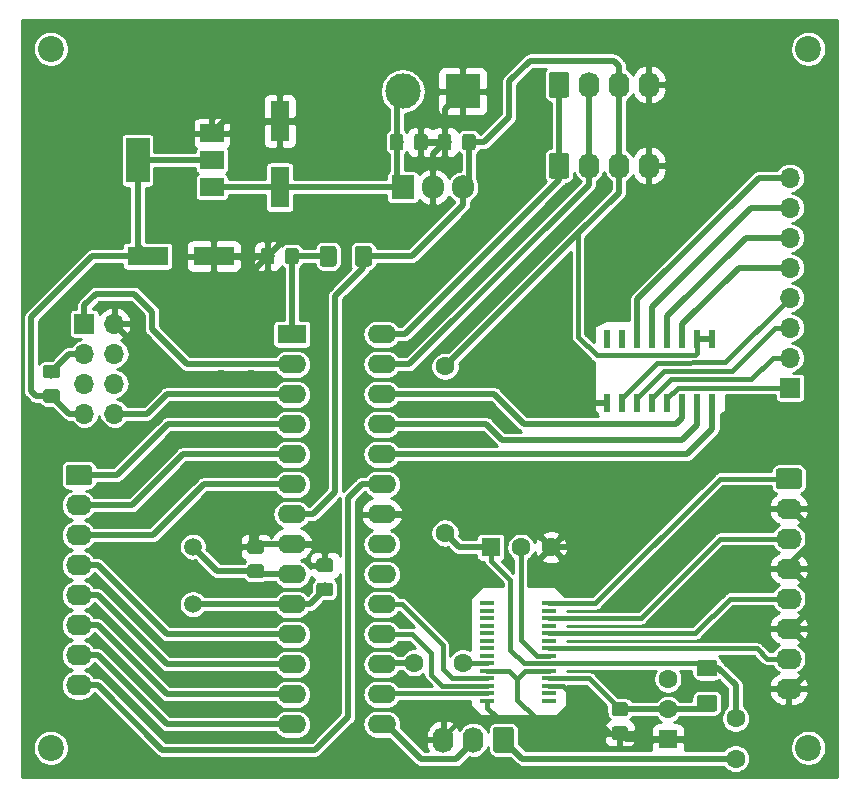
<source format=gbr>
%TF.GenerationSoftware,KiCad,Pcbnew,(5.0.1-3-g963ef8bb5)*%
%TF.CreationDate,2019-04-01T13:25:14-03:00*%
%TF.ProjectId,the_box,7468655F626F782E6B696361645F7063,rev?*%
%TF.SameCoordinates,Original*%
%TF.FileFunction,Copper,L2,Bot,Signal*%
%TF.FilePolarity,Positive*%
%FSLAX46Y46*%
G04 Gerber Fmt 4.6, Leading zero omitted, Abs format (unit mm)*
G04 Created by KiCad (PCBNEW (5.0.1-3-g963ef8bb5)) date Monday, April 01, 2019 at 01:25:14 PM*
%MOMM*%
%LPD*%
G01*
G04 APERTURE LIST*
%ADD10O,2.200000X1.740000*%
%ADD11C,0.100000*%
%ADD12C,1.740000*%
%ADD13R,0.600000X1.500000*%
%ADD14R,1.600000X3.500000*%
%ADD15R,3.500000X1.600000*%
%ADD16C,1.150000*%
%ADD17O,1.740000X2.200000*%
%ADD18R,1.700000X1.700000*%
%ADD19O,1.700000X1.700000*%
%ADD20C,1.500000*%
%ADD21R,2.400000X1.600000*%
%ADD22O,2.400000X1.600000*%
%ADD23R,1.200000X0.400000*%
%ADD24R,2.000000X3.800000*%
%ADD25R,2.000000X1.500000*%
%ADD26R,1.905000X2.000000*%
%ADD27O,1.905000X2.000000*%
%ADD28R,1.600000X1.600000*%
%ADD29C,1.600000*%
%ADD30C,1.425000*%
%ADD31R,3.000000X3.000000*%
%ADD32C,3.000000*%
%ADD33C,2.200000*%
%ADD34C,0.508000*%
%ADD35C,0.381000*%
%ADD36C,0.254000*%
G04 APERTURE END LIST*
D10*
X184900000Y-120080000D03*
X184900000Y-117540000D03*
X184900000Y-115000000D03*
X184900000Y-112460000D03*
X184900000Y-109920000D03*
X184900000Y-107380000D03*
X184900000Y-104840000D03*
D11*
G36*
X185774000Y-101431207D02*
X185798323Y-101434814D01*
X185822174Y-101440789D01*
X185845326Y-101449073D01*
X185867554Y-101459586D01*
X185888644Y-101472227D01*
X185908394Y-101486874D01*
X185926613Y-101503387D01*
X185943126Y-101521606D01*
X185957773Y-101541356D01*
X185970414Y-101562446D01*
X185980927Y-101584674D01*
X185989211Y-101607826D01*
X185995186Y-101631677D01*
X185998793Y-101656000D01*
X186000000Y-101680559D01*
X186000000Y-102919441D01*
X185998793Y-102944000D01*
X185995186Y-102968323D01*
X185989211Y-102992174D01*
X185980927Y-103015326D01*
X185970414Y-103037554D01*
X185957773Y-103058644D01*
X185943126Y-103078394D01*
X185926613Y-103096613D01*
X185908394Y-103113126D01*
X185888644Y-103127773D01*
X185867554Y-103140414D01*
X185845326Y-103150927D01*
X185822174Y-103159211D01*
X185798323Y-103165186D01*
X185774000Y-103168793D01*
X185749441Y-103170000D01*
X184050559Y-103170000D01*
X184026000Y-103168793D01*
X184001677Y-103165186D01*
X183977826Y-103159211D01*
X183954674Y-103150927D01*
X183932446Y-103140414D01*
X183911356Y-103127773D01*
X183891606Y-103113126D01*
X183873387Y-103096613D01*
X183856874Y-103078394D01*
X183842227Y-103058644D01*
X183829586Y-103037554D01*
X183819073Y-103015326D01*
X183810789Y-102992174D01*
X183804814Y-102968323D01*
X183801207Y-102944000D01*
X183800000Y-102919441D01*
X183800000Y-101680559D01*
X183801207Y-101656000D01*
X183804814Y-101631677D01*
X183810789Y-101607826D01*
X183819073Y-101584674D01*
X183829586Y-101562446D01*
X183842227Y-101541356D01*
X183856874Y-101521606D01*
X183873387Y-101503387D01*
X183891606Y-101486874D01*
X183911356Y-101472227D01*
X183932446Y-101459586D01*
X183954674Y-101449073D01*
X183977826Y-101440789D01*
X184001677Y-101434814D01*
X184026000Y-101431207D01*
X184050559Y-101430000D01*
X185749441Y-101430000D01*
X185774000Y-101431207D01*
X185774000Y-101431207D01*
G37*
D12*
X184900000Y-102300000D03*
D13*
X178445000Y-95900000D03*
X177175000Y-95900000D03*
X175905000Y-95900000D03*
X174635000Y-95900000D03*
X173365000Y-95900000D03*
X172095000Y-95900000D03*
X170825000Y-95900000D03*
X169555000Y-95900000D03*
X169555000Y-90500000D03*
X170825000Y-90500000D03*
X172095000Y-90500000D03*
X173365000Y-90500000D03*
X174635000Y-90500000D03*
X175905000Y-90500000D03*
X177175000Y-90500000D03*
X178445000Y-90500000D03*
D14*
X141804000Y-72030000D03*
X141804000Y-77630000D03*
D15*
X130622000Y-83466000D03*
X136222000Y-83466000D03*
D11*
G36*
X156114505Y-73115204D02*
X156138773Y-73118804D01*
X156162572Y-73124765D01*
X156185671Y-73133030D01*
X156207850Y-73143520D01*
X156228893Y-73156132D01*
X156248599Y-73170747D01*
X156266777Y-73187223D01*
X156283253Y-73205401D01*
X156297868Y-73225107D01*
X156310480Y-73246150D01*
X156320970Y-73268329D01*
X156329235Y-73291428D01*
X156335196Y-73315227D01*
X156338796Y-73339495D01*
X156340000Y-73363999D01*
X156340000Y-74264001D01*
X156338796Y-74288505D01*
X156335196Y-74312773D01*
X156329235Y-74336572D01*
X156320970Y-74359671D01*
X156310480Y-74381850D01*
X156297868Y-74402893D01*
X156283253Y-74422599D01*
X156266777Y-74440777D01*
X156248599Y-74457253D01*
X156228893Y-74471868D01*
X156207850Y-74484480D01*
X156185671Y-74494970D01*
X156162572Y-74503235D01*
X156138773Y-74509196D01*
X156114505Y-74512796D01*
X156090001Y-74514000D01*
X155439999Y-74514000D01*
X155415495Y-74512796D01*
X155391227Y-74509196D01*
X155367428Y-74503235D01*
X155344329Y-74494970D01*
X155322150Y-74484480D01*
X155301107Y-74471868D01*
X155281401Y-74457253D01*
X155263223Y-74440777D01*
X155246747Y-74422599D01*
X155232132Y-74402893D01*
X155219520Y-74381850D01*
X155209030Y-74359671D01*
X155200765Y-74336572D01*
X155194804Y-74312773D01*
X155191204Y-74288505D01*
X155190000Y-74264001D01*
X155190000Y-73363999D01*
X155191204Y-73339495D01*
X155194804Y-73315227D01*
X155200765Y-73291428D01*
X155209030Y-73268329D01*
X155219520Y-73246150D01*
X155232132Y-73225107D01*
X155246747Y-73205401D01*
X155263223Y-73187223D01*
X155281401Y-73170747D01*
X155301107Y-73156132D01*
X155322150Y-73143520D01*
X155344329Y-73133030D01*
X155367428Y-73124765D01*
X155391227Y-73118804D01*
X155415495Y-73115204D01*
X155439999Y-73114000D01*
X156090001Y-73114000D01*
X156114505Y-73115204D01*
X156114505Y-73115204D01*
G37*
D16*
X155765000Y-73814000D03*
D11*
G36*
X158164505Y-73115204D02*
X158188773Y-73118804D01*
X158212572Y-73124765D01*
X158235671Y-73133030D01*
X158257850Y-73143520D01*
X158278893Y-73156132D01*
X158298599Y-73170747D01*
X158316777Y-73187223D01*
X158333253Y-73205401D01*
X158347868Y-73225107D01*
X158360480Y-73246150D01*
X158370970Y-73268329D01*
X158379235Y-73291428D01*
X158385196Y-73315227D01*
X158388796Y-73339495D01*
X158390000Y-73363999D01*
X158390000Y-74264001D01*
X158388796Y-74288505D01*
X158385196Y-74312773D01*
X158379235Y-74336572D01*
X158370970Y-74359671D01*
X158360480Y-74381850D01*
X158347868Y-74402893D01*
X158333253Y-74422599D01*
X158316777Y-74440777D01*
X158298599Y-74457253D01*
X158278893Y-74471868D01*
X158257850Y-74484480D01*
X158235671Y-74494970D01*
X158212572Y-74503235D01*
X158188773Y-74509196D01*
X158164505Y-74512796D01*
X158140001Y-74514000D01*
X157489999Y-74514000D01*
X157465495Y-74512796D01*
X157441227Y-74509196D01*
X157417428Y-74503235D01*
X157394329Y-74494970D01*
X157372150Y-74484480D01*
X157351107Y-74471868D01*
X157331401Y-74457253D01*
X157313223Y-74440777D01*
X157296747Y-74422599D01*
X157282132Y-74402893D01*
X157269520Y-74381850D01*
X157259030Y-74359671D01*
X157250765Y-74336572D01*
X157244804Y-74312773D01*
X157241204Y-74288505D01*
X157240000Y-74264001D01*
X157240000Y-73363999D01*
X157241204Y-73339495D01*
X157244804Y-73315227D01*
X157250765Y-73291428D01*
X157259030Y-73268329D01*
X157269520Y-73246150D01*
X157282132Y-73225107D01*
X157296747Y-73205401D01*
X157313223Y-73187223D01*
X157331401Y-73170747D01*
X157351107Y-73156132D01*
X157372150Y-73143520D01*
X157394329Y-73133030D01*
X157417428Y-73124765D01*
X157441227Y-73118804D01*
X157465495Y-73115204D01*
X157489999Y-73114000D01*
X158140001Y-73114000D01*
X158164505Y-73115204D01*
X158164505Y-73115204D01*
G37*
D16*
X157815000Y-73814000D03*
D11*
G36*
X143178505Y-82767204D02*
X143202773Y-82770804D01*
X143226572Y-82776765D01*
X143249671Y-82785030D01*
X143271850Y-82795520D01*
X143292893Y-82808132D01*
X143312599Y-82822747D01*
X143330777Y-82839223D01*
X143347253Y-82857401D01*
X143361868Y-82877107D01*
X143374480Y-82898150D01*
X143384970Y-82920329D01*
X143393235Y-82943428D01*
X143399196Y-82967227D01*
X143402796Y-82991495D01*
X143404000Y-83015999D01*
X143404000Y-83916001D01*
X143402796Y-83940505D01*
X143399196Y-83964773D01*
X143393235Y-83988572D01*
X143384970Y-84011671D01*
X143374480Y-84033850D01*
X143361868Y-84054893D01*
X143347253Y-84074599D01*
X143330777Y-84092777D01*
X143312599Y-84109253D01*
X143292893Y-84123868D01*
X143271850Y-84136480D01*
X143249671Y-84146970D01*
X143226572Y-84155235D01*
X143202773Y-84161196D01*
X143178505Y-84164796D01*
X143154001Y-84166000D01*
X142503999Y-84166000D01*
X142479495Y-84164796D01*
X142455227Y-84161196D01*
X142431428Y-84155235D01*
X142408329Y-84146970D01*
X142386150Y-84136480D01*
X142365107Y-84123868D01*
X142345401Y-84109253D01*
X142327223Y-84092777D01*
X142310747Y-84074599D01*
X142296132Y-84054893D01*
X142283520Y-84033850D01*
X142273030Y-84011671D01*
X142264765Y-83988572D01*
X142258804Y-83964773D01*
X142255204Y-83940505D01*
X142254000Y-83916001D01*
X142254000Y-83015999D01*
X142255204Y-82991495D01*
X142258804Y-82967227D01*
X142264765Y-82943428D01*
X142273030Y-82920329D01*
X142283520Y-82898150D01*
X142296132Y-82877107D01*
X142310747Y-82857401D01*
X142327223Y-82839223D01*
X142345401Y-82822747D01*
X142365107Y-82808132D01*
X142386150Y-82795520D01*
X142408329Y-82785030D01*
X142431428Y-82776765D01*
X142455227Y-82770804D01*
X142479495Y-82767204D01*
X142503999Y-82766000D01*
X143154001Y-82766000D01*
X143178505Y-82767204D01*
X143178505Y-82767204D01*
G37*
D16*
X142829000Y-83466000D03*
D11*
G36*
X141128505Y-82767204D02*
X141152773Y-82770804D01*
X141176572Y-82776765D01*
X141199671Y-82785030D01*
X141221850Y-82795520D01*
X141242893Y-82808132D01*
X141262599Y-82822747D01*
X141280777Y-82839223D01*
X141297253Y-82857401D01*
X141311868Y-82877107D01*
X141324480Y-82898150D01*
X141334970Y-82920329D01*
X141343235Y-82943428D01*
X141349196Y-82967227D01*
X141352796Y-82991495D01*
X141354000Y-83015999D01*
X141354000Y-83916001D01*
X141352796Y-83940505D01*
X141349196Y-83964773D01*
X141343235Y-83988572D01*
X141334970Y-84011671D01*
X141324480Y-84033850D01*
X141311868Y-84054893D01*
X141297253Y-84074599D01*
X141280777Y-84092777D01*
X141262599Y-84109253D01*
X141242893Y-84123868D01*
X141221850Y-84136480D01*
X141199671Y-84146970D01*
X141176572Y-84155235D01*
X141152773Y-84161196D01*
X141128505Y-84164796D01*
X141104001Y-84166000D01*
X140453999Y-84166000D01*
X140429495Y-84164796D01*
X140405227Y-84161196D01*
X140381428Y-84155235D01*
X140358329Y-84146970D01*
X140336150Y-84136480D01*
X140315107Y-84123868D01*
X140295401Y-84109253D01*
X140277223Y-84092777D01*
X140260747Y-84074599D01*
X140246132Y-84054893D01*
X140233520Y-84033850D01*
X140223030Y-84011671D01*
X140214765Y-83988572D01*
X140208804Y-83964773D01*
X140205204Y-83940505D01*
X140204000Y-83916001D01*
X140204000Y-83015999D01*
X140205204Y-82991495D01*
X140208804Y-82967227D01*
X140214765Y-82943428D01*
X140223030Y-82920329D01*
X140233520Y-82898150D01*
X140246132Y-82877107D01*
X140260747Y-82857401D01*
X140277223Y-82839223D01*
X140295401Y-82822747D01*
X140315107Y-82808132D01*
X140336150Y-82795520D01*
X140358329Y-82785030D01*
X140381428Y-82776765D01*
X140405227Y-82770804D01*
X140429495Y-82767204D01*
X140453999Y-82766000D01*
X141104001Y-82766000D01*
X141128505Y-82767204D01*
X141128505Y-82767204D01*
G37*
D16*
X140779000Y-83466000D03*
D11*
G36*
X140246505Y-109562204D02*
X140270773Y-109565804D01*
X140294572Y-109571765D01*
X140317671Y-109580030D01*
X140339850Y-109590520D01*
X140360893Y-109603132D01*
X140380599Y-109617747D01*
X140398777Y-109634223D01*
X140415253Y-109652401D01*
X140429868Y-109672107D01*
X140442480Y-109693150D01*
X140452970Y-109715329D01*
X140461235Y-109738428D01*
X140467196Y-109762227D01*
X140470796Y-109786495D01*
X140472000Y-109810999D01*
X140472000Y-110461001D01*
X140470796Y-110485505D01*
X140467196Y-110509773D01*
X140461235Y-110533572D01*
X140452970Y-110556671D01*
X140442480Y-110578850D01*
X140429868Y-110599893D01*
X140415253Y-110619599D01*
X140398777Y-110637777D01*
X140380599Y-110654253D01*
X140360893Y-110668868D01*
X140339850Y-110681480D01*
X140317671Y-110691970D01*
X140294572Y-110700235D01*
X140270773Y-110706196D01*
X140246505Y-110709796D01*
X140222001Y-110711000D01*
X139321999Y-110711000D01*
X139297495Y-110709796D01*
X139273227Y-110706196D01*
X139249428Y-110700235D01*
X139226329Y-110691970D01*
X139204150Y-110681480D01*
X139183107Y-110668868D01*
X139163401Y-110654253D01*
X139145223Y-110637777D01*
X139128747Y-110619599D01*
X139114132Y-110599893D01*
X139101520Y-110578850D01*
X139091030Y-110556671D01*
X139082765Y-110533572D01*
X139076804Y-110509773D01*
X139073204Y-110485505D01*
X139072000Y-110461001D01*
X139072000Y-109810999D01*
X139073204Y-109786495D01*
X139076804Y-109762227D01*
X139082765Y-109738428D01*
X139091030Y-109715329D01*
X139101520Y-109693150D01*
X139114132Y-109672107D01*
X139128747Y-109652401D01*
X139145223Y-109634223D01*
X139163401Y-109617747D01*
X139183107Y-109603132D01*
X139204150Y-109590520D01*
X139226329Y-109580030D01*
X139249428Y-109571765D01*
X139273227Y-109565804D01*
X139297495Y-109562204D01*
X139321999Y-109561000D01*
X140222001Y-109561000D01*
X140246505Y-109562204D01*
X140246505Y-109562204D01*
G37*
D16*
X139772000Y-110136000D03*
D11*
G36*
X140246505Y-107512204D02*
X140270773Y-107515804D01*
X140294572Y-107521765D01*
X140317671Y-107530030D01*
X140339850Y-107540520D01*
X140360893Y-107553132D01*
X140380599Y-107567747D01*
X140398777Y-107584223D01*
X140415253Y-107602401D01*
X140429868Y-107622107D01*
X140442480Y-107643150D01*
X140452970Y-107665329D01*
X140461235Y-107688428D01*
X140467196Y-107712227D01*
X140470796Y-107736495D01*
X140472000Y-107760999D01*
X140472000Y-108411001D01*
X140470796Y-108435505D01*
X140467196Y-108459773D01*
X140461235Y-108483572D01*
X140452970Y-108506671D01*
X140442480Y-108528850D01*
X140429868Y-108549893D01*
X140415253Y-108569599D01*
X140398777Y-108587777D01*
X140380599Y-108604253D01*
X140360893Y-108618868D01*
X140339850Y-108631480D01*
X140317671Y-108641970D01*
X140294572Y-108650235D01*
X140270773Y-108656196D01*
X140246505Y-108659796D01*
X140222001Y-108661000D01*
X139321999Y-108661000D01*
X139297495Y-108659796D01*
X139273227Y-108656196D01*
X139249428Y-108650235D01*
X139226329Y-108641970D01*
X139204150Y-108631480D01*
X139183107Y-108618868D01*
X139163401Y-108604253D01*
X139145223Y-108587777D01*
X139128747Y-108569599D01*
X139114132Y-108549893D01*
X139101520Y-108528850D01*
X139091030Y-108506671D01*
X139082765Y-108483572D01*
X139076804Y-108459773D01*
X139073204Y-108435505D01*
X139072000Y-108411001D01*
X139072000Y-107760999D01*
X139073204Y-107736495D01*
X139076804Y-107712227D01*
X139082765Y-107688428D01*
X139091030Y-107665329D01*
X139101520Y-107643150D01*
X139114132Y-107622107D01*
X139128747Y-107602401D01*
X139145223Y-107584223D01*
X139163401Y-107567747D01*
X139183107Y-107553132D01*
X139204150Y-107540520D01*
X139226329Y-107530030D01*
X139249428Y-107521765D01*
X139273227Y-107515804D01*
X139297495Y-107512204D01*
X139321999Y-107511000D01*
X140222001Y-107511000D01*
X140246505Y-107512204D01*
X140246505Y-107512204D01*
G37*
D16*
X139772000Y-108086000D03*
D11*
G36*
X146088505Y-111095204D02*
X146112773Y-111098804D01*
X146136572Y-111104765D01*
X146159671Y-111113030D01*
X146181850Y-111123520D01*
X146202893Y-111136132D01*
X146222599Y-111150747D01*
X146240777Y-111167223D01*
X146257253Y-111185401D01*
X146271868Y-111205107D01*
X146284480Y-111226150D01*
X146294970Y-111248329D01*
X146303235Y-111271428D01*
X146309196Y-111295227D01*
X146312796Y-111319495D01*
X146314000Y-111343999D01*
X146314000Y-111994001D01*
X146312796Y-112018505D01*
X146309196Y-112042773D01*
X146303235Y-112066572D01*
X146294970Y-112089671D01*
X146284480Y-112111850D01*
X146271868Y-112132893D01*
X146257253Y-112152599D01*
X146240777Y-112170777D01*
X146222599Y-112187253D01*
X146202893Y-112201868D01*
X146181850Y-112214480D01*
X146159671Y-112224970D01*
X146136572Y-112233235D01*
X146112773Y-112239196D01*
X146088505Y-112242796D01*
X146064001Y-112244000D01*
X145163999Y-112244000D01*
X145139495Y-112242796D01*
X145115227Y-112239196D01*
X145091428Y-112233235D01*
X145068329Y-112224970D01*
X145046150Y-112214480D01*
X145025107Y-112201868D01*
X145005401Y-112187253D01*
X144987223Y-112170777D01*
X144970747Y-112152599D01*
X144956132Y-112132893D01*
X144943520Y-112111850D01*
X144933030Y-112089671D01*
X144924765Y-112066572D01*
X144918804Y-112042773D01*
X144915204Y-112018505D01*
X144914000Y-111994001D01*
X144914000Y-111343999D01*
X144915204Y-111319495D01*
X144918804Y-111295227D01*
X144924765Y-111271428D01*
X144933030Y-111248329D01*
X144943520Y-111226150D01*
X144956132Y-111205107D01*
X144970747Y-111185401D01*
X144987223Y-111167223D01*
X145005401Y-111150747D01*
X145025107Y-111136132D01*
X145046150Y-111123520D01*
X145068329Y-111113030D01*
X145091428Y-111104765D01*
X145115227Y-111098804D01*
X145139495Y-111095204D01*
X145163999Y-111094000D01*
X146064001Y-111094000D01*
X146088505Y-111095204D01*
X146088505Y-111095204D01*
G37*
D16*
X145614000Y-111669000D03*
D11*
G36*
X146088505Y-109045204D02*
X146112773Y-109048804D01*
X146136572Y-109054765D01*
X146159671Y-109063030D01*
X146181850Y-109073520D01*
X146202893Y-109086132D01*
X146222599Y-109100747D01*
X146240777Y-109117223D01*
X146257253Y-109135401D01*
X146271868Y-109155107D01*
X146284480Y-109176150D01*
X146294970Y-109198329D01*
X146303235Y-109221428D01*
X146309196Y-109245227D01*
X146312796Y-109269495D01*
X146314000Y-109293999D01*
X146314000Y-109944001D01*
X146312796Y-109968505D01*
X146309196Y-109992773D01*
X146303235Y-110016572D01*
X146294970Y-110039671D01*
X146284480Y-110061850D01*
X146271868Y-110082893D01*
X146257253Y-110102599D01*
X146240777Y-110120777D01*
X146222599Y-110137253D01*
X146202893Y-110151868D01*
X146181850Y-110164480D01*
X146159671Y-110174970D01*
X146136572Y-110183235D01*
X146112773Y-110189196D01*
X146088505Y-110192796D01*
X146064001Y-110194000D01*
X145163999Y-110194000D01*
X145139495Y-110192796D01*
X145115227Y-110189196D01*
X145091428Y-110183235D01*
X145068329Y-110174970D01*
X145046150Y-110164480D01*
X145025107Y-110151868D01*
X145005401Y-110137253D01*
X144987223Y-110120777D01*
X144970747Y-110102599D01*
X144956132Y-110082893D01*
X144943520Y-110061850D01*
X144933030Y-110039671D01*
X144924765Y-110016572D01*
X144918804Y-109992773D01*
X144915204Y-109968505D01*
X144914000Y-109944001D01*
X144914000Y-109293999D01*
X144915204Y-109269495D01*
X144918804Y-109245227D01*
X144924765Y-109221428D01*
X144933030Y-109198329D01*
X144943520Y-109176150D01*
X144956132Y-109155107D01*
X144970747Y-109135401D01*
X144987223Y-109117223D01*
X145005401Y-109100747D01*
X145025107Y-109086132D01*
X145046150Y-109073520D01*
X145068329Y-109063030D01*
X145091428Y-109054765D01*
X145115227Y-109048804D01*
X145139495Y-109045204D01*
X145163999Y-109044000D01*
X146064001Y-109044000D01*
X146088505Y-109045204D01*
X146088505Y-109045204D01*
G37*
D16*
X145614000Y-109619000D03*
D11*
G36*
X171076505Y-123278204D02*
X171100773Y-123281804D01*
X171124572Y-123287765D01*
X171147671Y-123296030D01*
X171169850Y-123306520D01*
X171190893Y-123319132D01*
X171210599Y-123333747D01*
X171228777Y-123350223D01*
X171245253Y-123368401D01*
X171259868Y-123388107D01*
X171272480Y-123409150D01*
X171282970Y-123431329D01*
X171291235Y-123454428D01*
X171297196Y-123478227D01*
X171300796Y-123502495D01*
X171302000Y-123526999D01*
X171302000Y-124177001D01*
X171300796Y-124201505D01*
X171297196Y-124225773D01*
X171291235Y-124249572D01*
X171282970Y-124272671D01*
X171272480Y-124294850D01*
X171259868Y-124315893D01*
X171245253Y-124335599D01*
X171228777Y-124353777D01*
X171210599Y-124370253D01*
X171190893Y-124384868D01*
X171169850Y-124397480D01*
X171147671Y-124407970D01*
X171124572Y-124416235D01*
X171100773Y-124422196D01*
X171076505Y-124425796D01*
X171052001Y-124427000D01*
X170151999Y-124427000D01*
X170127495Y-124425796D01*
X170103227Y-124422196D01*
X170079428Y-124416235D01*
X170056329Y-124407970D01*
X170034150Y-124397480D01*
X170013107Y-124384868D01*
X169993401Y-124370253D01*
X169975223Y-124353777D01*
X169958747Y-124335599D01*
X169944132Y-124315893D01*
X169931520Y-124294850D01*
X169921030Y-124272671D01*
X169912765Y-124249572D01*
X169906804Y-124225773D01*
X169903204Y-124201505D01*
X169902000Y-124177001D01*
X169902000Y-123526999D01*
X169903204Y-123502495D01*
X169906804Y-123478227D01*
X169912765Y-123454428D01*
X169921030Y-123431329D01*
X169931520Y-123409150D01*
X169944132Y-123388107D01*
X169958747Y-123368401D01*
X169975223Y-123350223D01*
X169993401Y-123333747D01*
X170013107Y-123319132D01*
X170034150Y-123306520D01*
X170056329Y-123296030D01*
X170079428Y-123287765D01*
X170103227Y-123281804D01*
X170127495Y-123278204D01*
X170151999Y-123277000D01*
X171052001Y-123277000D01*
X171076505Y-123278204D01*
X171076505Y-123278204D01*
G37*
D16*
X170602000Y-123852000D03*
D11*
G36*
X171076505Y-121228204D02*
X171100773Y-121231804D01*
X171124572Y-121237765D01*
X171147671Y-121246030D01*
X171169850Y-121256520D01*
X171190893Y-121269132D01*
X171210599Y-121283747D01*
X171228777Y-121300223D01*
X171245253Y-121318401D01*
X171259868Y-121338107D01*
X171272480Y-121359150D01*
X171282970Y-121381329D01*
X171291235Y-121404428D01*
X171297196Y-121428227D01*
X171300796Y-121452495D01*
X171302000Y-121476999D01*
X171302000Y-122127001D01*
X171300796Y-122151505D01*
X171297196Y-122175773D01*
X171291235Y-122199572D01*
X171282970Y-122222671D01*
X171272480Y-122244850D01*
X171259868Y-122265893D01*
X171245253Y-122285599D01*
X171228777Y-122303777D01*
X171210599Y-122320253D01*
X171190893Y-122334868D01*
X171169850Y-122347480D01*
X171147671Y-122357970D01*
X171124572Y-122366235D01*
X171100773Y-122372196D01*
X171076505Y-122375796D01*
X171052001Y-122377000D01*
X170151999Y-122377000D01*
X170127495Y-122375796D01*
X170103227Y-122372196D01*
X170079428Y-122366235D01*
X170056329Y-122357970D01*
X170034150Y-122347480D01*
X170013107Y-122334868D01*
X169993401Y-122320253D01*
X169975223Y-122303777D01*
X169958747Y-122285599D01*
X169944132Y-122265893D01*
X169931520Y-122244850D01*
X169921030Y-122222671D01*
X169912765Y-122199572D01*
X169906804Y-122175773D01*
X169903204Y-122151505D01*
X169902000Y-122127001D01*
X169902000Y-121476999D01*
X169903204Y-121452495D01*
X169906804Y-121428227D01*
X169912765Y-121404428D01*
X169921030Y-121381329D01*
X169931520Y-121359150D01*
X169944132Y-121338107D01*
X169958747Y-121318401D01*
X169975223Y-121300223D01*
X169993401Y-121283747D01*
X170013107Y-121269132D01*
X170034150Y-121256520D01*
X170056329Y-121246030D01*
X170079428Y-121237765D01*
X170103227Y-121231804D01*
X170127495Y-121228204D01*
X170151999Y-121227000D01*
X171052001Y-121227000D01*
X171076505Y-121228204D01*
X171076505Y-121228204D01*
G37*
D16*
X170602000Y-121802000D03*
D11*
G36*
X152050505Y-73115204D02*
X152074773Y-73118804D01*
X152098572Y-73124765D01*
X152121671Y-73133030D01*
X152143850Y-73143520D01*
X152164893Y-73156132D01*
X152184599Y-73170747D01*
X152202777Y-73187223D01*
X152219253Y-73205401D01*
X152233868Y-73225107D01*
X152246480Y-73246150D01*
X152256970Y-73268329D01*
X152265235Y-73291428D01*
X152271196Y-73315227D01*
X152274796Y-73339495D01*
X152276000Y-73363999D01*
X152276000Y-74264001D01*
X152274796Y-74288505D01*
X152271196Y-74312773D01*
X152265235Y-74336572D01*
X152256970Y-74359671D01*
X152246480Y-74381850D01*
X152233868Y-74402893D01*
X152219253Y-74422599D01*
X152202777Y-74440777D01*
X152184599Y-74457253D01*
X152164893Y-74471868D01*
X152143850Y-74484480D01*
X152121671Y-74494970D01*
X152098572Y-74503235D01*
X152074773Y-74509196D01*
X152050505Y-74512796D01*
X152026001Y-74514000D01*
X151375999Y-74514000D01*
X151351495Y-74512796D01*
X151327227Y-74509196D01*
X151303428Y-74503235D01*
X151280329Y-74494970D01*
X151258150Y-74484480D01*
X151237107Y-74471868D01*
X151217401Y-74457253D01*
X151199223Y-74440777D01*
X151182747Y-74422599D01*
X151168132Y-74402893D01*
X151155520Y-74381850D01*
X151145030Y-74359671D01*
X151136765Y-74336572D01*
X151130804Y-74312773D01*
X151127204Y-74288505D01*
X151126000Y-74264001D01*
X151126000Y-73363999D01*
X151127204Y-73339495D01*
X151130804Y-73315227D01*
X151136765Y-73291428D01*
X151145030Y-73268329D01*
X151155520Y-73246150D01*
X151168132Y-73225107D01*
X151182747Y-73205401D01*
X151199223Y-73187223D01*
X151217401Y-73170747D01*
X151237107Y-73156132D01*
X151258150Y-73143520D01*
X151280329Y-73133030D01*
X151303428Y-73124765D01*
X151327227Y-73118804D01*
X151351495Y-73115204D01*
X151375999Y-73114000D01*
X152026001Y-73114000D01*
X152050505Y-73115204D01*
X152050505Y-73115204D01*
G37*
D16*
X151701000Y-73814000D03*
D11*
G36*
X154100505Y-73115204D02*
X154124773Y-73118804D01*
X154148572Y-73124765D01*
X154171671Y-73133030D01*
X154193850Y-73143520D01*
X154214893Y-73156132D01*
X154234599Y-73170747D01*
X154252777Y-73187223D01*
X154269253Y-73205401D01*
X154283868Y-73225107D01*
X154296480Y-73246150D01*
X154306970Y-73268329D01*
X154315235Y-73291428D01*
X154321196Y-73315227D01*
X154324796Y-73339495D01*
X154326000Y-73363999D01*
X154326000Y-74264001D01*
X154324796Y-74288505D01*
X154321196Y-74312773D01*
X154315235Y-74336572D01*
X154306970Y-74359671D01*
X154296480Y-74381850D01*
X154283868Y-74402893D01*
X154269253Y-74422599D01*
X154252777Y-74440777D01*
X154234599Y-74457253D01*
X154214893Y-74471868D01*
X154193850Y-74484480D01*
X154171671Y-74494970D01*
X154148572Y-74503235D01*
X154124773Y-74509196D01*
X154100505Y-74512796D01*
X154076001Y-74514000D01*
X153425999Y-74514000D01*
X153401495Y-74512796D01*
X153377227Y-74509196D01*
X153353428Y-74503235D01*
X153330329Y-74494970D01*
X153308150Y-74484480D01*
X153287107Y-74471868D01*
X153267401Y-74457253D01*
X153249223Y-74440777D01*
X153232747Y-74422599D01*
X153218132Y-74402893D01*
X153205520Y-74381850D01*
X153195030Y-74359671D01*
X153186765Y-74336572D01*
X153180804Y-74312773D01*
X153177204Y-74288505D01*
X153176000Y-74264001D01*
X153176000Y-73363999D01*
X153177204Y-73339495D01*
X153180804Y-73315227D01*
X153186765Y-73291428D01*
X153195030Y-73268329D01*
X153205520Y-73246150D01*
X153218132Y-73225107D01*
X153232747Y-73205401D01*
X153249223Y-73187223D01*
X153267401Y-73170747D01*
X153287107Y-73156132D01*
X153308150Y-73143520D01*
X153330329Y-73133030D01*
X153353428Y-73124765D01*
X153377227Y-73118804D01*
X153401495Y-73115204D01*
X153425999Y-73114000D01*
X154076001Y-73114000D01*
X154100505Y-73115204D01*
X154100505Y-73115204D01*
G37*
D16*
X153751000Y-73814000D03*
D11*
G36*
X161384000Y-123301207D02*
X161408323Y-123304814D01*
X161432174Y-123310789D01*
X161455326Y-123319073D01*
X161477554Y-123329586D01*
X161498644Y-123342227D01*
X161518394Y-123356874D01*
X161536613Y-123373387D01*
X161553126Y-123391606D01*
X161567773Y-123411356D01*
X161580414Y-123432446D01*
X161590927Y-123454674D01*
X161599211Y-123477826D01*
X161605186Y-123501677D01*
X161608793Y-123526000D01*
X161610000Y-123550559D01*
X161610000Y-125249441D01*
X161608793Y-125274000D01*
X161605186Y-125298323D01*
X161599211Y-125322174D01*
X161590927Y-125345326D01*
X161580414Y-125367554D01*
X161567773Y-125388644D01*
X161553126Y-125408394D01*
X161536613Y-125426613D01*
X161518394Y-125443126D01*
X161498644Y-125457773D01*
X161477554Y-125470414D01*
X161455326Y-125480927D01*
X161432174Y-125489211D01*
X161408323Y-125495186D01*
X161384000Y-125498793D01*
X161359441Y-125500000D01*
X160120559Y-125500000D01*
X160096000Y-125498793D01*
X160071677Y-125495186D01*
X160047826Y-125489211D01*
X160024674Y-125480927D01*
X160002446Y-125470414D01*
X159981356Y-125457773D01*
X159961606Y-125443126D01*
X159943387Y-125426613D01*
X159926874Y-125408394D01*
X159912227Y-125388644D01*
X159899586Y-125367554D01*
X159889073Y-125345326D01*
X159880789Y-125322174D01*
X159874814Y-125298323D01*
X159871207Y-125274000D01*
X159870000Y-125249441D01*
X159870000Y-123550559D01*
X159871207Y-123526000D01*
X159874814Y-123501677D01*
X159880789Y-123477826D01*
X159889073Y-123454674D01*
X159899586Y-123432446D01*
X159912227Y-123411356D01*
X159926874Y-123391606D01*
X159943387Y-123373387D01*
X159961606Y-123356874D01*
X159981356Y-123342227D01*
X160002446Y-123329586D01*
X160024674Y-123319073D01*
X160047826Y-123310789D01*
X160071677Y-123304814D01*
X160096000Y-123301207D01*
X160120559Y-123300000D01*
X161359441Y-123300000D01*
X161384000Y-123301207D01*
X161384000Y-123301207D01*
G37*
D12*
X160740000Y-124400000D03*
D17*
X158200000Y-124400000D03*
X155660000Y-124400000D03*
X173065001Y-68947001D03*
X170525001Y-68947001D03*
X167985001Y-68947001D03*
D11*
G36*
X166089001Y-67848208D02*
X166113324Y-67851815D01*
X166137175Y-67857790D01*
X166160327Y-67866074D01*
X166182555Y-67876587D01*
X166203645Y-67889228D01*
X166223395Y-67903875D01*
X166241614Y-67920388D01*
X166258127Y-67938607D01*
X166272774Y-67958357D01*
X166285415Y-67979447D01*
X166295928Y-68001675D01*
X166304212Y-68024827D01*
X166310187Y-68048678D01*
X166313794Y-68073001D01*
X166315001Y-68097560D01*
X166315001Y-69796442D01*
X166313794Y-69821001D01*
X166310187Y-69845324D01*
X166304212Y-69869175D01*
X166295928Y-69892327D01*
X166285415Y-69914555D01*
X166272774Y-69935645D01*
X166258127Y-69955395D01*
X166241614Y-69973614D01*
X166223395Y-69990127D01*
X166203645Y-70004774D01*
X166182555Y-70017415D01*
X166160327Y-70027928D01*
X166137175Y-70036212D01*
X166113324Y-70042187D01*
X166089001Y-70045794D01*
X166064442Y-70047001D01*
X164825560Y-70047001D01*
X164801001Y-70045794D01*
X164776678Y-70042187D01*
X164752827Y-70036212D01*
X164729675Y-70027928D01*
X164707447Y-70017415D01*
X164686357Y-70004774D01*
X164666607Y-69990127D01*
X164648388Y-69973614D01*
X164631875Y-69955395D01*
X164617228Y-69935645D01*
X164604587Y-69914555D01*
X164594074Y-69892327D01*
X164585790Y-69869175D01*
X164579815Y-69845324D01*
X164576208Y-69821001D01*
X164575001Y-69796442D01*
X164575001Y-68097560D01*
X164576208Y-68073001D01*
X164579815Y-68048678D01*
X164585790Y-68024827D01*
X164594074Y-68001675D01*
X164604587Y-67979447D01*
X164617228Y-67958357D01*
X164631875Y-67938607D01*
X164648388Y-67920388D01*
X164666607Y-67903875D01*
X164686357Y-67889228D01*
X164707447Y-67876587D01*
X164729675Y-67866074D01*
X164752827Y-67857790D01*
X164776678Y-67851815D01*
X164801001Y-67848208D01*
X164825560Y-67847001D01*
X166064442Y-67847001D01*
X166089001Y-67848208D01*
X166089001Y-67848208D01*
G37*
D12*
X165445001Y-68947001D03*
D11*
G36*
X166089001Y-74698208D02*
X166113324Y-74701815D01*
X166137175Y-74707790D01*
X166160327Y-74716074D01*
X166182555Y-74726587D01*
X166203645Y-74739228D01*
X166223395Y-74753875D01*
X166241614Y-74770388D01*
X166258127Y-74788607D01*
X166272774Y-74808357D01*
X166285415Y-74829447D01*
X166295928Y-74851675D01*
X166304212Y-74874827D01*
X166310187Y-74898678D01*
X166313794Y-74923001D01*
X166315001Y-74947560D01*
X166315001Y-76646442D01*
X166313794Y-76671001D01*
X166310187Y-76695324D01*
X166304212Y-76719175D01*
X166295928Y-76742327D01*
X166285415Y-76764555D01*
X166272774Y-76785645D01*
X166258127Y-76805395D01*
X166241614Y-76823614D01*
X166223395Y-76840127D01*
X166203645Y-76854774D01*
X166182555Y-76867415D01*
X166160327Y-76877928D01*
X166137175Y-76886212D01*
X166113324Y-76892187D01*
X166089001Y-76895794D01*
X166064442Y-76897001D01*
X164825560Y-76897001D01*
X164801001Y-76895794D01*
X164776678Y-76892187D01*
X164752827Y-76886212D01*
X164729675Y-76877928D01*
X164707447Y-76867415D01*
X164686357Y-76854774D01*
X164666607Y-76840127D01*
X164648388Y-76823614D01*
X164631875Y-76805395D01*
X164617228Y-76785645D01*
X164604587Y-76764555D01*
X164594074Y-76742327D01*
X164585790Y-76719175D01*
X164579815Y-76695324D01*
X164576208Y-76671001D01*
X164575001Y-76646442D01*
X164575001Y-74947560D01*
X164576208Y-74923001D01*
X164579815Y-74898678D01*
X164585790Y-74874827D01*
X164594074Y-74851675D01*
X164604587Y-74829447D01*
X164617228Y-74808357D01*
X164631875Y-74788607D01*
X164648388Y-74770388D01*
X164666607Y-74753875D01*
X164686357Y-74739228D01*
X164707447Y-74726587D01*
X164729675Y-74716074D01*
X164752827Y-74707790D01*
X164776678Y-74701815D01*
X164801001Y-74698208D01*
X164825560Y-74697001D01*
X166064442Y-74697001D01*
X166089001Y-74698208D01*
X166089001Y-74698208D01*
G37*
D12*
X165445001Y-75797001D03*
D17*
X167985001Y-75797001D03*
X170525001Y-75797001D03*
X173065001Y-75797001D03*
D11*
G36*
X125660000Y-101139207D02*
X125684323Y-101142814D01*
X125708174Y-101148789D01*
X125731326Y-101157073D01*
X125753554Y-101167586D01*
X125774644Y-101180227D01*
X125794394Y-101194874D01*
X125812613Y-101211387D01*
X125829126Y-101229606D01*
X125843773Y-101249356D01*
X125856414Y-101270446D01*
X125866927Y-101292674D01*
X125875211Y-101315826D01*
X125881186Y-101339677D01*
X125884793Y-101364000D01*
X125886000Y-101388559D01*
X125886000Y-102627441D01*
X125884793Y-102652000D01*
X125881186Y-102676323D01*
X125875211Y-102700174D01*
X125866927Y-102723326D01*
X125856414Y-102745554D01*
X125843773Y-102766644D01*
X125829126Y-102786394D01*
X125812613Y-102804613D01*
X125794394Y-102821126D01*
X125774644Y-102835773D01*
X125753554Y-102848414D01*
X125731326Y-102858927D01*
X125708174Y-102867211D01*
X125684323Y-102873186D01*
X125660000Y-102876793D01*
X125635441Y-102878000D01*
X123936559Y-102878000D01*
X123912000Y-102876793D01*
X123887677Y-102873186D01*
X123863826Y-102867211D01*
X123840674Y-102858927D01*
X123818446Y-102848414D01*
X123797356Y-102835773D01*
X123777606Y-102821126D01*
X123759387Y-102804613D01*
X123742874Y-102786394D01*
X123728227Y-102766644D01*
X123715586Y-102745554D01*
X123705073Y-102723326D01*
X123696789Y-102700174D01*
X123690814Y-102676323D01*
X123687207Y-102652000D01*
X123686000Y-102627441D01*
X123686000Y-101388559D01*
X123687207Y-101364000D01*
X123690814Y-101339677D01*
X123696789Y-101315826D01*
X123705073Y-101292674D01*
X123715586Y-101270446D01*
X123728227Y-101249356D01*
X123742874Y-101229606D01*
X123759387Y-101211387D01*
X123777606Y-101194874D01*
X123797356Y-101180227D01*
X123818446Y-101167586D01*
X123840674Y-101157073D01*
X123863826Y-101148789D01*
X123887677Y-101142814D01*
X123912000Y-101139207D01*
X123936559Y-101138000D01*
X125635441Y-101138000D01*
X125660000Y-101139207D01*
X125660000Y-101139207D01*
G37*
D12*
X124786000Y-102008000D03*
D10*
X124786000Y-104548000D03*
X124786000Y-107088000D03*
X124786000Y-109628000D03*
X124786000Y-112168000D03*
X124786000Y-114708000D03*
X124786000Y-117248000D03*
X124786000Y-119788000D03*
D18*
X185000000Y-94600000D03*
D19*
X185000000Y-92060000D03*
X185000000Y-89520000D03*
X185000000Y-86980000D03*
X185000000Y-84440000D03*
X185000000Y-81900000D03*
X185000000Y-79360000D03*
X185000000Y-76820000D03*
D18*
X125266000Y-89180000D03*
D19*
X127806000Y-89180000D03*
X125266000Y-91720000D03*
X127806000Y-91720000D03*
X125266000Y-94260000D03*
X127806000Y-94260000D03*
X125266000Y-96800000D03*
X127806000Y-96800000D03*
D20*
X134438000Y-112930000D03*
X134438000Y-108050000D03*
D21*
X142820000Y-90070000D03*
D22*
X150440000Y-123090000D03*
X142820000Y-92610000D03*
X150440000Y-120550000D03*
X142820000Y-95150000D03*
X150440000Y-118010000D03*
X142820000Y-97690000D03*
X150440000Y-115470000D03*
X142820000Y-100230000D03*
X150440000Y-112930000D03*
X142820000Y-102770000D03*
X150440000Y-110390000D03*
X142820000Y-105310000D03*
X150440000Y-107850000D03*
X142820000Y-107850000D03*
X150440000Y-105310000D03*
X142820000Y-110390000D03*
X150440000Y-102770000D03*
X142820000Y-112930000D03*
X150440000Y-100230000D03*
X142820000Y-115470000D03*
X150440000Y-97690000D03*
X142820000Y-118010000D03*
X150440000Y-95150000D03*
X142820000Y-120550000D03*
X150440000Y-92610000D03*
X142820000Y-123090000D03*
X150440000Y-90070000D03*
D23*
X164566000Y-112866500D03*
X164566000Y-113501500D03*
X164566000Y-114136500D03*
X164566000Y-114771500D03*
X164566000Y-115406500D03*
X164566000Y-116041500D03*
X164566000Y-116676500D03*
X164566000Y-117311500D03*
X164566000Y-117946500D03*
X164566000Y-118581500D03*
X164566000Y-119216500D03*
X164566000Y-119851500D03*
X164566000Y-120486500D03*
X164566000Y-121121500D03*
X159366000Y-121121500D03*
X159366000Y-120486500D03*
X159366000Y-119851500D03*
X159366000Y-119216500D03*
X159366000Y-118581500D03*
X159366000Y-117946500D03*
X159366000Y-117311500D03*
X159366000Y-116676500D03*
X159366000Y-116041500D03*
X159366000Y-115406500D03*
X159366000Y-114771500D03*
X159366000Y-114136500D03*
X159366000Y-113501500D03*
X159366000Y-112866500D03*
D24*
X129764000Y-75338000D03*
D25*
X136064000Y-75338000D03*
X136064000Y-77638000D03*
X136064000Y-73038000D03*
D26*
X152218000Y-77624000D03*
D27*
X154758000Y-77624000D03*
X157298000Y-77624000D03*
D28*
X174666000Y-124360000D03*
D29*
X174666000Y-119280000D03*
X174666000Y-121820000D03*
X162220000Y-108104000D03*
X164760000Y-108104000D03*
D28*
X159680000Y-108104000D03*
D11*
G36*
X122946505Y-92670204D02*
X122970773Y-92673804D01*
X122994572Y-92679765D01*
X123017671Y-92688030D01*
X123039850Y-92698520D01*
X123060893Y-92711132D01*
X123080599Y-92725747D01*
X123098777Y-92742223D01*
X123115253Y-92760401D01*
X123129868Y-92780107D01*
X123142480Y-92801150D01*
X123152970Y-92823329D01*
X123161235Y-92846428D01*
X123167196Y-92870227D01*
X123170796Y-92894495D01*
X123172000Y-92918999D01*
X123172000Y-93569001D01*
X123170796Y-93593505D01*
X123167196Y-93617773D01*
X123161235Y-93641572D01*
X123152970Y-93664671D01*
X123142480Y-93686850D01*
X123129868Y-93707893D01*
X123115253Y-93727599D01*
X123098777Y-93745777D01*
X123080599Y-93762253D01*
X123060893Y-93776868D01*
X123039850Y-93789480D01*
X123017671Y-93799970D01*
X122994572Y-93808235D01*
X122970773Y-93814196D01*
X122946505Y-93817796D01*
X122922001Y-93819000D01*
X122021999Y-93819000D01*
X121997495Y-93817796D01*
X121973227Y-93814196D01*
X121949428Y-93808235D01*
X121926329Y-93799970D01*
X121904150Y-93789480D01*
X121883107Y-93776868D01*
X121863401Y-93762253D01*
X121845223Y-93745777D01*
X121828747Y-93727599D01*
X121814132Y-93707893D01*
X121801520Y-93686850D01*
X121791030Y-93664671D01*
X121782765Y-93641572D01*
X121776804Y-93617773D01*
X121773204Y-93593505D01*
X121772000Y-93569001D01*
X121772000Y-92918999D01*
X121773204Y-92894495D01*
X121776804Y-92870227D01*
X121782765Y-92846428D01*
X121791030Y-92823329D01*
X121801520Y-92801150D01*
X121814132Y-92780107D01*
X121828747Y-92760401D01*
X121845223Y-92742223D01*
X121863401Y-92725747D01*
X121883107Y-92711132D01*
X121904150Y-92698520D01*
X121926329Y-92688030D01*
X121949428Y-92679765D01*
X121973227Y-92673804D01*
X121997495Y-92670204D01*
X122021999Y-92669000D01*
X122922001Y-92669000D01*
X122946505Y-92670204D01*
X122946505Y-92670204D01*
G37*
D16*
X122472000Y-93244000D03*
D11*
G36*
X122946505Y-94720204D02*
X122970773Y-94723804D01*
X122994572Y-94729765D01*
X123017671Y-94738030D01*
X123039850Y-94748520D01*
X123060893Y-94761132D01*
X123080599Y-94775747D01*
X123098777Y-94792223D01*
X123115253Y-94810401D01*
X123129868Y-94830107D01*
X123142480Y-94851150D01*
X123152970Y-94873329D01*
X123161235Y-94896428D01*
X123167196Y-94920227D01*
X123170796Y-94944495D01*
X123172000Y-94968999D01*
X123172000Y-95619001D01*
X123170796Y-95643505D01*
X123167196Y-95667773D01*
X123161235Y-95691572D01*
X123152970Y-95714671D01*
X123142480Y-95736850D01*
X123129868Y-95757893D01*
X123115253Y-95777599D01*
X123098777Y-95795777D01*
X123080599Y-95812253D01*
X123060893Y-95826868D01*
X123039850Y-95839480D01*
X123017671Y-95849970D01*
X122994572Y-95858235D01*
X122970773Y-95864196D01*
X122946505Y-95867796D01*
X122922001Y-95869000D01*
X122021999Y-95869000D01*
X121997495Y-95867796D01*
X121973227Y-95864196D01*
X121949428Y-95858235D01*
X121926329Y-95849970D01*
X121904150Y-95839480D01*
X121883107Y-95826868D01*
X121863401Y-95812253D01*
X121845223Y-95795777D01*
X121828747Y-95777599D01*
X121814132Y-95757893D01*
X121801520Y-95736850D01*
X121791030Y-95714671D01*
X121782765Y-95691572D01*
X121776804Y-95667773D01*
X121773204Y-95643505D01*
X121772000Y-95619001D01*
X121772000Y-94968999D01*
X121773204Y-94944495D01*
X121776804Y-94920227D01*
X121782765Y-94896428D01*
X121791030Y-94873329D01*
X121801520Y-94851150D01*
X121814132Y-94830107D01*
X121828747Y-94810401D01*
X121845223Y-94792223D01*
X121863401Y-94775747D01*
X121883107Y-94761132D01*
X121904150Y-94748520D01*
X121926329Y-94738030D01*
X121949428Y-94729765D01*
X121973227Y-94723804D01*
X121997495Y-94720204D01*
X122021999Y-94719000D01*
X122922001Y-94719000D01*
X122946505Y-94720204D01*
X122946505Y-94720204D01*
G37*
D16*
X122472000Y-95294000D03*
D11*
G36*
X149366504Y-82592204D02*
X149390773Y-82595804D01*
X149414571Y-82601765D01*
X149437671Y-82610030D01*
X149459849Y-82620520D01*
X149480893Y-82633133D01*
X149500598Y-82647747D01*
X149518777Y-82664223D01*
X149535253Y-82682402D01*
X149549867Y-82702107D01*
X149562480Y-82723151D01*
X149572970Y-82745329D01*
X149581235Y-82768429D01*
X149587196Y-82792227D01*
X149590796Y-82816496D01*
X149592000Y-82841000D01*
X149592000Y-84091000D01*
X149590796Y-84115504D01*
X149587196Y-84139773D01*
X149581235Y-84163571D01*
X149572970Y-84186671D01*
X149562480Y-84208849D01*
X149549867Y-84229893D01*
X149535253Y-84249598D01*
X149518777Y-84267777D01*
X149500598Y-84284253D01*
X149480893Y-84298867D01*
X149459849Y-84311480D01*
X149437671Y-84321970D01*
X149414571Y-84330235D01*
X149390773Y-84336196D01*
X149366504Y-84339796D01*
X149342000Y-84341000D01*
X148417000Y-84341000D01*
X148392496Y-84339796D01*
X148368227Y-84336196D01*
X148344429Y-84330235D01*
X148321329Y-84321970D01*
X148299151Y-84311480D01*
X148278107Y-84298867D01*
X148258402Y-84284253D01*
X148240223Y-84267777D01*
X148223747Y-84249598D01*
X148209133Y-84229893D01*
X148196520Y-84208849D01*
X148186030Y-84186671D01*
X148177765Y-84163571D01*
X148171804Y-84139773D01*
X148168204Y-84115504D01*
X148167000Y-84091000D01*
X148167000Y-82841000D01*
X148168204Y-82816496D01*
X148171804Y-82792227D01*
X148177765Y-82768429D01*
X148186030Y-82745329D01*
X148196520Y-82723151D01*
X148209133Y-82702107D01*
X148223747Y-82682402D01*
X148240223Y-82664223D01*
X148258402Y-82647747D01*
X148278107Y-82633133D01*
X148299151Y-82620520D01*
X148321329Y-82610030D01*
X148344429Y-82601765D01*
X148368227Y-82595804D01*
X148392496Y-82592204D01*
X148417000Y-82591000D01*
X149342000Y-82591000D01*
X149366504Y-82592204D01*
X149366504Y-82592204D01*
G37*
D30*
X148879500Y-83466000D03*
D11*
G36*
X146391504Y-82592204D02*
X146415773Y-82595804D01*
X146439571Y-82601765D01*
X146462671Y-82610030D01*
X146484849Y-82620520D01*
X146505893Y-82633133D01*
X146525598Y-82647747D01*
X146543777Y-82664223D01*
X146560253Y-82682402D01*
X146574867Y-82702107D01*
X146587480Y-82723151D01*
X146597970Y-82745329D01*
X146606235Y-82768429D01*
X146612196Y-82792227D01*
X146615796Y-82816496D01*
X146617000Y-82841000D01*
X146617000Y-84091000D01*
X146615796Y-84115504D01*
X146612196Y-84139773D01*
X146606235Y-84163571D01*
X146597970Y-84186671D01*
X146587480Y-84208849D01*
X146574867Y-84229893D01*
X146560253Y-84249598D01*
X146543777Y-84267777D01*
X146525598Y-84284253D01*
X146505893Y-84298867D01*
X146484849Y-84311480D01*
X146462671Y-84321970D01*
X146439571Y-84330235D01*
X146415773Y-84336196D01*
X146391504Y-84339796D01*
X146367000Y-84341000D01*
X145442000Y-84341000D01*
X145417496Y-84339796D01*
X145393227Y-84336196D01*
X145369429Y-84330235D01*
X145346329Y-84321970D01*
X145324151Y-84311480D01*
X145303107Y-84298867D01*
X145283402Y-84284253D01*
X145265223Y-84267777D01*
X145248747Y-84249598D01*
X145234133Y-84229893D01*
X145221520Y-84208849D01*
X145211030Y-84186671D01*
X145202765Y-84163571D01*
X145196804Y-84139773D01*
X145193204Y-84115504D01*
X145192000Y-84091000D01*
X145192000Y-82841000D01*
X145193204Y-82816496D01*
X145196804Y-82792227D01*
X145202765Y-82768429D01*
X145211030Y-82745329D01*
X145221520Y-82723151D01*
X145234133Y-82702107D01*
X145248747Y-82682402D01*
X145265223Y-82664223D01*
X145283402Y-82647747D01*
X145303107Y-82633133D01*
X145324151Y-82620520D01*
X145346329Y-82610030D01*
X145369429Y-82601765D01*
X145393227Y-82595804D01*
X145417496Y-82592204D01*
X145442000Y-82591000D01*
X146367000Y-82591000D01*
X146391504Y-82592204D01*
X146391504Y-82592204D01*
G37*
D30*
X145904500Y-83466000D03*
D11*
G36*
X178617504Y-117625704D02*
X178641773Y-117629304D01*
X178665571Y-117635265D01*
X178688671Y-117643530D01*
X178710849Y-117654020D01*
X178731893Y-117666633D01*
X178751598Y-117681247D01*
X178769777Y-117697723D01*
X178786253Y-117715902D01*
X178800867Y-117735607D01*
X178813480Y-117756651D01*
X178823970Y-117778829D01*
X178832235Y-117801929D01*
X178838196Y-117825727D01*
X178841796Y-117849996D01*
X178843000Y-117874500D01*
X178843000Y-118799500D01*
X178841796Y-118824004D01*
X178838196Y-118848273D01*
X178832235Y-118872071D01*
X178823970Y-118895171D01*
X178813480Y-118917349D01*
X178800867Y-118938393D01*
X178786253Y-118958098D01*
X178769777Y-118976277D01*
X178751598Y-118992753D01*
X178731893Y-119007367D01*
X178710849Y-119019980D01*
X178688671Y-119030470D01*
X178665571Y-119038735D01*
X178641773Y-119044696D01*
X178617504Y-119048296D01*
X178593000Y-119049500D01*
X177343000Y-119049500D01*
X177318496Y-119048296D01*
X177294227Y-119044696D01*
X177270429Y-119038735D01*
X177247329Y-119030470D01*
X177225151Y-119019980D01*
X177204107Y-119007367D01*
X177184402Y-118992753D01*
X177166223Y-118976277D01*
X177149747Y-118958098D01*
X177135133Y-118938393D01*
X177122520Y-118917349D01*
X177112030Y-118895171D01*
X177103765Y-118872071D01*
X177097804Y-118848273D01*
X177094204Y-118824004D01*
X177093000Y-118799500D01*
X177093000Y-117874500D01*
X177094204Y-117849996D01*
X177097804Y-117825727D01*
X177103765Y-117801929D01*
X177112030Y-117778829D01*
X177122520Y-117756651D01*
X177135133Y-117735607D01*
X177149747Y-117715902D01*
X177166223Y-117697723D01*
X177184402Y-117681247D01*
X177204107Y-117666633D01*
X177225151Y-117654020D01*
X177247329Y-117643530D01*
X177270429Y-117635265D01*
X177294227Y-117629304D01*
X177318496Y-117625704D01*
X177343000Y-117624500D01*
X178593000Y-117624500D01*
X178617504Y-117625704D01*
X178617504Y-117625704D01*
G37*
D30*
X177968000Y-118337000D03*
D11*
G36*
X178617504Y-120600704D02*
X178641773Y-120604304D01*
X178665571Y-120610265D01*
X178688671Y-120618530D01*
X178710849Y-120629020D01*
X178731893Y-120641633D01*
X178751598Y-120656247D01*
X178769777Y-120672723D01*
X178786253Y-120690902D01*
X178800867Y-120710607D01*
X178813480Y-120731651D01*
X178823970Y-120753829D01*
X178832235Y-120776929D01*
X178838196Y-120800727D01*
X178841796Y-120824996D01*
X178843000Y-120849500D01*
X178843000Y-121774500D01*
X178841796Y-121799004D01*
X178838196Y-121823273D01*
X178832235Y-121847071D01*
X178823970Y-121870171D01*
X178813480Y-121892349D01*
X178800867Y-121913393D01*
X178786253Y-121933098D01*
X178769777Y-121951277D01*
X178751598Y-121967753D01*
X178731893Y-121982367D01*
X178710849Y-121994980D01*
X178688671Y-122005470D01*
X178665571Y-122013735D01*
X178641773Y-122019696D01*
X178617504Y-122023296D01*
X178593000Y-122024500D01*
X177343000Y-122024500D01*
X177318496Y-122023296D01*
X177294227Y-122019696D01*
X177270429Y-122013735D01*
X177247329Y-122005470D01*
X177225151Y-121994980D01*
X177204107Y-121982367D01*
X177184402Y-121967753D01*
X177166223Y-121951277D01*
X177149747Y-121933098D01*
X177135133Y-121913393D01*
X177122520Y-121892349D01*
X177112030Y-121870171D01*
X177103765Y-121847071D01*
X177097804Y-121823273D01*
X177094204Y-121799004D01*
X177093000Y-121774500D01*
X177093000Y-120849500D01*
X177094204Y-120824996D01*
X177097804Y-120800727D01*
X177103765Y-120776929D01*
X177112030Y-120753829D01*
X177122520Y-120731651D01*
X177135133Y-120710607D01*
X177149747Y-120690902D01*
X177166223Y-120672723D01*
X177184402Y-120656247D01*
X177204107Y-120641633D01*
X177225151Y-120629020D01*
X177247329Y-120618530D01*
X177270429Y-120610265D01*
X177294227Y-120604304D01*
X177318496Y-120600704D01*
X177343000Y-120599500D01*
X178593000Y-120599500D01*
X178617504Y-120600704D01*
X178617504Y-120600704D01*
G37*
D30*
X177968000Y-121312000D03*
D31*
X157298000Y-69496000D03*
D32*
X152218000Y-69496000D03*
D33*
X186563000Y-125095000D03*
X122428000Y-125095000D03*
X186563000Y-65913000D03*
X122428000Y-65913000D03*
D29*
X136800000Y-91000000D03*
X167000000Y-104400000D03*
X139500000Y-104900000D03*
X139400000Y-93900000D03*
X167000000Y-95900000D03*
X136800000Y-93900000D03*
X180400000Y-122600000D03*
X180400000Y-126000000D03*
X155800000Y-92800000D03*
X155800000Y-106900000D03*
X153200000Y-117900000D03*
X157300000Y-117900000D03*
D34*
X140008000Y-107850000D02*
X139772000Y-108086000D01*
X142820000Y-107850000D02*
X140008000Y-107850000D01*
X145614000Y-107914000D02*
X145614000Y-109619000D01*
X145600000Y-107900000D02*
X145614000Y-107914000D01*
X145550000Y-107850000D02*
X142820000Y-107850000D01*
X145600000Y-107900000D02*
X145550000Y-107850000D01*
X137072000Y-72030000D02*
X136064000Y-73038000D01*
X141804000Y-72030000D02*
X137072000Y-72030000D01*
X136222000Y-83466000D02*
X140779000Y-83466000D01*
X155765000Y-71029000D02*
X157298000Y-69496000D01*
X155765000Y-73814000D02*
X155765000Y-71029000D01*
X153751000Y-73814000D02*
X155765000Y-73814000D01*
X154758000Y-74821000D02*
X155765000Y-73814000D01*
X154758000Y-77624000D02*
X154758000Y-74821000D01*
X157298000Y-67488000D02*
X156710000Y-66900000D01*
X143112000Y-72030000D02*
X141804000Y-72030000D01*
X148242000Y-66900000D02*
X143112000Y-72030000D01*
X156710000Y-66900000D02*
X148242000Y-66900000D01*
X173065001Y-70555001D02*
X173065001Y-75797001D01*
X173065001Y-68947001D02*
X173065001Y-70555001D01*
X169555000Y-95900000D02*
X169555000Y-95450000D01*
X161966000Y-105310000D02*
X164760000Y-108104000D01*
X150440000Y-105310000D02*
X161966000Y-105310000D01*
X174986000Y-124680000D02*
X174666000Y-124360000D01*
X186558810Y-118651190D02*
X186558810Y-116428810D01*
X186558810Y-116428810D02*
X185130000Y-115000000D01*
X185130000Y-120080000D02*
X186558810Y-118651190D01*
X184900000Y-120080000D02*
X185130000Y-120080000D01*
X186558810Y-111348810D02*
X185130000Y-109920000D01*
X186558810Y-113571190D02*
X186558810Y-111348810D01*
X185130000Y-115000000D02*
X186558810Y-113571190D01*
X185130000Y-109920000D02*
X184900000Y-109920000D01*
X184900000Y-115000000D02*
X185130000Y-115000000D01*
X185130000Y-104840000D02*
X184900000Y-104840000D01*
X184900000Y-109630642D02*
X186558810Y-107971832D01*
X184900000Y-109920000D02*
X184900000Y-109630642D01*
X171110000Y-124360000D02*
X170602000Y-123852000D01*
X174666000Y-124360000D02*
X171110000Y-124360000D01*
X169555000Y-95605000D02*
X169555000Y-95900000D01*
X173065001Y-67339001D02*
X171426000Y-65700000D01*
X173065001Y-68947001D02*
X173065001Y-67339001D01*
X159086000Y-65700000D02*
X157298000Y-67488000D01*
X157298000Y-67488000D02*
X157298000Y-69496000D01*
X171426000Y-65700000D02*
X159086000Y-65700000D01*
X186558810Y-106268810D02*
X185130000Y-104840000D01*
X186558810Y-107971832D02*
X186558810Y-106268810D01*
X181998000Y-124360000D02*
X184900000Y-121458000D01*
X184900000Y-121458000D02*
X184900000Y-120080000D01*
X174666000Y-124360000D02*
X181998000Y-124360000D01*
X139500000Y-107814000D02*
X139772000Y-108086000D01*
X139500000Y-104900000D02*
X139500000Y-107814000D01*
X132526000Y-93900000D02*
X127806000Y-89180000D01*
X139400000Y-93900000D02*
X136800000Y-93900000D01*
D35*
X159366000Y-118581500D02*
X160347000Y-118581500D01*
X165801500Y-119851500D02*
X165547000Y-119851500D01*
X165547000Y-119851500D02*
X164566000Y-119851500D01*
X170602000Y-123852000D02*
X169802000Y-123852000D01*
X159366000Y-121702500D02*
X160163500Y-122500000D01*
X159366000Y-121121500D02*
X159366000Y-121702500D01*
X169802000Y-123852000D02*
X168450000Y-122500000D01*
X168450000Y-122500000D02*
X166600000Y-120650000D01*
X166600000Y-120650000D02*
X165801500Y-119851500D01*
X163500000Y-122500000D02*
X163400000Y-122500000D01*
X160163500Y-122500000D02*
X163500000Y-122500000D01*
X163500000Y-122500000D02*
X168450000Y-122500000D01*
X163400000Y-122500000D02*
X161900000Y-121000000D01*
X161900000Y-119281500D02*
X161200000Y-118581500D01*
X161900000Y-121000000D02*
X161900000Y-119281500D01*
X160347000Y-118581500D02*
X161200000Y-118581500D01*
X162600000Y-118581500D02*
X161900000Y-119281500D01*
X164566000Y-118581500D02*
X162600000Y-118581500D01*
D34*
X173065001Y-68947001D02*
X180947001Y-68947001D01*
X186508000Y-104840000D02*
X184900000Y-104840000D01*
X187800000Y-103548000D02*
X186508000Y-104840000D01*
X180947001Y-68947001D02*
X187800000Y-75800000D01*
X164760000Y-108104000D02*
X171596000Y-108104000D01*
X180400000Y-99300000D02*
X185100000Y-99300000D01*
X185100000Y-99300000D02*
X187800000Y-96600000D01*
X187800000Y-96600000D02*
X187800000Y-103548000D01*
X187800000Y-75800000D02*
X187800000Y-96600000D01*
X167000000Y-95900000D02*
X169555000Y-95900000D01*
X174500001Y-105199999D02*
X174600000Y-105100000D01*
X167799999Y-105199999D02*
X174500001Y-105199999D01*
X167000000Y-104400000D02*
X167799999Y-105199999D01*
X171596000Y-108104000D02*
X174600000Y-105100000D01*
X174600000Y-105100000D02*
X180400000Y-99300000D01*
X154758000Y-79132000D02*
X152590000Y-81300000D01*
X154758000Y-77624000D02*
X154758000Y-79132000D01*
X142945000Y-81300000D02*
X140779000Y-83466000D01*
X152590000Y-81300000D02*
X142945000Y-81300000D01*
D35*
X157330000Y-122500000D02*
X160163500Y-122500000D01*
X155660000Y-124170000D02*
X157330000Y-122500000D01*
D34*
X155660000Y-124400000D02*
X155660000Y-124170000D01*
X136800000Y-93900000D02*
X132526000Y-93900000D01*
X136800000Y-87445000D02*
X136800000Y-91000000D01*
X140779000Y-83466000D02*
X136800000Y-87445000D01*
X141796000Y-77638000D02*
X141804000Y-77630000D01*
X136064000Y-77638000D02*
X141796000Y-77638000D01*
X151701000Y-70013000D02*
X152218000Y-69496000D01*
X151701000Y-73814000D02*
X151701000Y-70013000D01*
X141810000Y-77624000D02*
X141804000Y-77630000D01*
X152218000Y-77624000D02*
X141810000Y-77624000D01*
X151701000Y-77107000D02*
X152218000Y-77624000D01*
X151701000Y-73814000D02*
X151701000Y-77107000D01*
X157815000Y-77107000D02*
X157298000Y-77624000D01*
X157815000Y-73814000D02*
X157815000Y-77107000D01*
X149692000Y-83466000D02*
X148879500Y-83466000D01*
X152964000Y-83466000D02*
X149692000Y-83466000D01*
X157298000Y-79132000D02*
X152964000Y-83466000D01*
X157298000Y-77624000D02*
X157298000Y-79132000D01*
X170525001Y-74189001D02*
X170525001Y-68947001D01*
X170525001Y-75797001D02*
X170525001Y-74189001D01*
X159086000Y-73814000D02*
X157815000Y-73814000D01*
X161250000Y-71650000D02*
X159086000Y-73814000D01*
X161250000Y-68650000D02*
X161250000Y-71650000D01*
X170525001Y-68947001D02*
X170525001Y-67339001D01*
X170525001Y-67339001D02*
X170086000Y-66900000D01*
X170086000Y-66900000D02*
X163000000Y-66900000D01*
X163000000Y-66900000D02*
X161250000Y-68650000D01*
X178445000Y-90500000D02*
X177175000Y-90500000D01*
D35*
X176941010Y-91864990D02*
X168635010Y-91864990D01*
X177175000Y-91631000D02*
X176941010Y-91864990D01*
X177175000Y-90500000D02*
X177175000Y-91631000D01*
X168635010Y-91864990D02*
X167050000Y-90279980D01*
D34*
X157004000Y-108104000D02*
X155800000Y-106900000D01*
X159680000Y-108104000D02*
X157004000Y-108104000D01*
X148879500Y-84441000D02*
X146500000Y-86820500D01*
X148879500Y-83466000D02*
X148879500Y-84441000D01*
X146500000Y-86820500D02*
X146500000Y-103400000D01*
X144590000Y-105310000D02*
X142820000Y-105310000D01*
X146500000Y-103400000D02*
X144590000Y-105310000D01*
D35*
X177577500Y-117946500D02*
X177968000Y-118337000D01*
X164566000Y-117946500D02*
X177577500Y-117946500D01*
X159680000Y-109235000D02*
X161300000Y-110855000D01*
X159680000Y-108104000D02*
X159680000Y-109235000D01*
X161300000Y-110855000D02*
X161300000Y-116800000D01*
X162446500Y-117946500D02*
X164566000Y-117946500D01*
X161300000Y-116800000D02*
X162446500Y-117946500D01*
D34*
X155800000Y-92800000D02*
X155800000Y-92400000D01*
X170525001Y-78074999D02*
X170525001Y-75797001D01*
X167050000Y-81650000D02*
X167000000Y-81600000D01*
D35*
X167050000Y-90279980D02*
X167050000Y-81650000D01*
D34*
X167000000Y-81600000D02*
X170525001Y-78074999D01*
X155800000Y-92800000D02*
X167000000Y-81600000D01*
X180400000Y-119794000D02*
X180400000Y-121468630D01*
X180400000Y-121468630D02*
X180400000Y-122600000D01*
X178943000Y-118337000D02*
X180400000Y-119794000D01*
X177968000Y-118337000D02*
X178943000Y-118337000D01*
X162340000Y-126000000D02*
X160740000Y-124400000D01*
X180400000Y-126000000D02*
X162340000Y-126000000D01*
X170620000Y-121820000D02*
X170602000Y-121802000D01*
X174666000Y-121820000D02*
X170620000Y-121820000D01*
X177460000Y-121820000D02*
X177968000Y-121312000D01*
X174666000Y-121820000D02*
X177460000Y-121820000D01*
D35*
X168016500Y-119216500D02*
X170602000Y-121802000D01*
X164566000Y-119216500D02*
X168016500Y-119216500D01*
D34*
X142829000Y-90061000D02*
X142820000Y-90070000D01*
X142829000Y-83466000D02*
X142829000Y-90061000D01*
X145904500Y-83466000D02*
X142829000Y-83466000D01*
X123996000Y-91720000D02*
X122472000Y-93244000D01*
X125266000Y-91720000D02*
X123996000Y-91720000D01*
X123978000Y-96800000D02*
X122472000Y-95294000D01*
X125266000Y-96800000D02*
X123978000Y-96800000D01*
X122472000Y-95294000D02*
X121144000Y-95294000D01*
X121144000Y-95294000D02*
X120750000Y-94900000D01*
X120750000Y-94900000D02*
X120750000Y-88650000D01*
X125934000Y-83466000D02*
X130622000Y-83466000D01*
X120750000Y-88650000D02*
X125934000Y-83466000D01*
X129764000Y-82608000D02*
X130622000Y-83466000D01*
X129764000Y-75338000D02*
X129764000Y-82608000D01*
X134556000Y-75338000D02*
X129764000Y-75338000D01*
X136064000Y-75338000D02*
X134556000Y-75338000D01*
D35*
X162220000Y-109164660D02*
X162220000Y-108104000D01*
X162220000Y-115946500D02*
X162220000Y-109164660D01*
X163585000Y-117311500D02*
X162220000Y-115946500D01*
X164566000Y-117311500D02*
X163585000Y-117311500D01*
X164566000Y-112866500D02*
X168533500Y-112866500D01*
X168533500Y-112866500D02*
X179100000Y-102300000D01*
X179100000Y-102300000D02*
X184900000Y-102300000D01*
X179120000Y-107380000D02*
X184900000Y-107380000D01*
X172363500Y-114136500D02*
X179120000Y-107380000D01*
X164566000Y-114136500D02*
X172363500Y-114136500D01*
X179940000Y-112460000D02*
X184900000Y-112460000D01*
X176993500Y-115406500D02*
X179940000Y-112460000D01*
X164566000Y-115406500D02*
X176993500Y-115406500D01*
X164566000Y-116676500D02*
X182176500Y-116676500D01*
X183040000Y-117540000D02*
X184900000Y-117540000D01*
X182176500Y-116676500D02*
X183040000Y-117540000D01*
X150503500Y-120486500D02*
X150440000Y-120550000D01*
X159366000Y-120486500D02*
X150503500Y-120486500D01*
X152970000Y-115470000D02*
X150440000Y-115470000D01*
X159366000Y-119851500D02*
X155551500Y-119851500D01*
X155551500Y-119851500D02*
X154600000Y-118900000D01*
X154600000Y-118900000D02*
X154600000Y-117100000D01*
X154600000Y-117100000D02*
X152970000Y-115470000D01*
X159366000Y-119216500D02*
X156416500Y-119216500D01*
X156416500Y-119216500D02*
X155600000Y-118400000D01*
X155600000Y-118400000D02*
X155600000Y-116400000D01*
X152130000Y-112930000D02*
X150440000Y-112930000D01*
X155600000Y-116400000D02*
X152130000Y-112930000D01*
X157346500Y-117946500D02*
X159366000Y-117946500D01*
X157300000Y-117900000D02*
X157346500Y-117946500D01*
D34*
X150550000Y-117900000D02*
X150440000Y-118010000D01*
X153200000Y-117900000D02*
X150550000Y-117900000D01*
X178445000Y-98055000D02*
X178445000Y-95900000D01*
X176270000Y-100230000D02*
X150440000Y-100230000D01*
X178445000Y-98055000D02*
X176270000Y-100230000D01*
X177175000Y-97725000D02*
X177175000Y-95900000D01*
X158490000Y-97690000D02*
X150440000Y-97690000D01*
X175900000Y-99000000D02*
X160600000Y-99000000D01*
X177175000Y-97725000D02*
X175900000Y-99000000D01*
X159290000Y-97690000D02*
X158490000Y-97690000D01*
X160600000Y-99000000D02*
X159290000Y-97690000D01*
X175905000Y-97158000D02*
X175905000Y-95900000D01*
X175373000Y-97690000D02*
X175905000Y-97158000D01*
X175373000Y-97690000D02*
X162490000Y-97690000D01*
X159950000Y-95150000D02*
X150440000Y-95150000D01*
X162490000Y-97690000D02*
X159950000Y-95150000D01*
D35*
X183769000Y-94600000D02*
X185000000Y-94600000D01*
X175485000Y-94600000D02*
X183769000Y-94600000D01*
X174635000Y-95450000D02*
X175485000Y-94600000D01*
X174635000Y-95900000D02*
X174635000Y-95450000D01*
X173365000Y-95450000D02*
X174915000Y-93900000D01*
X173365000Y-95900000D02*
X173365000Y-95450000D01*
X174915000Y-93900000D02*
X181700000Y-93900000D01*
X183540000Y-92060000D02*
X185000000Y-92060000D01*
X181700000Y-93900000D02*
X183540000Y-92060000D01*
X172095000Y-95450000D02*
X174345000Y-93200000D01*
X172095000Y-95900000D02*
X172095000Y-95450000D01*
X174345000Y-93200000D02*
X180100000Y-93200000D01*
X183780000Y-89520000D02*
X185000000Y-89520000D01*
X180100000Y-93200000D02*
X183780000Y-89520000D01*
X170825000Y-95450000D02*
X173775000Y-92500000D01*
X170825000Y-95900000D02*
X170825000Y-95450000D01*
X185000000Y-86980000D02*
X179529310Y-92450690D01*
X173775000Y-92500000D02*
X179529310Y-92450690D01*
D34*
X172095000Y-90500000D02*
X172095000Y-87105000D01*
X182380000Y-76820000D02*
X185000000Y-76820000D01*
X172095000Y-87105000D02*
X182380000Y-76820000D01*
X173365000Y-90500000D02*
X173365000Y-87735000D01*
X181740000Y-79360000D02*
X185000000Y-79360000D01*
X173365000Y-87735000D02*
X181740000Y-79360000D01*
X174635000Y-90500000D02*
X174635000Y-88565000D01*
X181300000Y-81900000D02*
X185000000Y-81900000D01*
X174635000Y-88565000D02*
X181300000Y-81900000D01*
X183797919Y-84440000D02*
X185000000Y-84440000D01*
X180707000Y-84440000D02*
X183797919Y-84440000D01*
X175905000Y-89242000D02*
X180707000Y-84440000D01*
X175905000Y-90500000D02*
X175905000Y-89242000D01*
X126394000Y-119788000D02*
X124786000Y-119788000D01*
X131856000Y-125250000D02*
X126394000Y-119788000D01*
X144800000Y-125250000D02*
X131856000Y-125250000D01*
X150440000Y-102770000D02*
X148732000Y-102770000D01*
X148732000Y-102770000D02*
X147600000Y-103902000D01*
X147600000Y-103902000D02*
X147600000Y-122450000D01*
X147600000Y-122450000D02*
X144800000Y-125250000D01*
X142820000Y-92610000D02*
X133960000Y-92610000D01*
X133960000Y-92610000D02*
X131000000Y-89650000D01*
X131000000Y-89650000D02*
X131000000Y-88150000D01*
X131000000Y-88150000D02*
X129500000Y-86650000D01*
X129500000Y-86650000D02*
X126250000Y-86650000D01*
X125266000Y-87634000D02*
X125266000Y-89180000D01*
X126250000Y-86650000D02*
X125266000Y-87634000D01*
X127806000Y-96800000D02*
X130600000Y-96800000D01*
X132250000Y-95150000D02*
X142820000Y-95150000D01*
X130600000Y-96800000D02*
X132250000Y-95150000D01*
X127992000Y-102008000D02*
X124786000Y-102008000D01*
X132310000Y-97690000D02*
X127992000Y-102008000D01*
X142820000Y-97690000D02*
X132310000Y-97690000D01*
X142820000Y-100230000D02*
X133620000Y-100230000D01*
X129302000Y-104548000D02*
X124786000Y-104548000D01*
X133620000Y-100230000D02*
X129302000Y-104548000D01*
X124786000Y-107088000D02*
X131062000Y-107088000D01*
X135380000Y-102770000D02*
X142820000Y-102770000D01*
X131062000Y-107088000D02*
X135380000Y-102770000D01*
X140026000Y-110390000D02*
X139772000Y-110136000D01*
X142820000Y-110390000D02*
X140026000Y-110390000D01*
X136524000Y-110136000D02*
X134438000Y-108050000D01*
X139772000Y-110136000D02*
X136524000Y-110136000D01*
X142820000Y-112930000D02*
X134438000Y-112930000D01*
X144353000Y-112930000D02*
X145614000Y-111669000D01*
X142820000Y-112930000D02*
X144353000Y-112930000D01*
X126394000Y-109628000D02*
X132236000Y-115470000D01*
X141112000Y-115470000D02*
X142820000Y-115470000D01*
X132236000Y-115470000D02*
X141112000Y-115470000D01*
X124786000Y-109628000D02*
X126394000Y-109628000D01*
X141112000Y-118010000D02*
X142820000Y-118010000D01*
X132236000Y-118010000D02*
X141112000Y-118010000D01*
X126394000Y-112168000D02*
X132236000Y-118010000D01*
X124786000Y-112168000D02*
X126394000Y-112168000D01*
X153808810Y-126058810D02*
X150840000Y-123090000D01*
X156771190Y-126058810D02*
X153808810Y-126058810D01*
X150840000Y-123090000D02*
X150440000Y-123090000D01*
X158200000Y-124630000D02*
X156771190Y-126058810D01*
X158200000Y-124400000D02*
X158200000Y-124630000D01*
X141112000Y-120550000D02*
X142820000Y-120550000D01*
X132236000Y-120550000D02*
X141112000Y-120550000D01*
X126394000Y-114708000D02*
X132236000Y-120550000D01*
X124786000Y-114708000D02*
X126394000Y-114708000D01*
X167985001Y-70555001D02*
X167985001Y-75797001D01*
X167985001Y-68947001D02*
X167985001Y-70555001D01*
X152148000Y-92610000D02*
X150440000Y-92610000D01*
X152780002Y-92610000D02*
X152148000Y-92610000D01*
X167985001Y-77405001D02*
X152780002Y-92610000D01*
X167985001Y-75797001D02*
X167985001Y-77405001D01*
X141112000Y-123090000D02*
X142820000Y-123090000D01*
X126394000Y-117248000D02*
X132236000Y-123090000D01*
X132236000Y-123090000D02*
X141112000Y-123090000D01*
X124786000Y-117248000D02*
X126394000Y-117248000D01*
X165445001Y-75797001D02*
X165445001Y-68947001D01*
X152148000Y-90070000D02*
X150440000Y-90070000D01*
X152372002Y-90070000D02*
X152148000Y-90070000D01*
X165445001Y-76997001D02*
X152372002Y-90070000D01*
X165445001Y-75797001D02*
X165445001Y-76997001D01*
D36*
X119981800Y-63481800D02*
X189018200Y-63481800D01*
X119981800Y-63723100D02*
X189018200Y-63723100D01*
X119981800Y-63964400D02*
X189018200Y-63964400D01*
X119981800Y-64205700D02*
X189018200Y-64205700D01*
X119981800Y-64447000D02*
X121964450Y-64447000D01*
X122891551Y-64447000D02*
X186099450Y-64447000D01*
X187026551Y-64447000D02*
X189018200Y-64447000D01*
X119981800Y-64688300D02*
X121503726Y-64688300D01*
X123352275Y-64688300D02*
X185638726Y-64688300D01*
X187487275Y-64688300D02*
X189018200Y-64688300D01*
X119981800Y-64929600D02*
X121245107Y-64929600D01*
X123610893Y-64929600D02*
X185380107Y-64929600D01*
X187745893Y-64929600D02*
X189018200Y-64929600D01*
X119981800Y-65170900D02*
X121081575Y-65170900D01*
X123774426Y-65170900D02*
X185216575Y-65170900D01*
X187909426Y-65170900D02*
X189018200Y-65170900D01*
X119981800Y-65412200D02*
X120977430Y-65412200D01*
X123878571Y-65412200D02*
X185112430Y-65412200D01*
X188013571Y-65412200D02*
X189018200Y-65412200D01*
X119981800Y-65653500D02*
X120917808Y-65653500D01*
X123938193Y-65653500D02*
X185052808Y-65653500D01*
X188073193Y-65653500D02*
X189018200Y-65653500D01*
X119981800Y-65894800D02*
X120896200Y-65894800D01*
X123959800Y-65894800D02*
X185031200Y-65894800D01*
X188094800Y-65894800D02*
X189018200Y-65894800D01*
X119981800Y-66136100D02*
X120910567Y-66136100D01*
X123945432Y-66136100D02*
X185045567Y-66136100D01*
X188080432Y-66136100D02*
X189018200Y-66136100D01*
X119981800Y-66377400D02*
X120962351Y-66377400D01*
X123893648Y-66377400D02*
X162555758Y-66377400D01*
X170530243Y-66377400D02*
X185097351Y-66377400D01*
X188028648Y-66377400D02*
X189018200Y-66377400D01*
X119981800Y-66618700D02*
X121062301Y-66618700D01*
X123793698Y-66618700D02*
X162311433Y-66618700D01*
X170774567Y-66618700D02*
X185197301Y-66618700D01*
X187928698Y-66618700D02*
X189018200Y-66618700D01*
X119981800Y-66860000D02*
X121218484Y-66860000D01*
X123637515Y-66860000D02*
X162070133Y-66860000D01*
X171019076Y-66860000D02*
X185353484Y-66860000D01*
X187772515Y-66860000D02*
X189018200Y-66860000D01*
X119981800Y-67101300D02*
X121450007Y-67101300D01*
X123405993Y-67101300D02*
X161828833Y-67101300D01*
X171169554Y-67101300D02*
X185585007Y-67101300D01*
X187540993Y-67101300D02*
X189018200Y-67101300D01*
X119981800Y-67342600D02*
X121876572Y-67342600D01*
X122979427Y-67342600D02*
X161587533Y-67342600D01*
X171213763Y-67342600D02*
X172449734Y-67342600D01*
X172872254Y-67342600D02*
X173257749Y-67342600D01*
X173680269Y-67342600D02*
X186011572Y-67342600D01*
X187114427Y-67342600D02*
X189018200Y-67342600D01*
X119981800Y-67583900D02*
X151928696Y-67583900D01*
X152507305Y-67583900D02*
X155312074Y-67583900D01*
X157171000Y-67583900D02*
X157425000Y-67583900D01*
X159283926Y-67583900D02*
X161346233Y-67583900D01*
X171210801Y-67583900D02*
X172067574Y-67583900D01*
X172938001Y-67583900D02*
X173192001Y-67583900D01*
X174062429Y-67583900D02*
X189018200Y-67583900D01*
X119981800Y-67825200D02*
X151241382Y-67825200D01*
X153194620Y-67825200D02*
X155184535Y-67825200D01*
X157171000Y-67825200D02*
X157425000Y-67825200D01*
X159411466Y-67825200D02*
X161104933Y-67825200D01*
X163044667Y-67825200D02*
X164198790Y-67825200D01*
X171477183Y-67825200D02*
X171849349Y-67825200D01*
X172938001Y-67825200D02*
X173192001Y-67825200D01*
X174280654Y-67825200D02*
X189018200Y-67825200D01*
X119981800Y-68066500D02*
X150915522Y-68066500D01*
X153520478Y-68066500D02*
X155163000Y-68066500D01*
X157171000Y-68066500D02*
X157425000Y-68066500D01*
X159433000Y-68066500D02*
X160863633Y-68066500D01*
X162803367Y-68066500D02*
X164144172Y-68066500D01*
X171653396Y-68066500D02*
X171703969Y-68066500D01*
X172938001Y-68066500D02*
X173192001Y-68066500D01*
X174426034Y-68066500D02*
X189018200Y-68066500D01*
X119981800Y-68307800D02*
X150688574Y-68307800D01*
X153747427Y-68307800D02*
X155163000Y-68307800D01*
X157171000Y-68307800D02*
X157425000Y-68307800D01*
X159433000Y-68307800D02*
X160655291Y-68307800D01*
X162562067Y-68307800D02*
X164141112Y-68307800D01*
X172938001Y-68307800D02*
X173192001Y-68307800D01*
X174519835Y-68307800D02*
X189018200Y-68307800D01*
X119981800Y-68549100D02*
X150527343Y-68549100D01*
X153908658Y-68549100D02*
X155163000Y-68549100D01*
X157171000Y-68549100D02*
X157425000Y-68549100D01*
X159433000Y-68549100D02*
X160570820Y-68549100D01*
X162320767Y-68549100D02*
X164141112Y-68549100D01*
X172938001Y-68549100D02*
X173192001Y-68549100D01*
X174565521Y-68549100D02*
X189018200Y-68549100D01*
X119981800Y-68790400D02*
X150419304Y-68790400D01*
X154016697Y-68790400D02*
X155163000Y-68790400D01*
X157171000Y-68790400D02*
X157425000Y-68790400D01*
X159433000Y-68790400D02*
X160564200Y-68790400D01*
X162079467Y-68790400D02*
X164141112Y-68790400D01*
X172938001Y-68790400D02*
X173192001Y-68790400D01*
X174435074Y-68790400D02*
X189018200Y-68790400D01*
X119981800Y-69031700D02*
X150340709Y-69031700D01*
X154095292Y-69031700D02*
X155163000Y-69031700D01*
X157171000Y-69031700D02*
X157425000Y-69031700D01*
X159433000Y-69031700D02*
X160564200Y-69031700D01*
X161935800Y-69031700D02*
X164141112Y-69031700D01*
X172918001Y-69031700D02*
X189018200Y-69031700D01*
X119981800Y-69273000D02*
X150292712Y-69273000D01*
X154143289Y-69273000D02*
X155225750Y-69273000D01*
X157171000Y-69273000D02*
X157425000Y-69273000D01*
X159370250Y-69273000D02*
X160564200Y-69273000D01*
X161935800Y-69273000D02*
X164141112Y-69273000D01*
X172938001Y-69273000D02*
X173192001Y-69273000D01*
X174546599Y-69273000D02*
X189018200Y-69273000D01*
X119981800Y-69514300D02*
X150286200Y-69514300D01*
X154149800Y-69514300D02*
X160564200Y-69514300D01*
X161935800Y-69514300D02*
X164141112Y-69514300D01*
X172938001Y-69514300D02*
X173192001Y-69514300D01*
X174533447Y-69514300D02*
X189018200Y-69514300D01*
X119981800Y-69755600D02*
X140645850Y-69755600D01*
X141628850Y-69755600D02*
X141979150Y-69755600D01*
X142962151Y-69755600D02*
X150299991Y-69755600D01*
X154136008Y-69755600D02*
X155189150Y-69755600D01*
X157171000Y-69755600D02*
X157425000Y-69755600D01*
X159406850Y-69755600D02*
X160564200Y-69755600D01*
X161935800Y-69755600D02*
X164141112Y-69755600D01*
X172938001Y-69755600D02*
X173192001Y-69755600D01*
X174455041Y-69755600D02*
X189018200Y-69755600D01*
X119981800Y-69996900D02*
X140433945Y-69996900D01*
X141677000Y-69996900D02*
X141931000Y-69996900D01*
X143174056Y-69996900D02*
X150347989Y-69996900D01*
X154088010Y-69996900D02*
X155163000Y-69996900D01*
X157171000Y-69996900D02*
X157425000Y-69996900D01*
X159433000Y-69996900D02*
X160564200Y-69996900D01*
X161935800Y-69996900D02*
X164174566Y-69996900D01*
X171536191Y-69996900D02*
X171802259Y-69996900D01*
X172938001Y-69996900D02*
X173192001Y-69996900D01*
X174327742Y-69996900D02*
X189018200Y-69996900D01*
X119981800Y-70238200D02*
X140369000Y-70238200D01*
X141677000Y-70238200D02*
X141931000Y-70238200D01*
X143239000Y-70238200D02*
X150434464Y-70238200D01*
X154001535Y-70238200D02*
X155163000Y-70238200D01*
X157171000Y-70238200D02*
X157425000Y-70238200D01*
X159433000Y-70238200D02*
X160564200Y-70238200D01*
X161935800Y-70238200D02*
X164306932Y-70238200D01*
X171283964Y-70238200D02*
X171996986Y-70238200D01*
X172938001Y-70238200D02*
X173192001Y-70238200D01*
X174133015Y-70238200D02*
X189018200Y-70238200D01*
X119981800Y-70479500D02*
X140369000Y-70479500D01*
X141677000Y-70479500D02*
X141931000Y-70479500D01*
X143239000Y-70479500D02*
X150551797Y-70479500D01*
X153884202Y-70479500D02*
X155163000Y-70479500D01*
X157171000Y-70479500D02*
X157425000Y-70479500D01*
X159433000Y-70479500D02*
X160564200Y-70479500D01*
X161935800Y-70479500D02*
X164759202Y-70479500D01*
X171210801Y-70479500D02*
X172302780Y-70479500D01*
X172938001Y-70479500D02*
X173192001Y-70479500D01*
X173827221Y-70479500D02*
X189018200Y-70479500D01*
X119981800Y-70720800D02*
X140369000Y-70720800D01*
X141677000Y-70720800D02*
X141931000Y-70720800D01*
X143239000Y-70720800D02*
X150713028Y-70720800D01*
X153722971Y-70720800D02*
X155163000Y-70720800D01*
X157171000Y-70720800D02*
X157425000Y-70720800D01*
X159433000Y-70720800D02*
X160564200Y-70720800D01*
X161935800Y-70720800D02*
X164759202Y-70720800D01*
X171210801Y-70720800D02*
X189018200Y-70720800D01*
X119981800Y-70962100D02*
X140369000Y-70962100D01*
X141677000Y-70962100D02*
X141931000Y-70962100D01*
X143239000Y-70962100D02*
X150952122Y-70962100D01*
X153483878Y-70962100D02*
X155163000Y-70962100D01*
X157171000Y-70962100D02*
X157425000Y-70962100D01*
X159433000Y-70962100D02*
X160564200Y-70962100D01*
X161935800Y-70962100D02*
X164759202Y-70962100D01*
X171210801Y-70962100D02*
X189018200Y-70962100D01*
X119981800Y-71203400D02*
X140369000Y-71203400D01*
X141677000Y-71203400D02*
X141931000Y-71203400D01*
X143239000Y-71203400D02*
X151015201Y-71203400D01*
X153139843Y-71203400D02*
X155196588Y-71203400D01*
X157171000Y-71203400D02*
X157425000Y-71203400D01*
X159399411Y-71203400D02*
X160564200Y-71203400D01*
X161935800Y-71203400D02*
X164759202Y-71203400D01*
X171210801Y-71203400D02*
X189018200Y-71203400D01*
X119981800Y-71444700D02*
X140369000Y-71444700D01*
X141677000Y-71444700D02*
X141931000Y-71444700D01*
X143239000Y-71444700D02*
X151015201Y-71444700D01*
X152386800Y-71444700D02*
X155348674Y-71444700D01*
X157171000Y-71444700D02*
X157425000Y-71444700D01*
X159247326Y-71444700D02*
X160485433Y-71444700D01*
X161935800Y-71444700D02*
X164759202Y-71444700D01*
X171210801Y-71444700D02*
X189018200Y-71444700D01*
X119981800Y-71686000D02*
X134858022Y-71686000D01*
X135811250Y-71686000D02*
X136316750Y-71686000D01*
X137269979Y-71686000D02*
X140369000Y-71686000D01*
X141677000Y-71686000D02*
X141931000Y-71686000D01*
X143239000Y-71686000D02*
X151015201Y-71686000D01*
X152386800Y-71686000D02*
X160244133Y-71686000D01*
X161935572Y-71686000D02*
X164759202Y-71686000D01*
X171210801Y-71686000D02*
X189018200Y-71686000D01*
X119981800Y-71927300D02*
X134541304Y-71927300D01*
X135937000Y-71927300D02*
X136191000Y-71927300D01*
X137586697Y-71927300D02*
X151015201Y-71927300D01*
X152386800Y-71927300D02*
X160002833Y-71927300D01*
X161879400Y-71927300D02*
X164759202Y-71927300D01*
X171210801Y-71927300D02*
X189018200Y-71927300D01*
X119981800Y-72168600D02*
X134440310Y-72168600D01*
X135937000Y-72168600D02*
X136191000Y-72168600D01*
X137687691Y-72168600D02*
X140516150Y-72168600D01*
X141677000Y-72168600D02*
X141931000Y-72168600D01*
X143091850Y-72168600D02*
X151015201Y-72168600D01*
X152386800Y-72168600D02*
X159761533Y-72168600D01*
X161701267Y-72168600D02*
X164759202Y-72168600D01*
X171210801Y-72168600D02*
X189018200Y-72168600D01*
X119981800Y-72409900D02*
X134429000Y-72409900D01*
X135937000Y-72409900D02*
X136191000Y-72409900D01*
X137699000Y-72409900D02*
X140369000Y-72409900D01*
X141677000Y-72409900D02*
X141931000Y-72409900D01*
X143239000Y-72409900D02*
X151015201Y-72409900D01*
X152386800Y-72409900D02*
X159520233Y-72409900D01*
X161459967Y-72409900D02*
X164759202Y-72409900D01*
X171210801Y-72409900D02*
X189018200Y-72409900D01*
X119981800Y-72651200D02*
X134429000Y-72651200D01*
X135937000Y-72651200D02*
X136191000Y-72651200D01*
X137699000Y-72651200D02*
X140369000Y-72651200D01*
X141677000Y-72651200D02*
X141931000Y-72651200D01*
X143239000Y-72651200D02*
X151015201Y-72651200D01*
X152386800Y-72651200D02*
X152740774Y-72651200D01*
X153624000Y-72651200D02*
X153878000Y-72651200D01*
X155638000Y-72651200D02*
X155892000Y-72651200D01*
X156775226Y-72651200D02*
X159278933Y-72651200D01*
X161218667Y-72651200D02*
X164759202Y-72651200D01*
X171210801Y-72651200D02*
X189018200Y-72651200D01*
X119981800Y-72892500D02*
X134569250Y-72892500D01*
X135937000Y-72892500D02*
X136191000Y-72892500D01*
X137558750Y-72892500D02*
X140369000Y-72892500D01*
X141677000Y-72892500D02*
X141931000Y-72892500D01*
X143239000Y-72892500D02*
X150882501Y-72892500D01*
X152519500Y-72892500D02*
X152580430Y-72892500D01*
X153624000Y-72892500D02*
X153878000Y-72892500D01*
X155638000Y-72892500D02*
X155892000Y-72892500D01*
X156935571Y-72892500D02*
X156996501Y-72892500D01*
X158633500Y-72892500D02*
X159037633Y-72892500D01*
X160977367Y-72892500D02*
X164759202Y-72892500D01*
X171210801Y-72892500D02*
X189018200Y-72892500D01*
X119981800Y-73133800D02*
X128455056Y-73133800D01*
X131072945Y-73133800D02*
X140369000Y-73133800D01*
X141677000Y-73133800D02*
X141931000Y-73133800D01*
X143239000Y-73133800D02*
X150734610Y-73133800D01*
X153624000Y-73133800D02*
X153878000Y-73133800D01*
X155638000Y-73133800D02*
X155892000Y-73133800D01*
X160736067Y-73133800D02*
X164759202Y-73133800D01*
X171210801Y-73133800D02*
X189018200Y-73133800D01*
X119981800Y-73375100D02*
X128336307Y-73375100D01*
X131191694Y-73375100D02*
X134429000Y-73375100D01*
X137699000Y-73375100D02*
X140369000Y-73375100D01*
X141677000Y-73375100D02*
X141931000Y-73375100D01*
X143239000Y-73375100D02*
X150692111Y-73375100D01*
X153624000Y-73375100D02*
X153878000Y-73375100D01*
X155638000Y-73375100D02*
X155892000Y-73375100D01*
X160494767Y-73375100D02*
X164759202Y-73375100D01*
X171210801Y-73375100D02*
X189018200Y-73375100D01*
X119981800Y-73616400D02*
X128330111Y-73616400D01*
X131197889Y-73616400D02*
X134429000Y-73616400D01*
X137699000Y-73616400D02*
X140369000Y-73616400D01*
X141677000Y-73616400D02*
X141931000Y-73616400D01*
X143239000Y-73616400D02*
X150692111Y-73616400D01*
X153624000Y-73616400D02*
X153878000Y-73616400D01*
X155638000Y-73616400D02*
X155892000Y-73616400D01*
X160253467Y-73616400D02*
X164759202Y-73616400D01*
X171210801Y-73616400D02*
X189018200Y-73616400D01*
X119981800Y-73857700D02*
X128330111Y-73857700D01*
X131197889Y-73857700D02*
X134430423Y-73857700D01*
X137697576Y-73857700D02*
X140372015Y-73857700D01*
X141677000Y-73857700D02*
X141931000Y-73857700D01*
X143235984Y-73857700D02*
X150692111Y-73857700D01*
X153604000Y-73857700D02*
X155912000Y-73857700D01*
X160012167Y-73857700D02*
X164759202Y-73857700D01*
X171210801Y-73857700D02*
X189018200Y-73857700D01*
X119981800Y-74099000D02*
X128330111Y-74099000D01*
X131197889Y-74099000D02*
X134508095Y-74099000D01*
X137619904Y-74099000D02*
X140453440Y-74099000D01*
X141677000Y-74099000D02*
X141931000Y-74099000D01*
X143154559Y-74099000D02*
X150692111Y-74099000D01*
X153624000Y-74099000D02*
X153878000Y-74099000D01*
X155638000Y-74099000D02*
X155892000Y-74099000D01*
X159770867Y-74099000D02*
X164759202Y-74099000D01*
X171210801Y-74099000D02*
X189018200Y-74099000D01*
X119981800Y-74340300D02*
X128330111Y-74340300D01*
X131197889Y-74340300D02*
X134708687Y-74340300D01*
X137419314Y-74340300D02*
X140699578Y-74340300D01*
X141592950Y-74340300D02*
X142015050Y-74340300D01*
X142908421Y-74340300D02*
X150699625Y-74340300D01*
X153624000Y-74340300D02*
X153878000Y-74340300D01*
X155638000Y-74340300D02*
X155892000Y-74340300D01*
X159525733Y-74340300D02*
X164516698Y-74340300D01*
X171210801Y-74340300D02*
X172191578Y-74340300D01*
X172938001Y-74340300D02*
X173192001Y-74340300D01*
X173938425Y-74340300D02*
X189018200Y-74340300D01*
X119981800Y-74581600D02*
X128330111Y-74581600D01*
X131197889Y-74581600D02*
X134630742Y-74581600D01*
X137497259Y-74581600D02*
X150774040Y-74581600D01*
X153624000Y-74581600D02*
X153878000Y-74581600D01*
X155638000Y-74581600D02*
X155892000Y-74581600D01*
X158741959Y-74581600D02*
X164248820Y-74581600D01*
X171376325Y-74581600D02*
X171922576Y-74581600D01*
X172938001Y-74581600D02*
X173192001Y-74581600D01*
X174207427Y-74581600D02*
X189018200Y-74581600D01*
X119981800Y-74822900D02*
X128330111Y-74822900D01*
X137497889Y-74822900D02*
X150984191Y-74822900D01*
X152417808Y-74822900D02*
X152618692Y-74822900D01*
X153624000Y-74822900D02*
X153878000Y-74822900D01*
X155638000Y-74822900D02*
X155892000Y-74822900D01*
X156897307Y-74822900D02*
X157098191Y-74822900D01*
X158531808Y-74822900D02*
X164153390Y-74822900D01*
X171598398Y-74822900D02*
X171752619Y-74822900D01*
X172938001Y-74822900D02*
X173192001Y-74822900D01*
X174377384Y-74822900D02*
X189018200Y-74822900D01*
X119981800Y-75064200D02*
X128330111Y-75064200D01*
X137497889Y-75064200D02*
X151015200Y-75064200D01*
X152386800Y-75064200D02*
X152856462Y-75064200D01*
X153550050Y-75064200D02*
X153951950Y-75064200D01*
X154645537Y-75064200D02*
X154870462Y-75064200D01*
X155564050Y-75064200D02*
X155965950Y-75064200D01*
X156659537Y-75064200D02*
X157129200Y-75064200D01*
X158500800Y-75064200D02*
X164141112Y-75064200D01*
X172938001Y-75064200D02*
X173192001Y-75064200D01*
X174485621Y-75064200D02*
X189018200Y-75064200D01*
X119981800Y-75305500D02*
X128330111Y-75305500D01*
X137497889Y-75305500D02*
X151015200Y-75305500D01*
X152386800Y-75305500D02*
X157129200Y-75305500D01*
X158500800Y-75305500D02*
X164141112Y-75305500D01*
X172938001Y-75305500D02*
X173192001Y-75305500D01*
X174547799Y-75305500D02*
X189018200Y-75305500D01*
X119981800Y-75546800D02*
X128330111Y-75546800D01*
X137497889Y-75546800D02*
X140729355Y-75546800D01*
X142878646Y-75546800D02*
X151015200Y-75546800D01*
X152386800Y-75546800D02*
X157129200Y-75546800D01*
X158500800Y-75546800D02*
X164141112Y-75546800D01*
X172938001Y-75546800D02*
X173192001Y-75546800D01*
X174496696Y-75546800D02*
X184849716Y-75546800D01*
X185150285Y-75546800D02*
X189018200Y-75546800D01*
X119981800Y-75788100D02*
X128330111Y-75788100D01*
X137497889Y-75788100D02*
X140580648Y-75788100D01*
X143027353Y-75788100D02*
X151015200Y-75788100D01*
X152386800Y-75788100D02*
X157129200Y-75788100D01*
X158500800Y-75788100D02*
X164141112Y-75788100D01*
X172918001Y-75788100D02*
X184236860Y-75788100D01*
X185763141Y-75788100D02*
X189018200Y-75788100D01*
X119981800Y-76029400D02*
X128330111Y-76029400D01*
X131197889Y-76029400D02*
X134630111Y-76029400D01*
X137497889Y-76029400D02*
X140570111Y-76029400D01*
X143037889Y-76029400D02*
X151015200Y-76029400D01*
X152386800Y-76029400D02*
X157129200Y-76029400D01*
X158500800Y-76029400D02*
X164141112Y-76029400D01*
X172938001Y-76029400D02*
X173192001Y-76029400D01*
X174484977Y-76029400D02*
X183990636Y-76029400D01*
X186009365Y-76029400D02*
X189018200Y-76029400D01*
X119981800Y-76270700D02*
X128330111Y-76270700D01*
X131197889Y-76270700D02*
X134672042Y-76270700D01*
X137455957Y-76270700D02*
X140570111Y-76270700D01*
X143037889Y-76270700D02*
X151015200Y-76270700D01*
X153420654Y-76270700D02*
X153862835Y-76270700D01*
X154631000Y-76270700D02*
X154885000Y-76270700D01*
X155653166Y-76270700D02*
X156833879Y-76270700D01*
X158500800Y-76270700D02*
X164141112Y-76270700D01*
X172938001Y-76270700D02*
X173192001Y-76270700D01*
X174551169Y-76270700D02*
X181968291Y-76270700D01*
X186159812Y-76270700D02*
X189018200Y-76270700D01*
X119981800Y-76512000D02*
X128330111Y-76512000D01*
X131197889Y-76512000D02*
X134851446Y-76512000D01*
X137276555Y-76512000D02*
X140570111Y-76512000D01*
X143037889Y-76512000D02*
X150848246Y-76512000D01*
X153587756Y-76512000D02*
X153590406Y-76512000D01*
X154631000Y-76512000D02*
X154885000Y-76512000D01*
X155925595Y-76512000D02*
X156413013Y-76512000D01*
X158500800Y-76512000D02*
X164141112Y-76512000D01*
X166748890Y-76512000D02*
X166771747Y-76512000D01*
X169198254Y-76512000D02*
X169311747Y-76512000D01*
X172938001Y-76512000D02*
X173192001Y-76512000D01*
X174492802Y-76512000D02*
X181718133Y-76512000D01*
X186246047Y-76512000D02*
X189018200Y-76512000D01*
X119981800Y-76753300D02*
X128330111Y-76753300D01*
X131197889Y-76753300D02*
X134653632Y-76753300D01*
X137474369Y-76753300D02*
X140570111Y-76753300D01*
X143037889Y-76753300D02*
X150831611Y-76753300D01*
X154631000Y-76753300D02*
X154885000Y-76753300D01*
X156107026Y-76753300D02*
X156182793Y-76753300D01*
X158500800Y-76753300D02*
X164151636Y-76753300D01*
X166738365Y-76753300D02*
X166897121Y-76753300D01*
X169072880Y-76753300D02*
X169437121Y-76753300D01*
X171612880Y-76753300D02*
X171740959Y-76753300D01*
X172938001Y-76753300D02*
X173192001Y-76753300D01*
X174389042Y-76753300D02*
X181476833Y-76753300D01*
X186281433Y-76753300D02*
X189018200Y-76753300D01*
X119981800Y-76994600D02*
X128330111Y-76994600D01*
X131197889Y-76994600D02*
X134630111Y-76994600D01*
X154631000Y-76994600D02*
X154885000Y-76994600D01*
X158556610Y-76994600D02*
X164239303Y-76994600D01*
X166650698Y-76994600D02*
X167111986Y-76994600D01*
X168858016Y-76994600D02*
X169651986Y-76994600D01*
X171398016Y-76994600D02*
X171905099Y-76994600D01*
X172938001Y-76994600D02*
X173192001Y-76994600D01*
X174224902Y-76994600D02*
X181235533Y-76994600D01*
X186270805Y-76994600D02*
X189018200Y-76994600D01*
X119981800Y-77235900D02*
X128330111Y-77235900D01*
X131197889Y-77235900D02*
X134630111Y-77235900D01*
X154631000Y-77235900D02*
X154885000Y-77235900D01*
X158641270Y-77235900D02*
X164236235Y-77235900D01*
X166406609Y-77235900D02*
X167184235Y-77235900D01*
X168670801Y-77235900D02*
X169839201Y-77235900D01*
X171210801Y-77235900D02*
X172165460Y-77235900D01*
X172938001Y-77235900D02*
X173192001Y-77235900D01*
X173964541Y-77235900D02*
X180994233Y-77235900D01*
X186213315Y-77235900D02*
X189018200Y-77235900D01*
X119981800Y-77477200D02*
X128402241Y-77477200D01*
X131125758Y-77477200D02*
X134630111Y-77477200D01*
X154631000Y-77477200D02*
X154885000Y-77477200D01*
X158679218Y-77477200D02*
X163994935Y-77477200D01*
X165938092Y-77477200D02*
X166942935Y-77477200D01*
X168667008Y-77477200D02*
X169839201Y-77477200D01*
X171210801Y-77477200D02*
X172647009Y-77477200D01*
X172726343Y-77477200D02*
X173403658Y-77477200D01*
X173482992Y-77477200D02*
X180752933Y-77477200D01*
X186102137Y-77477200D02*
X189018200Y-77477200D01*
X119981800Y-77718500D02*
X129078200Y-77718500D01*
X130449800Y-77718500D02*
X134630111Y-77718500D01*
X154611000Y-77718500D02*
X154905000Y-77718500D01*
X158682300Y-77718500D02*
X163753635Y-77718500D01*
X165693369Y-77718500D02*
X166701635Y-77718500D01*
X168595052Y-77718500D02*
X169839201Y-77718500D01*
X171210801Y-77718500D02*
X180511633Y-77718500D01*
X185920812Y-77718500D02*
X189018200Y-77718500D01*
X119981800Y-77959800D02*
X129078200Y-77959800D01*
X130449800Y-77959800D02*
X134630111Y-77959800D01*
X154631000Y-77959800D02*
X154885000Y-77959800D01*
X158657134Y-77959800D02*
X163512335Y-77959800D01*
X165452069Y-77959800D02*
X166460335Y-77959800D01*
X168400069Y-77959800D02*
X169670333Y-77959800D01*
X171210801Y-77959800D02*
X180270333Y-77959800D01*
X185586738Y-77959800D02*
X189018200Y-77959800D01*
X119981800Y-78201100D02*
X129078200Y-78201100D01*
X130449800Y-78201100D02*
X134630111Y-78201100D01*
X154631000Y-78201100D02*
X154885000Y-78201100D01*
X158583937Y-78201100D02*
X163271035Y-78201100D01*
X165210769Y-78201100D02*
X166219035Y-78201100D01*
X168158769Y-78201100D02*
X169429033Y-78201100D01*
X171201699Y-78201100D02*
X180029033Y-78201100D01*
X185551005Y-78201100D02*
X189018200Y-78201100D01*
X119981800Y-78442400D02*
X129078200Y-78442400D01*
X130449800Y-78442400D02*
X134635468Y-78442400D01*
X137492531Y-78442400D02*
X140570111Y-78442400D01*
X143037889Y-78442400D02*
X150831611Y-78442400D01*
X154631000Y-78442400D02*
X154885000Y-78442400D01*
X156135716Y-78442400D02*
X156140412Y-78442400D01*
X158455586Y-78442400D02*
X163029735Y-78442400D01*
X164969469Y-78442400D02*
X165977735Y-78442400D01*
X167917469Y-78442400D02*
X169187733Y-78442400D01*
X171106241Y-78442400D02*
X179787733Y-78442400D01*
X185902415Y-78442400D02*
X189018200Y-78442400D01*
X119981800Y-78683700D02*
X129078200Y-78683700D01*
X130449800Y-78683700D02*
X134748079Y-78683700D01*
X137379920Y-78683700D02*
X140570111Y-78683700D01*
X143037889Y-78683700D02*
X150837490Y-78683700D01*
X154631000Y-78683700D02*
X154885000Y-78683700D01*
X155969475Y-78683700D02*
X156349285Y-78683700D01*
X158246715Y-78683700D02*
X162788435Y-78683700D01*
X164728169Y-78683700D02*
X165736435Y-78683700D01*
X167676169Y-78683700D02*
X168946433Y-78683700D01*
X170886167Y-78683700D02*
X179546433Y-78683700D01*
X186091929Y-78683700D02*
X189018200Y-78683700D01*
X119981800Y-78925000D02*
X129078200Y-78925000D01*
X130449800Y-78925000D02*
X140570111Y-78925000D01*
X143037889Y-78925000D02*
X150953929Y-78925000D01*
X153482070Y-78925000D02*
X153797675Y-78925000D01*
X154631000Y-78925000D02*
X154885000Y-78925000D01*
X155718324Y-78925000D02*
X156535133Y-78925000D01*
X157983800Y-78925000D02*
X162547135Y-78925000D01*
X164486869Y-78925000D02*
X165495135Y-78925000D01*
X167434869Y-78925000D02*
X168705133Y-78925000D01*
X170644867Y-78925000D02*
X179305133Y-78925000D01*
X186207522Y-78925000D02*
X189018200Y-78925000D01*
X119981800Y-79166300D02*
X129078200Y-79166300D01*
X130449800Y-79166300D02*
X140570111Y-79166300D01*
X143037889Y-79166300D02*
X154236737Y-79166300D01*
X154483976Y-79166300D02*
X155032023Y-79166300D01*
X155279262Y-79166300D02*
X156293833Y-79166300D01*
X157983739Y-79166300D02*
X162305835Y-79166300D01*
X164245569Y-79166300D02*
X165253835Y-79166300D01*
X167193569Y-79166300D02*
X168463833Y-79166300D01*
X170403567Y-79166300D02*
X179063833Y-79166300D01*
X186268924Y-79166300D02*
X189018200Y-79166300D01*
X119981800Y-79407600D02*
X129078200Y-79407600D01*
X130449800Y-79407600D02*
X140572829Y-79407600D01*
X143035170Y-79407600D02*
X156052533Y-79407600D01*
X157928308Y-79407600D02*
X162064535Y-79407600D01*
X164004269Y-79407600D02*
X165012535Y-79407600D01*
X166952269Y-79407600D02*
X168222533Y-79407600D01*
X170162267Y-79407600D02*
X178822533Y-79407600D01*
X186283313Y-79407600D02*
X189018200Y-79407600D01*
X119981800Y-79648900D02*
X129078200Y-79648900D01*
X130449800Y-79648900D02*
X140666085Y-79648900D01*
X142941914Y-79648900D02*
X155811233Y-79648900D01*
X157750967Y-79648900D02*
X161823235Y-79648900D01*
X163762969Y-79648900D02*
X164771235Y-79648900D01*
X166710969Y-79648900D02*
X167981233Y-79648900D01*
X169920967Y-79648900D02*
X178581233Y-79648900D01*
X186251840Y-79648900D02*
X189018200Y-79648900D01*
X119981800Y-79890200D02*
X129078200Y-79890200D01*
X130449800Y-79890200D02*
X155569933Y-79890200D01*
X157509667Y-79890200D02*
X161581935Y-79890200D01*
X163521669Y-79890200D02*
X164529935Y-79890200D01*
X166469669Y-79890200D02*
X167739933Y-79890200D01*
X169679667Y-79890200D02*
X178339933Y-79890200D01*
X186170020Y-79890200D02*
X189018200Y-79890200D01*
X119981800Y-80131500D02*
X129078200Y-80131500D01*
X130449800Y-80131500D02*
X155328633Y-80131500D01*
X157268367Y-80131500D02*
X161340635Y-80131500D01*
X163280369Y-80131500D02*
X164288635Y-80131500D01*
X166228369Y-80131500D02*
X167498633Y-80131500D01*
X169438367Y-80131500D02*
X178098633Y-80131500D01*
X186025039Y-80131500D02*
X189018200Y-80131500D01*
X119981800Y-80372800D02*
X129078200Y-80372800D01*
X130449800Y-80372800D02*
X155087333Y-80372800D01*
X157027067Y-80372800D02*
X161099335Y-80372800D01*
X163039069Y-80372800D02*
X164047335Y-80372800D01*
X165987069Y-80372800D02*
X167257333Y-80372800D01*
X169197067Y-80372800D02*
X177857333Y-80372800D01*
X185786413Y-80372800D02*
X189018200Y-80372800D01*
X119981800Y-80614100D02*
X129078200Y-80614100D01*
X130449800Y-80614100D02*
X154846033Y-80614100D01*
X156785767Y-80614100D02*
X160858035Y-80614100D01*
X162797769Y-80614100D02*
X163806035Y-80614100D01*
X165745769Y-80614100D02*
X167016033Y-80614100D01*
X168955767Y-80614100D02*
X177616033Y-80614100D01*
X185281450Y-80614100D02*
X189018200Y-80614100D01*
X119981800Y-80855400D02*
X129078200Y-80855400D01*
X130449800Y-80855400D02*
X154604733Y-80855400D01*
X156544467Y-80855400D02*
X160616735Y-80855400D01*
X162556469Y-80855400D02*
X163564735Y-80855400D01*
X165504469Y-80855400D02*
X166774733Y-80855400D01*
X168714467Y-80855400D02*
X177374733Y-80855400D01*
X185747666Y-80855400D02*
X189018200Y-80855400D01*
X119981800Y-81096700D02*
X129078200Y-81096700D01*
X130449800Y-81096700D02*
X154363433Y-81096700D01*
X156303167Y-81096700D02*
X160375435Y-81096700D01*
X162315169Y-81096700D02*
X163323435Y-81096700D01*
X165263169Y-81096700D02*
X166532241Y-81096700D01*
X168473167Y-81096700D02*
X177133433Y-81096700D01*
X185998942Y-81096700D02*
X189018200Y-81096700D01*
X119981800Y-81338000D02*
X129078200Y-81338000D01*
X130449800Y-81338000D02*
X154122133Y-81338000D01*
X156061867Y-81338000D02*
X160134135Y-81338000D01*
X162073869Y-81338000D02*
X163082135Y-81338000D01*
X165021869Y-81338000D02*
X166292133Y-81338000D01*
X168231867Y-81338000D02*
X176892133Y-81338000D01*
X186153023Y-81338000D02*
X189018200Y-81338000D01*
X119981800Y-81579300D02*
X129078200Y-81579300D01*
X130449800Y-81579300D02*
X153880833Y-81579300D01*
X155820567Y-81579300D02*
X159892835Y-81579300D01*
X161832569Y-81579300D02*
X162840835Y-81579300D01*
X164780569Y-81579300D02*
X166050833Y-81579300D01*
X167990567Y-81579300D02*
X176650833Y-81579300D01*
X186242194Y-81579300D02*
X189018200Y-81579300D01*
X119981800Y-81820600D02*
X129078200Y-81820600D01*
X130449800Y-81820600D02*
X153639533Y-81820600D01*
X155579267Y-81820600D02*
X159651535Y-81820600D01*
X161591269Y-81820600D02*
X162599535Y-81820600D01*
X164539269Y-81820600D02*
X165809533Y-81820600D01*
X167749267Y-81820600D02*
X176409533Y-81820600D01*
X186280182Y-81820600D02*
X189018200Y-81820600D01*
X119981800Y-82061900D02*
X129078200Y-82061900D01*
X130449800Y-82061900D02*
X134271092Y-82061900D01*
X135967150Y-82061900D02*
X136476850Y-82061900D01*
X138172909Y-82061900D02*
X153398233Y-82061900D01*
X155337967Y-82061900D02*
X159410235Y-82061900D01*
X161349969Y-82061900D02*
X162358235Y-82061900D01*
X164297969Y-82061900D02*
X165568233Y-82061900D01*
X167672300Y-82061900D02*
X176168233Y-82061900D01*
X186272055Y-82061900D02*
X189018200Y-82061900D01*
X119981800Y-82303200D02*
X128634750Y-82303200D01*
X132609251Y-82303200D02*
X133950707Y-82303200D01*
X136095000Y-82303200D02*
X136349000Y-82303200D01*
X138493294Y-82303200D02*
X139768774Y-82303200D01*
X140652000Y-82303200D02*
X140906000Y-82303200D01*
X141789226Y-82303200D02*
X145024482Y-82303200D01*
X146784519Y-82303200D02*
X147999482Y-82303200D01*
X149759519Y-82303200D02*
X153156933Y-82303200D01*
X155096667Y-82303200D02*
X159168935Y-82303200D01*
X161108669Y-82303200D02*
X162116935Y-82303200D01*
X164056669Y-82303200D02*
X165326933Y-82303200D01*
X167672300Y-82303200D02*
X175926933Y-82303200D01*
X186217168Y-82303200D02*
X189018200Y-82303200D01*
X119981800Y-82544500D02*
X128457628Y-82544500D01*
X132786373Y-82544500D02*
X133848728Y-82544500D01*
X136095000Y-82544500D02*
X136349000Y-82544500D01*
X138595273Y-82544500D02*
X139608430Y-82544500D01*
X140652000Y-82544500D02*
X140906000Y-82544500D01*
X141949571Y-82544500D02*
X142010501Y-82544500D01*
X143647500Y-82544500D02*
X144828764Y-82544500D01*
X146980237Y-82544500D02*
X147803764Y-82544500D01*
X149955237Y-82544500D02*
X152915633Y-82544500D01*
X154855367Y-82544500D02*
X158927635Y-82544500D01*
X160867369Y-82544500D02*
X161875635Y-82544500D01*
X163815369Y-82544500D02*
X165085633Y-82544500D01*
X167672300Y-82544500D02*
X175685633Y-82544500D01*
X186108925Y-82544500D02*
X189018200Y-82544500D01*
X119981800Y-82785800D02*
X125843453Y-82785800D01*
X132805889Y-82785800D02*
X133837000Y-82785800D01*
X136095000Y-82785800D02*
X136349000Y-82785800D01*
X138607000Y-82785800D02*
X139569000Y-82785800D01*
X140652000Y-82785800D02*
X140906000Y-82785800D01*
X147045453Y-82785800D02*
X147738548Y-82785800D01*
X154614067Y-82785800D02*
X158686335Y-82785800D01*
X160626069Y-82785800D02*
X161634335Y-82785800D01*
X163574069Y-82785800D02*
X164844333Y-82785800D01*
X167672300Y-82785800D02*
X175444333Y-82785800D01*
X185931235Y-82785800D02*
X189018200Y-82785800D01*
X119981800Y-83027100D02*
X125403033Y-83027100D01*
X132805889Y-83027100D02*
X133837000Y-83027100D01*
X136095000Y-83027100D02*
X136349000Y-83027100D01*
X138607000Y-83027100D02*
X139569000Y-83027100D01*
X140652000Y-83027100D02*
X140906000Y-83027100D01*
X147050889Y-83027100D02*
X147733111Y-83027100D01*
X154372767Y-83027100D02*
X158445035Y-83027100D01*
X160384769Y-83027100D02*
X161393035Y-83027100D01*
X163332769Y-83027100D02*
X164603033Y-83027100D01*
X167672300Y-83027100D02*
X175203033Y-83027100D01*
X185610498Y-83027100D02*
X189018200Y-83027100D01*
X119981800Y-83268400D02*
X125161733Y-83268400D01*
X132805889Y-83268400D02*
X133925150Y-83268400D01*
X136095000Y-83268400D02*
X136349000Y-83268400D01*
X138518850Y-83268400D02*
X139657150Y-83268400D01*
X140652000Y-83268400D02*
X140906000Y-83268400D01*
X147050889Y-83268400D02*
X147733111Y-83268400D01*
X154131467Y-83268400D02*
X158203735Y-83268400D01*
X160143469Y-83268400D02*
X161151735Y-83268400D01*
X163091469Y-83268400D02*
X164361733Y-83268400D01*
X166301467Y-83268400D02*
X166427701Y-83268400D01*
X167672300Y-83268400D02*
X174961733Y-83268400D01*
X185527245Y-83268400D02*
X189018200Y-83268400D01*
X119981800Y-83509700D02*
X124920433Y-83509700D01*
X132805889Y-83509700D02*
X140926000Y-83509700D01*
X147050889Y-83509700D02*
X147733111Y-83509700D01*
X153890167Y-83509700D02*
X157962435Y-83509700D01*
X159902169Y-83509700D02*
X160910435Y-83509700D01*
X162850169Y-83509700D02*
X164120433Y-83509700D01*
X166060167Y-83509700D02*
X166427701Y-83509700D01*
X167672300Y-83509700D02*
X174720433Y-83509700D01*
X185886940Y-83509700D02*
X189018200Y-83509700D01*
X119981800Y-83751000D02*
X124679133Y-83751000D01*
X132805889Y-83751000D02*
X133837750Y-83751000D01*
X136095000Y-83751000D02*
X136349000Y-83751000D01*
X138606250Y-83751000D02*
X139569750Y-83751000D01*
X140652000Y-83751000D02*
X140906000Y-83751000D01*
X147050889Y-83751000D02*
X147733111Y-83751000D01*
X153648867Y-83751000D02*
X157721135Y-83751000D01*
X159660869Y-83751000D02*
X160669135Y-83751000D01*
X162608869Y-83751000D02*
X163879133Y-83751000D01*
X165818867Y-83751000D02*
X166427701Y-83751000D01*
X167672300Y-83751000D02*
X174479133Y-83751000D01*
X186085141Y-83751000D02*
X189018200Y-83751000D01*
X119981800Y-83992300D02*
X124437833Y-83992300D01*
X132805889Y-83992300D02*
X133837000Y-83992300D01*
X136095000Y-83992300D02*
X136349000Y-83992300D01*
X138607000Y-83992300D02*
X139569000Y-83992300D01*
X140652000Y-83992300D02*
X140906000Y-83992300D01*
X147050889Y-83992300D02*
X147733111Y-83992300D01*
X153403733Y-83992300D02*
X157479835Y-83992300D01*
X159419569Y-83992300D02*
X160427835Y-83992300D01*
X162367569Y-83992300D02*
X163637833Y-83992300D01*
X165577567Y-83992300D02*
X166427701Y-83992300D01*
X167672300Y-83992300D02*
X174237833Y-83992300D01*
X186203670Y-83992300D02*
X189018200Y-83992300D01*
X119981800Y-84233600D02*
X124196533Y-84233600D01*
X126136267Y-84233600D02*
X128438111Y-84233600D01*
X132805889Y-84233600D02*
X133837000Y-84233600D01*
X136095000Y-84233600D02*
X136349000Y-84233600D01*
X138607000Y-84233600D02*
X139570006Y-84233600D01*
X140652000Y-84233600D02*
X140906000Y-84233600D01*
X143755959Y-84233600D02*
X144774036Y-84233600D01*
X147034963Y-84233600D02*
X147749036Y-84233600D01*
X150009963Y-84233600D02*
X157238535Y-84233600D01*
X159178269Y-84233600D02*
X160186535Y-84233600D01*
X162126269Y-84233600D02*
X163396533Y-84233600D01*
X165336267Y-84233600D02*
X166427701Y-84233600D01*
X167672300Y-84233600D02*
X173996533Y-84233600D01*
X186267674Y-84233600D02*
X189018200Y-84233600D01*
X119981800Y-84474900D02*
X123955233Y-84474900D01*
X125894967Y-84474900D02*
X128494046Y-84474900D01*
X132749953Y-84474900D02*
X133871210Y-84474900D01*
X136095000Y-84474900D02*
X136349000Y-84474900D01*
X138572789Y-84474900D02*
X139646692Y-84474900D01*
X140652000Y-84474900D02*
X140906000Y-84474900D01*
X141911307Y-84474900D02*
X142112191Y-84474900D01*
X143545808Y-84474900D02*
X144876610Y-84474900D01*
X146932389Y-84474900D02*
X147851610Y-84474900D01*
X149907389Y-84474900D02*
X156997235Y-84474900D01*
X158936969Y-84474900D02*
X159945235Y-84474900D01*
X161884969Y-84474900D02*
X163155233Y-84474900D01*
X165094967Y-84474900D02*
X166427701Y-84474900D01*
X167672300Y-84474900D02*
X173755233Y-84474900D01*
X186284564Y-84474900D02*
X189018200Y-84474900D01*
X119981800Y-84716200D02*
X123713933Y-84716200D01*
X125653667Y-84716200D02*
X134024174Y-84716200D01*
X136095000Y-84716200D02*
X136349000Y-84716200D01*
X138419826Y-84716200D02*
X139884462Y-84716200D01*
X140578050Y-84716200D02*
X140979950Y-84716200D01*
X141673537Y-84716200D02*
X142143200Y-84716200D01*
X143514800Y-84716200D02*
X145167881Y-84716200D01*
X146641118Y-84716200D02*
X147634433Y-84716200D01*
X149616118Y-84716200D02*
X156755935Y-84716200D01*
X158695669Y-84716200D02*
X159703935Y-84716200D01*
X161643669Y-84716200D02*
X162913933Y-84716200D01*
X164853667Y-84716200D02*
X166427701Y-84716200D01*
X167672300Y-84716200D02*
X173513933Y-84716200D01*
X186255692Y-84716200D02*
X189018200Y-84716200D01*
X119981800Y-84957500D02*
X123472633Y-84957500D01*
X125412367Y-84957500D02*
X142143200Y-84957500D01*
X143514800Y-84957500D02*
X147393133Y-84957500D01*
X149332867Y-84957500D02*
X156514635Y-84957500D01*
X158454369Y-84957500D02*
X159462635Y-84957500D01*
X161402369Y-84957500D02*
X162672633Y-84957500D01*
X164612367Y-84957500D02*
X166427701Y-84957500D01*
X167672300Y-84957500D02*
X173272633Y-84957500D01*
X186176808Y-84957500D02*
X189018200Y-84957500D01*
X119981800Y-85198800D02*
X123231333Y-85198800D01*
X125171067Y-85198800D02*
X142143200Y-85198800D01*
X143514800Y-85198800D02*
X147151833Y-85198800D01*
X149091567Y-85198800D02*
X156273335Y-85198800D01*
X158213069Y-85198800D02*
X159221335Y-85198800D01*
X161161069Y-85198800D02*
X162431333Y-85198800D01*
X164371067Y-85198800D02*
X166427701Y-85198800D01*
X167672300Y-85198800D02*
X173031333Y-85198800D01*
X186035461Y-85198800D02*
X189018200Y-85198800D01*
X119981800Y-85440100D02*
X122990033Y-85440100D01*
X124929767Y-85440100D02*
X142143200Y-85440100D01*
X143514800Y-85440100D02*
X146910533Y-85440100D01*
X148850267Y-85440100D02*
X156032035Y-85440100D01*
X157971769Y-85440100D02*
X158980035Y-85440100D01*
X160919769Y-85440100D02*
X162190033Y-85440100D01*
X164129767Y-85440100D02*
X166427701Y-85440100D01*
X167672300Y-85440100D02*
X172790033Y-85440100D01*
X185801888Y-85440100D02*
X189018200Y-85440100D01*
X119981800Y-85681400D02*
X122748733Y-85681400D01*
X124688467Y-85681400D02*
X142143200Y-85681400D01*
X143514800Y-85681400D02*
X146669233Y-85681400D01*
X148608967Y-85681400D02*
X155790735Y-85681400D01*
X157730469Y-85681400D02*
X158738735Y-85681400D01*
X160678469Y-85681400D02*
X161948733Y-85681400D01*
X163888467Y-85681400D02*
X166427701Y-85681400D01*
X167672300Y-85681400D02*
X172548733Y-85681400D01*
X185323317Y-85681400D02*
X189018200Y-85681400D01*
X119981800Y-85922700D02*
X122507433Y-85922700D01*
X124447167Y-85922700D02*
X142143200Y-85922700D01*
X143514800Y-85922700D02*
X146427933Y-85922700D01*
X148367667Y-85922700D02*
X155549435Y-85922700D01*
X157489169Y-85922700D02*
X158497435Y-85922700D01*
X160437169Y-85922700D02*
X161707433Y-85922700D01*
X163647167Y-85922700D02*
X166427701Y-85922700D01*
X167672300Y-85922700D02*
X172307433Y-85922700D01*
X185732191Y-85922700D02*
X189018200Y-85922700D01*
X119981800Y-86164000D02*
X122266133Y-86164000D01*
X124205867Y-86164000D02*
X125761670Y-86164000D01*
X129988331Y-86164000D02*
X142143200Y-86164000D01*
X143514800Y-86164000D02*
X146186633Y-86164000D01*
X148126367Y-86164000D02*
X155308135Y-86164000D01*
X157247869Y-86164000D02*
X158256135Y-86164000D01*
X160195869Y-86164000D02*
X161466133Y-86164000D01*
X163405867Y-86164000D02*
X166427701Y-86164000D01*
X167672300Y-86164000D02*
X172066133Y-86164000D01*
X185988519Y-86164000D02*
X189018200Y-86164000D01*
X119981800Y-86405300D02*
X122024833Y-86405300D01*
X123964567Y-86405300D02*
X125524833Y-86405300D01*
X130225168Y-86405300D02*
X142143200Y-86405300D01*
X143514800Y-86405300D02*
X145953567Y-86405300D01*
X147885067Y-86405300D02*
X155066835Y-86405300D01*
X157006569Y-86405300D02*
X158014835Y-86405300D01*
X159954569Y-86405300D02*
X161224833Y-86405300D01*
X163164567Y-86405300D02*
X166427701Y-86405300D01*
X167672300Y-86405300D02*
X171824833Y-86405300D01*
X186146235Y-86405300D02*
X189018200Y-86405300D01*
X119981800Y-86646600D02*
X121783533Y-86646600D01*
X123723267Y-86646600D02*
X125283533Y-86646600D01*
X130466468Y-86646600D02*
X142143200Y-86646600D01*
X143514800Y-86646600D02*
X145836094Y-86646600D01*
X147643767Y-86646600D02*
X154825535Y-86646600D01*
X156765269Y-86646600D02*
X157773535Y-86646600D01*
X159713269Y-86646600D02*
X160983533Y-86646600D01*
X162923267Y-86646600D02*
X166427701Y-86646600D01*
X167672300Y-86646600D02*
X171584020Y-86646600D01*
X186238342Y-86646600D02*
X189018200Y-86646600D01*
X119981800Y-86887900D02*
X121542233Y-86887900D01*
X123481967Y-86887900D02*
X125042233Y-86887900D01*
X130707768Y-86887900D02*
X142143200Y-86887900D01*
X143514800Y-86887900D02*
X145814200Y-86887900D01*
X147402467Y-86887900D02*
X154584235Y-86887900D01*
X156523969Y-86887900D02*
X157532235Y-86887900D01*
X159471969Y-86887900D02*
X160742233Y-86887900D01*
X162681967Y-86887900D02*
X166427701Y-86887900D01*
X167672300Y-86887900D02*
X171444199Y-86887900D01*
X186278931Y-86887900D02*
X189018200Y-86887900D01*
X119981800Y-87129200D02*
X121300933Y-87129200D01*
X123240667Y-87129200D02*
X124800070Y-87129200D01*
X130949068Y-87129200D02*
X142143200Y-87129200D01*
X143514800Y-87129200D02*
X145814200Y-87129200D01*
X147185800Y-87129200D02*
X154342935Y-87129200D01*
X156282669Y-87129200D02*
X157290935Y-87129200D01*
X159230669Y-87129200D02*
X160500933Y-87129200D01*
X162440667Y-87129200D02*
X166427701Y-87129200D01*
X167672300Y-87129200D02*
X171408266Y-87129200D01*
X186273306Y-87129200D02*
X189018200Y-87129200D01*
X119981800Y-87370500D02*
X121059633Y-87370500D01*
X122999367Y-87370500D02*
X124629274Y-87370500D01*
X126499367Y-87370500D02*
X129250632Y-87370500D01*
X131190368Y-87370500D02*
X142143200Y-87370500D01*
X143514800Y-87370500D02*
X145814200Y-87370500D01*
X147185800Y-87370500D02*
X154101635Y-87370500D01*
X156041369Y-87370500D02*
X157049635Y-87370500D01*
X158989369Y-87370500D02*
X160259633Y-87370500D01*
X162199367Y-87370500D02*
X166427701Y-87370500D01*
X167672300Y-87370500D02*
X171409201Y-87370500D01*
X186221020Y-87370500D02*
X189018200Y-87370500D01*
X119981800Y-87611800D02*
X120818333Y-87611800D01*
X122758067Y-87611800D02*
X124579070Y-87611800D01*
X126258067Y-87611800D02*
X129491932Y-87611800D01*
X131431668Y-87611800D02*
X142143200Y-87611800D01*
X143514800Y-87611800D02*
X145814200Y-87611800D01*
X147185800Y-87611800D02*
X153860335Y-87611800D01*
X155800069Y-87611800D02*
X156808335Y-87611800D01*
X158748069Y-87611800D02*
X160018333Y-87611800D01*
X161958067Y-87611800D02*
X166427701Y-87611800D01*
X167672300Y-87611800D02*
X171409201Y-87611800D01*
X186115714Y-87611800D02*
X189018200Y-87611800D01*
X119981800Y-87853100D02*
X120577033Y-87853100D01*
X122516767Y-87853100D02*
X124580200Y-87853100D01*
X126016767Y-87853100D02*
X127145778Y-87853100D01*
X127667406Y-87853100D02*
X127944595Y-87853100D01*
X128466223Y-87853100D02*
X129733232Y-87853100D01*
X131618924Y-87853100D02*
X142143200Y-87853100D01*
X143514800Y-87853100D02*
X145814200Y-87853100D01*
X147185800Y-87853100D02*
X153619035Y-87853100D01*
X155558769Y-87853100D02*
X156567035Y-87853100D01*
X158506769Y-87853100D02*
X159777033Y-87853100D01*
X161716767Y-87853100D02*
X166427701Y-87853100D01*
X167672300Y-87853100D02*
X171409201Y-87853100D01*
X185941657Y-87853100D02*
X189018200Y-87853100D01*
X119981800Y-88094400D02*
X120335733Y-88094400D01*
X122275467Y-88094400D02*
X124052318Y-88094400D01*
X126479683Y-88094400D02*
X126803079Y-88094400D01*
X127679000Y-88094400D02*
X127933000Y-88094400D01*
X128808922Y-88094400D02*
X129974532Y-88094400D01*
X131683642Y-88094400D02*
X142143200Y-88094400D01*
X143514800Y-88094400D02*
X145814200Y-88094400D01*
X147185800Y-88094400D02*
X153377735Y-88094400D01*
X155317469Y-88094400D02*
X156325735Y-88094400D01*
X158265469Y-88094400D02*
X159535733Y-88094400D01*
X161475467Y-88094400D02*
X166427701Y-88094400D01*
X167672300Y-88094400D02*
X171409201Y-88094400D01*
X185634258Y-88094400D02*
X189018200Y-88094400D01*
X119981800Y-88335700D02*
X120140378Y-88335700D01*
X122034167Y-88335700D02*
X123982111Y-88335700D01*
X126549889Y-88335700D02*
X126592076Y-88335700D01*
X127679000Y-88335700D02*
X127933000Y-88335700D01*
X129019924Y-88335700D02*
X130215832Y-88335700D01*
X131685800Y-88335700D02*
X142143200Y-88335700D01*
X143514800Y-88335700D02*
X145814200Y-88335700D01*
X147185800Y-88335700D02*
X153136435Y-88335700D01*
X155076169Y-88335700D02*
X156084435Y-88335700D01*
X158024169Y-88335700D02*
X159294433Y-88335700D01*
X161234167Y-88335700D02*
X166427701Y-88335700D01*
X167672300Y-88335700D02*
X171409201Y-88335700D01*
X185503485Y-88335700D02*
X189018200Y-88335700D01*
X119981800Y-88577000D02*
X120068073Y-88577000D01*
X121792867Y-88577000D02*
X123982111Y-88577000D01*
X127679000Y-88577000D02*
X127933000Y-88577000D01*
X129155718Y-88577000D02*
X130314201Y-88577000D01*
X131685800Y-88577000D02*
X142143200Y-88577000D01*
X143514800Y-88577000D02*
X145814200Y-88577000D01*
X147185800Y-88577000D02*
X152895135Y-88577000D01*
X154834869Y-88577000D02*
X155843135Y-88577000D01*
X157782869Y-88577000D02*
X159053133Y-88577000D01*
X160992867Y-88577000D02*
X166427701Y-88577000D01*
X167672300Y-88577000D02*
X171409201Y-88577000D01*
X185871465Y-88577000D02*
X189018200Y-88577000D01*
X119981800Y-88818300D02*
X120064201Y-88818300D01*
X121551567Y-88818300D02*
X123982111Y-88818300D01*
X127679000Y-88818300D02*
X127933000Y-88818300D01*
X129246018Y-88818300D02*
X130314201Y-88818300D01*
X131685800Y-88818300D02*
X142143200Y-88818300D01*
X143514800Y-88818300D02*
X145814200Y-88818300D01*
X147185800Y-88818300D02*
X152653835Y-88818300D01*
X154593569Y-88818300D02*
X155601835Y-88818300D01*
X157541569Y-88818300D02*
X158811833Y-88818300D01*
X160751567Y-88818300D02*
X166427701Y-88818300D01*
X167672300Y-88818300D02*
X171409201Y-88818300D01*
X186078352Y-88818300D02*
X189018200Y-88818300D01*
X119981800Y-89059600D02*
X120064201Y-89059600D01*
X121435800Y-89059600D02*
X123982111Y-89059600D01*
X127659000Y-89059600D02*
X130314201Y-89059600D01*
X131685800Y-89059600D02*
X141242849Y-89059600D01*
X144397152Y-89059600D02*
X145814200Y-89059600D01*
X147185800Y-89059600D02*
X149329479Y-89059600D01*
X151550522Y-89059600D02*
X152412535Y-89059600D01*
X154352269Y-89059600D02*
X155360535Y-89059600D01*
X157300269Y-89059600D02*
X158570533Y-89059600D01*
X160510267Y-89059600D02*
X166427701Y-89059600D01*
X167672300Y-89059600D02*
X169096820Y-89059600D01*
X186199817Y-89059600D02*
X189018200Y-89059600D01*
X119981800Y-89300900D02*
X120064201Y-89300900D01*
X121435800Y-89300900D02*
X123982111Y-89300900D01*
X127659000Y-89300900D02*
X130314201Y-89300900D01*
X131685800Y-89300900D02*
X141186111Y-89300900D01*
X144453889Y-89300900D02*
X145814200Y-89300900D01*
X147185800Y-89300900D02*
X149077675Y-89300900D01*
X151802326Y-89300900D02*
X152171235Y-89300900D01*
X154110969Y-89300900D02*
X155119235Y-89300900D01*
X157058969Y-89300900D02*
X158329233Y-89300900D01*
X160268967Y-89300900D02*
X166427701Y-89300900D01*
X167672300Y-89300900D02*
X168614220Y-89300900D01*
X186266423Y-89300900D02*
X189018200Y-89300900D01*
X119981800Y-89542200D02*
X120064201Y-89542200D01*
X121435800Y-89542200D02*
X123982111Y-89542200D01*
X129245865Y-89542200D02*
X130314201Y-89542200D01*
X131862068Y-89542200D02*
X141186111Y-89542200D01*
X144453889Y-89542200D02*
X145814200Y-89542200D01*
X147185800Y-89542200D02*
X148925392Y-89542200D01*
X153869669Y-89542200D02*
X154877935Y-89542200D01*
X156817669Y-89542200D02*
X158087933Y-89542200D01*
X160027667Y-89542200D02*
X166427701Y-89542200D01*
X167672300Y-89542200D02*
X168373000Y-89542200D01*
X186285815Y-89542200D02*
X189018200Y-89542200D01*
X119981800Y-89783500D02*
X120064201Y-89783500D01*
X121435800Y-89783500D02*
X123982111Y-89783500D01*
X129155479Y-89783500D02*
X130324030Y-89783500D01*
X132103368Y-89783500D02*
X141186111Y-89783500D01*
X144453889Y-89783500D02*
X145814200Y-89783500D01*
X147185800Y-89783500D02*
X148839682Y-89783500D01*
X153628369Y-89783500D02*
X154636635Y-89783500D01*
X156576369Y-89783500D02*
X157846633Y-89783500D01*
X159786367Y-89783500D02*
X166427701Y-89783500D01*
X167672300Y-89783500D02*
X168373000Y-89783500D01*
X186259545Y-89783500D02*
X189018200Y-89783500D01*
X119981800Y-90024800D02*
X120064201Y-90024800D01*
X121435800Y-90024800D02*
X123982111Y-90024800D01*
X129019550Y-90024800D02*
X130422715Y-90024800D01*
X132344668Y-90024800D02*
X141186111Y-90024800D01*
X144453889Y-90024800D02*
X145814200Y-90024800D01*
X147185800Y-90024800D02*
X148806692Y-90024800D01*
X153387069Y-90024800D02*
X154395335Y-90024800D01*
X156335069Y-90024800D02*
X157605333Y-90024800D01*
X159545067Y-90024800D02*
X166427701Y-90024800D01*
X167674885Y-90024800D02*
X168373000Y-90024800D01*
X186183596Y-90024800D02*
X189018200Y-90024800D01*
X119981800Y-90266100D02*
X120064201Y-90266100D01*
X121435800Y-90266100D02*
X124052585Y-90266100D01*
X128808366Y-90266100D02*
X130646232Y-90266100D01*
X132585968Y-90266100D02*
X141186111Y-90266100D01*
X144453889Y-90266100D02*
X145814200Y-90266100D01*
X147185800Y-90266100D02*
X148821553Y-90266100D01*
X153145769Y-90266100D02*
X154154035Y-90266100D01*
X156093769Y-90266100D02*
X157364033Y-90266100D01*
X159303767Y-90266100D02*
X166426057Y-90266100D01*
X167916185Y-90266100D02*
X168373000Y-90266100D01*
X186045884Y-90266100D02*
X189018200Y-90266100D01*
X119981800Y-90507400D02*
X120064201Y-90507400D01*
X121435800Y-90507400D02*
X124847742Y-90507400D01*
X128465383Y-90507400D02*
X130887532Y-90507400D01*
X132827268Y-90507400D02*
X141186111Y-90507400D01*
X144453889Y-90507400D02*
X145814200Y-90507400D01*
X147185800Y-90507400D02*
X148885456Y-90507400D01*
X152904469Y-90507400D02*
X153912735Y-90507400D01*
X155852469Y-90507400D02*
X157122733Y-90507400D01*
X159062467Y-90507400D02*
X166468685Y-90507400D01*
X168157485Y-90507400D02*
X168373000Y-90507400D01*
X185817363Y-90507400D02*
X189018200Y-90507400D01*
X119981800Y-90748700D02*
X120064201Y-90748700D01*
X121435800Y-90748700D02*
X124429019Y-90748700D01*
X128642982Y-90748700D02*
X131128832Y-90748700D01*
X133068568Y-90748700D02*
X141186111Y-90748700D01*
X144453889Y-90748700D02*
X145814200Y-90748700D01*
X147185800Y-90748700D02*
X149006049Y-90748700D01*
X152477779Y-90748700D02*
X153671435Y-90748700D01*
X155611169Y-90748700D02*
X156881433Y-90748700D01*
X158821167Y-90748700D02*
X166638655Y-90748700D01*
X185365183Y-90748700D02*
X189018200Y-90748700D01*
X119981800Y-90990000D02*
X120064201Y-90990000D01*
X121435800Y-90990000D02*
X124206903Y-90990000D01*
X128865098Y-90990000D02*
X131370132Y-90990000D01*
X133309868Y-90990000D02*
X141205172Y-90990000D01*
X144434827Y-90990000D02*
X145814200Y-90990000D01*
X147185800Y-90990000D02*
X149219326Y-90990000D01*
X151660673Y-90990000D02*
X153430135Y-90990000D01*
X155369869Y-90990000D02*
X156640133Y-90990000D01*
X158579867Y-90990000D02*
X166879955Y-90990000D01*
X185716716Y-90990000D02*
X189018200Y-90990000D01*
X119981800Y-91231300D02*
X120064201Y-91231300D01*
X121435800Y-91231300D02*
X123510451Y-91231300D01*
X128997233Y-91231300D02*
X131611432Y-91231300D01*
X133551168Y-91231300D02*
X141379943Y-91231300D01*
X144260056Y-91231300D02*
X145814200Y-91231300D01*
X147185800Y-91231300D02*
X149624873Y-91231300D01*
X151255126Y-91231300D02*
X153188835Y-91231300D01*
X155128569Y-91231300D02*
X156398833Y-91231300D01*
X158338567Y-91231300D02*
X167121255Y-91231300D01*
X185978097Y-91231300D02*
X189018200Y-91231300D01*
X119981800Y-91472600D02*
X120064201Y-91472600D01*
X121435800Y-91472600D02*
X123273533Y-91472600D01*
X129069635Y-91472600D02*
X131852732Y-91472600D01*
X133792468Y-91472600D02*
X141934841Y-91472600D01*
X143705160Y-91472600D02*
X145814200Y-91472600D01*
X147185800Y-91472600D02*
X149554841Y-91472600D01*
X151325160Y-91472600D02*
X152947535Y-91472600D01*
X154887269Y-91472600D02*
X156157533Y-91472600D01*
X158097267Y-91472600D02*
X167362555Y-91472600D01*
X186139447Y-91472600D02*
X189018200Y-91472600D01*
X119981800Y-91713900D02*
X120064201Y-91713900D01*
X121435800Y-91713900D02*
X123032233Y-91713900D01*
X129093402Y-91713900D02*
X132094032Y-91713900D01*
X134033768Y-91713900D02*
X141570205Y-91713900D01*
X144069796Y-91713900D02*
X145814200Y-91713900D01*
X147185800Y-91713900D02*
X149190205Y-91713900D01*
X151689796Y-91713900D02*
X152706235Y-91713900D01*
X154645969Y-91713900D02*
X155208283Y-91713900D01*
X157855967Y-91713900D02*
X167603855Y-91713900D01*
X186234490Y-91713900D02*
X189018200Y-91713900D01*
X119981800Y-91955200D02*
X120064201Y-91955200D01*
X121435800Y-91955200D02*
X122790933Y-91955200D01*
X129070836Y-91955200D02*
X132335332Y-91955200D01*
X144266726Y-91955200D02*
X145814200Y-91955200D01*
X147185800Y-91955200D02*
X148993275Y-91955200D01*
X154404669Y-91955200D02*
X154902772Y-91955200D01*
X157614667Y-91955200D02*
X167845155Y-91955200D01*
X186277680Y-91955200D02*
X189018200Y-91955200D01*
X119981800Y-92196500D02*
X120064201Y-92196500D01*
X121435800Y-92196500D02*
X122549633Y-92196500D01*
X129000932Y-92196500D02*
X132576632Y-92196500D01*
X144381794Y-92196500D02*
X145814200Y-92196500D01*
X147185800Y-92196500D02*
X148878207Y-92196500D01*
X154163369Y-92196500D02*
X154721773Y-92196500D01*
X157373367Y-92196500D02*
X168086455Y-92196500D01*
X186274557Y-92196500D02*
X189018200Y-92196500D01*
X119981800Y-92437800D02*
X120064201Y-92437800D01*
X121435800Y-92437800D02*
X121536462Y-92437800D01*
X128875109Y-92437800D02*
X132817932Y-92437800D01*
X144440800Y-92437800D02*
X145814200Y-92437800D01*
X147185800Y-92437800D02*
X148819201Y-92437800D01*
X153922069Y-92437800D02*
X154616738Y-92437800D01*
X157132067Y-92437800D02*
X168373000Y-92437800D01*
X186224872Y-92437800D02*
X189018200Y-92437800D01*
X119981800Y-92679100D02*
X120064201Y-92679100D01*
X128657846Y-92679100D02*
X133059232Y-92679100D01*
X144450954Y-92679100D02*
X145814200Y-92679100D01*
X147185800Y-92679100D02*
X148809045Y-92679100D01*
X153680769Y-92679100D02*
X154568200Y-92679100D01*
X157031800Y-92679100D02*
X168373000Y-92679100D01*
X186122502Y-92679100D02*
X189018200Y-92679100D01*
X119981800Y-92920400D02*
X120064201Y-92920400D01*
X128264477Y-92920400D02*
X133300532Y-92920400D01*
X144413068Y-92920400D02*
X145814200Y-92920400D01*
X147185800Y-92920400D02*
X148846931Y-92920400D01*
X153439469Y-92920400D02*
X154568200Y-92920400D01*
X157031800Y-92920400D02*
X168373000Y-92920400D01*
X185952080Y-92920400D02*
X189018200Y-92920400D01*
X119981800Y-93161700D02*
X120064201Y-93161700D01*
X128470380Y-93161700D02*
X133551215Y-93161700D01*
X144321833Y-93161700D02*
X145814200Y-93161700D01*
X147185800Y-93161700D02*
X148938166Y-93161700D01*
X153188785Y-93161700D02*
X154616530Y-93161700D01*
X156983469Y-93161700D02*
X168373000Y-93161700D01*
X185658018Y-93161700D02*
X189018200Y-93161700D01*
X119981800Y-93403000D02*
X120064201Y-93403000D01*
X128760871Y-93403000D02*
X141477288Y-93403000D01*
X144162711Y-93403000D02*
X145814200Y-93403000D01*
X147185800Y-93403000D02*
X149097288Y-93403000D01*
X151782711Y-93403000D02*
X154721438Y-93403000D01*
X156878561Y-93403000D02*
X168373000Y-93403000D01*
X186107830Y-93403000D02*
X189018200Y-93403000D01*
X119981800Y-93644300D02*
X120064201Y-93644300D01*
X128930320Y-93644300D02*
X141741953Y-93644300D01*
X143898046Y-93644300D02*
X145814200Y-93644300D01*
X147185800Y-93644300D02*
X149361953Y-93644300D01*
X151518046Y-93644300D02*
X154902272Y-93644300D01*
X156697728Y-93644300D02*
X168373000Y-93644300D01*
X186269166Y-93644300D02*
X189018200Y-93644300D01*
X119981800Y-93885600D02*
X120064201Y-93885600D01*
X129031905Y-93885600D02*
X145814200Y-93885600D01*
X147185800Y-93885600D02*
X155207533Y-93885600D01*
X156392466Y-93885600D02*
X168373000Y-93885600D01*
X186283889Y-93885600D02*
X189018200Y-93885600D01*
X119981800Y-94126900D02*
X120064201Y-94126900D01*
X129080893Y-94126900D02*
X141724953Y-94126900D01*
X143915048Y-94126900D02*
X145814200Y-94126900D01*
X147185800Y-94126900D02*
X149344953Y-94126900D01*
X151535048Y-94126900D02*
X168373000Y-94126900D01*
X186283889Y-94126900D02*
X189018200Y-94126900D01*
X119981800Y-94368200D02*
X120064201Y-94368200D01*
X129083345Y-94368200D02*
X141468097Y-94368200D01*
X144171904Y-94368200D02*
X145814200Y-94368200D01*
X147185800Y-94368200D02*
X149088097Y-94368200D01*
X151791904Y-94368200D02*
X168373000Y-94368200D01*
X186283889Y-94368200D02*
X189018200Y-94368200D01*
X119981800Y-94609500D02*
X120064201Y-94609500D01*
X129039457Y-94609500D02*
X131827569Y-94609500D01*
X144327820Y-94609500D02*
X145814200Y-94609500D01*
X147185800Y-94609500D02*
X148932181Y-94609500D01*
X160372432Y-94609500D02*
X168373000Y-94609500D01*
X186283889Y-94609500D02*
X189018200Y-94609500D01*
X119981800Y-94850800D02*
X120064201Y-94850800D01*
X128943628Y-94850800D02*
X131579333Y-94850800D01*
X144416467Y-94850800D02*
X145814200Y-94850800D01*
X147185800Y-94850800D02*
X148843534Y-94850800D01*
X160620668Y-94850800D02*
X168373000Y-94850800D01*
X186283889Y-94850800D02*
X189018200Y-94850800D01*
X119981800Y-95092100D02*
X120091614Y-95092100D01*
X128781305Y-95092100D02*
X131338033Y-95092100D01*
X144452058Y-95092100D02*
X145814200Y-95092100D01*
X147185800Y-95092100D02*
X148807943Y-95092100D01*
X160861968Y-95092100D02*
X168373000Y-95092100D01*
X186283889Y-95092100D02*
X189018200Y-95092100D01*
X119981800Y-95333400D02*
X120218503Y-95333400D01*
X128516964Y-95333400D02*
X131096733Y-95333400D01*
X144439696Y-95333400D02*
X145814200Y-95333400D01*
X147185800Y-95333400D02*
X148820303Y-95333400D01*
X161103268Y-95333400D02*
X168373000Y-95333400D01*
X179627000Y-95333400D02*
X183716111Y-95333400D01*
X186283889Y-95333400D02*
X189018200Y-95333400D01*
X119981800Y-95574700D02*
X120454833Y-95574700D01*
X128182393Y-95574700D02*
X130855433Y-95574700D01*
X144378395Y-95574700D02*
X145814200Y-95574700D01*
X147185800Y-95574700D02*
X148881604Y-95574700D01*
X161344568Y-95574700D02*
X168373000Y-95574700D01*
X179627000Y-95574700D02*
X183736597Y-95574700D01*
X186263402Y-95574700D02*
X189018200Y-95574700D01*
X119981800Y-95816000D02*
X120699026Y-95816000D01*
X128627507Y-95816000D02*
X130614133Y-95816000D01*
X144260739Y-95816000D02*
X145814200Y-95816000D01*
X147185800Y-95816000D02*
X148999260Y-95816000D01*
X161585868Y-95816000D02*
X168373000Y-95816000D01*
X179627000Y-95816000D02*
X183918736Y-95816000D01*
X186081263Y-95816000D02*
X189018200Y-95816000D01*
X119981800Y-96057300D02*
X121501254Y-96057300D01*
X128854675Y-96057300D02*
X130372833Y-96057300D01*
X132312567Y-96057300D02*
X141583851Y-96057300D01*
X144056148Y-96057300D02*
X145814200Y-96057300D01*
X147185800Y-96057300D02*
X149203851Y-96057300D01*
X151676148Y-96057300D02*
X159887432Y-96057300D01*
X161827168Y-96057300D02*
X168373000Y-96057300D01*
X179627000Y-96057300D02*
X189018200Y-96057300D01*
X119981800Y-96298600D02*
X121978452Y-96298600D01*
X132071267Y-96298600D02*
X141963007Y-96298600D01*
X143676992Y-96298600D02*
X145814200Y-96298600D01*
X147185800Y-96298600D02*
X149583007Y-96298600D01*
X151296992Y-96298600D02*
X160128732Y-96298600D01*
X162068468Y-96298600D02*
X168373000Y-96298600D01*
X179627000Y-96298600D02*
X189018200Y-96298600D01*
X119981800Y-96539900D02*
X122748033Y-96539900D01*
X131829967Y-96539900D02*
X141967952Y-96539900D01*
X143672049Y-96539900D02*
X145814200Y-96539900D01*
X147185800Y-96539900D02*
X149587952Y-96539900D01*
X151292049Y-96539900D02*
X160370032Y-96539900D01*
X162309768Y-96539900D02*
X168379474Y-96539900D01*
X179619063Y-96539900D02*
X189018200Y-96539900D01*
X119981800Y-96781200D02*
X122989333Y-96781200D01*
X131588667Y-96781200D02*
X141585680Y-96781200D01*
X144054321Y-96781200D02*
X145814200Y-96781200D01*
X147185800Y-96781200D02*
X149205680Y-96781200D01*
X151674321Y-96781200D02*
X160611332Y-96781200D01*
X162551068Y-96781200D02*
X168633657Y-96781200D01*
X179221580Y-96781200D02*
X189018200Y-96781200D01*
X119981800Y-97022500D02*
X123230633Y-97022500D01*
X126532087Y-97022500D02*
X126539912Y-97022500D01*
X131347367Y-97022500D02*
X132147945Y-97022500D01*
X144259938Y-97022500D02*
X145814200Y-97022500D01*
X147185800Y-97022500D02*
X149000063Y-97022500D01*
X159452056Y-97022500D02*
X160852632Y-97022500D01*
X179130800Y-97022500D02*
X189018200Y-97022500D01*
X119981800Y-97263800D02*
X123471450Y-97263800D01*
X126464785Y-97263800D02*
X126607214Y-97263800D01*
X131106549Y-97263800D02*
X131766333Y-97263800D01*
X144377941Y-97263800D02*
X145814200Y-97263800D01*
X147185800Y-97263800D02*
X148882060Y-97263800D01*
X159833667Y-97263800D02*
X161093932Y-97263800D01*
X179130800Y-97263800D02*
X189018200Y-97263800D01*
X119981800Y-97505100D02*
X124189465Y-97505100D01*
X126342534Y-97505100D02*
X126729465Y-97505100D01*
X128882534Y-97505100D02*
X131525033Y-97505100D01*
X144439550Y-97505100D02*
X145814200Y-97505100D01*
X147185800Y-97505100D02*
X148820451Y-97505100D01*
X160074967Y-97505100D02*
X161335232Y-97505100D01*
X179130800Y-97505100D02*
X189018200Y-97505100D01*
X119981800Y-97746400D02*
X124398678Y-97746400D01*
X126133321Y-97746400D02*
X126938678Y-97746400D01*
X128673321Y-97746400D02*
X131283733Y-97746400D01*
X144452205Y-97746400D02*
X145814200Y-97746400D01*
X147185800Y-97746400D02*
X148807794Y-97746400D01*
X160316267Y-97746400D02*
X161576532Y-97746400D01*
X179130800Y-97746400D02*
X189018200Y-97746400D01*
X119981800Y-97987700D02*
X124768876Y-97987700D01*
X125763123Y-97987700D02*
X127308876Y-97987700D01*
X128303123Y-97987700D02*
X131042433Y-97987700D01*
X144416921Y-97987700D02*
X145814200Y-97987700D01*
X147185800Y-97987700D02*
X148843078Y-97987700D01*
X160557567Y-97987700D02*
X161817832Y-97987700D01*
X179130800Y-97987700D02*
X189018200Y-97987700D01*
X119981800Y-98229000D02*
X130801133Y-98229000D01*
X144328621Y-98229000D02*
X145814200Y-98229000D01*
X147185800Y-98229000D02*
X148931378Y-98229000D01*
X160798867Y-98229000D02*
X162065740Y-98229000D01*
X179108876Y-98229000D02*
X189018200Y-98229000D01*
X119981800Y-98470300D02*
X130559833Y-98470300D01*
X132499567Y-98470300D02*
X141466865Y-98470300D01*
X144173134Y-98470300D02*
X145814200Y-98470300D01*
X147185800Y-98470300D02*
X149086865Y-98470300D01*
X151793134Y-98470300D02*
X159100433Y-98470300D01*
X178991352Y-98470300D02*
X189018200Y-98470300D01*
X119981800Y-98711600D02*
X130318533Y-98711600D01*
X132258267Y-98711600D02*
X141723125Y-98711600D01*
X143916874Y-98711600D02*
X145814200Y-98711600D01*
X147185800Y-98711600D02*
X149343125Y-98711600D01*
X151536874Y-98711600D02*
X159341733Y-98711600D01*
X178758267Y-98711600D02*
X189018200Y-98711600D01*
X119981800Y-98952900D02*
X130077233Y-98952900D01*
X132016967Y-98952900D02*
X145814200Y-98952900D01*
X147185800Y-98952900D02*
X159583033Y-98952900D01*
X178516967Y-98952900D02*
X189018200Y-98952900D01*
X119981800Y-99194200D02*
X129835933Y-99194200D01*
X131775667Y-99194200D02*
X141744760Y-99194200D01*
X143895241Y-99194200D02*
X145814200Y-99194200D01*
X147185800Y-99194200D02*
X149364760Y-99194200D01*
X151515241Y-99194200D02*
X159824333Y-99194200D01*
X178275667Y-99194200D02*
X189018200Y-99194200D01*
X119981800Y-99435500D02*
X129594633Y-99435500D01*
X131534367Y-99435500D02*
X141478520Y-99435500D01*
X144161481Y-99435500D02*
X145814200Y-99435500D01*
X147185800Y-99435500D02*
X149098520Y-99435500D01*
X151781481Y-99435500D02*
X160065633Y-99435500D01*
X178034367Y-99435500D02*
X189018200Y-99435500D01*
X119981800Y-99676800D02*
X129353333Y-99676800D01*
X131293067Y-99676800D02*
X133213044Y-99676800D01*
X144321032Y-99676800D02*
X145814200Y-99676800D01*
X147185800Y-99676800D02*
X148938969Y-99676800D01*
X177793067Y-99676800D02*
X189018200Y-99676800D01*
X119981800Y-99918100D02*
X129112033Y-99918100D01*
X131051767Y-99918100D02*
X132962033Y-99918100D01*
X144412614Y-99918100D02*
X145814200Y-99918100D01*
X147185800Y-99918100D02*
X148847387Y-99918100D01*
X177551767Y-99918100D02*
X189018200Y-99918100D01*
X119981800Y-100159400D02*
X128870733Y-100159400D01*
X130810467Y-100159400D02*
X132720733Y-100159400D01*
X144450807Y-100159400D02*
X145814200Y-100159400D01*
X147185800Y-100159400D02*
X148809194Y-100159400D01*
X177310467Y-100159400D02*
X189018200Y-100159400D01*
X119981800Y-100400700D02*
X128629433Y-100400700D01*
X130569167Y-100400700D02*
X132479433Y-100400700D01*
X144440947Y-100400700D02*
X145814200Y-100400700D01*
X147185800Y-100400700D02*
X148819052Y-100400700D01*
X177069167Y-100400700D02*
X189018200Y-100400700D01*
X119981800Y-100642000D02*
X128388133Y-100642000D01*
X130327867Y-100642000D02*
X132238133Y-100642000D01*
X144382248Y-100642000D02*
X145814200Y-100642000D01*
X147185800Y-100642000D02*
X148877751Y-100642000D01*
X176827867Y-100642000D02*
X189018200Y-100642000D01*
X119981800Y-100883300D02*
X123478512Y-100883300D01*
X126093489Y-100883300D02*
X128146833Y-100883300D01*
X130086567Y-100883300D02*
X131996833Y-100883300D01*
X144267527Y-100883300D02*
X145814200Y-100883300D01*
X147185800Y-100883300D02*
X148992472Y-100883300D01*
X176478866Y-100883300D02*
X189018200Y-100883300D01*
X119981800Y-101124600D02*
X123305299Y-101124600D01*
X126266702Y-101124600D02*
X127905533Y-101124600D01*
X129845267Y-101124600D02*
X131755533Y-101124600D01*
X133695267Y-101124600D02*
X141568376Y-101124600D01*
X144071623Y-101124600D02*
X145814200Y-101124600D01*
X147185800Y-101124600D02*
X149188376Y-101124600D01*
X151691623Y-101124600D02*
X183654291Y-101124600D01*
X186145710Y-101124600D02*
X189018200Y-101124600D01*
X119981800Y-101365900D02*
X123254343Y-101365900D01*
X129603967Y-101365900D02*
X131514233Y-101365900D01*
X133453967Y-101365900D02*
X141932034Y-101365900D01*
X143707965Y-101365900D02*
X145814200Y-101365900D01*
X147185800Y-101365900D02*
X149552034Y-101365900D01*
X151327965Y-101365900D02*
X183446398Y-101365900D01*
X186353603Y-101365900D02*
X189018200Y-101365900D01*
X119981800Y-101607200D02*
X123252111Y-101607200D01*
X129362667Y-101607200D02*
X131272933Y-101607200D01*
X133212667Y-101607200D02*
X142009819Y-101607200D01*
X143630182Y-101607200D02*
X145814200Y-101607200D01*
X147185800Y-101607200D02*
X149629819Y-101607200D01*
X151250182Y-101607200D02*
X183373337Y-101607200D01*
X186426665Y-101607200D02*
X189018200Y-101607200D01*
X119981800Y-101848500D02*
X123252111Y-101848500D01*
X129121367Y-101848500D02*
X131031633Y-101848500D01*
X132971367Y-101848500D02*
X141601155Y-101848500D01*
X144038846Y-101848500D02*
X145814200Y-101848500D01*
X147185800Y-101848500D02*
X149221155Y-101848500D01*
X151658846Y-101848500D02*
X178669217Y-101848500D01*
X186433889Y-101848500D02*
X189018200Y-101848500D01*
X119981800Y-102089800D02*
X123252111Y-102089800D01*
X128880067Y-102089800D02*
X130790333Y-102089800D01*
X132730067Y-102089800D02*
X135289453Y-102089800D01*
X144253150Y-102089800D02*
X145814200Y-102089800D01*
X147185800Y-102089800D02*
X148641453Y-102089800D01*
X151873150Y-102089800D02*
X178430136Y-102089800D01*
X186433889Y-102089800D02*
X189018200Y-102089800D01*
X119981800Y-102331100D02*
X123252111Y-102331100D01*
X128638767Y-102331100D02*
X130549033Y-102331100D01*
X132488767Y-102331100D02*
X134849033Y-102331100D01*
X144374089Y-102331100D02*
X145814200Y-102331100D01*
X147185800Y-102331100D02*
X148201033Y-102331100D01*
X151994089Y-102331100D02*
X178188836Y-102331100D01*
X186433889Y-102331100D02*
X189018200Y-102331100D01*
X119981800Y-102572400D02*
X123252111Y-102572400D01*
X128385308Y-102572400D02*
X130307733Y-102572400D01*
X132247467Y-102572400D02*
X134607733Y-102572400D01*
X144438299Y-102572400D02*
X145814200Y-102572400D01*
X147185800Y-102572400D02*
X147959733Y-102572400D01*
X152058299Y-102572400D02*
X177947536Y-102572400D01*
X186433889Y-102572400D02*
X189018200Y-102572400D01*
X119981800Y-102813700D02*
X123281257Y-102813700D01*
X126290742Y-102813700D02*
X130066433Y-102813700D01*
X132006167Y-102813700D02*
X134366433Y-102813700D01*
X144453455Y-102813700D02*
X145814200Y-102813700D01*
X147185800Y-102813700D02*
X147718433Y-102813700D01*
X152073455Y-102813700D02*
X177706236Y-102813700D01*
X186433889Y-102813700D02*
X189018200Y-102813700D01*
X119981800Y-103055000D02*
X123406279Y-103055000D01*
X126165720Y-103055000D02*
X129825133Y-103055000D01*
X131764867Y-103055000D02*
X134125133Y-103055000D01*
X144420773Y-103055000D02*
X145814200Y-103055000D01*
X147185800Y-103055000D02*
X147477133Y-103055000D01*
X152040773Y-103055000D02*
X177464936Y-103055000D01*
X179225064Y-103055000D02*
X183379877Y-103055000D01*
X186420122Y-103055000D02*
X189018200Y-103055000D01*
X119981800Y-103296300D02*
X123794993Y-103296300D01*
X125777006Y-103296300D02*
X129583833Y-103296300D01*
X131523567Y-103296300D02*
X133883833Y-103296300D01*
X144335409Y-103296300D02*
X145633833Y-103296300D01*
X147185800Y-103296300D02*
X147235833Y-103296300D01*
X151955409Y-103296300D02*
X177223636Y-103296300D01*
X178983764Y-103296300D02*
X183479643Y-103296300D01*
X186320356Y-103296300D02*
X189018200Y-103296300D01*
X119981800Y-103537600D02*
X123735138Y-103537600D01*
X125836863Y-103537600D02*
X129342533Y-103537600D01*
X131282267Y-103537600D02*
X133642533Y-103537600D01*
X135582267Y-103537600D02*
X141456443Y-103537600D01*
X144183556Y-103537600D02*
X145392533Y-103537600D01*
X148934267Y-103537600D02*
X149076442Y-103537600D01*
X151803556Y-103537600D02*
X176982336Y-103537600D01*
X178742464Y-103537600D02*
X183762087Y-103537600D01*
X186037912Y-103537600D02*
X189018200Y-103537600D01*
X119981800Y-103778900D02*
X123503120Y-103778900D01*
X126068881Y-103778900D02*
X129101233Y-103778900D01*
X131040967Y-103778900D02*
X133401233Y-103778900D01*
X135340967Y-103778900D02*
X141707650Y-103778900D01*
X143932349Y-103778900D02*
X145151233Y-103778900D01*
X148692967Y-103778900D02*
X149327650Y-103778900D01*
X151552349Y-103778900D02*
X176741036Y-103778900D01*
X178501164Y-103778900D02*
X183601759Y-103778900D01*
X186198242Y-103778900D02*
X189018200Y-103778900D01*
X119981800Y-104020200D02*
X123362021Y-104020200D01*
X130799667Y-104020200D02*
X133159933Y-104020200D01*
X135099667Y-104020200D02*
X144909933Y-104020200D01*
X148451667Y-104020200D02*
X149404894Y-104020200D01*
X151475107Y-104020200D02*
X176499736Y-104020200D01*
X178259864Y-104020200D02*
X183406749Y-104020200D01*
X186393252Y-104020200D02*
X189018200Y-104020200D01*
X119981800Y-104261500D02*
X123282533Y-104261500D01*
X130558367Y-104261500D02*
X132918633Y-104261500D01*
X134858367Y-104261500D02*
X141768520Y-104261500D01*
X143871481Y-104261500D02*
X144668633Y-104261500D01*
X148285800Y-104261500D02*
X149061578Y-104261500D01*
X151818423Y-104261500D02*
X176258436Y-104261500D01*
X178018564Y-104261500D02*
X183279971Y-104261500D01*
X186520030Y-104261500D02*
X189018200Y-104261500D01*
X119981800Y-104502800D02*
X123252354Y-104502800D01*
X130317067Y-104502800D02*
X132677333Y-104502800D01*
X134617067Y-104502800D02*
X141488943Y-104502800D01*
X144151058Y-104502800D02*
X144427333Y-104502800D01*
X148285800Y-104502800D02*
X148855162Y-104502800D01*
X152024839Y-104502800D02*
X176017136Y-104502800D01*
X177777264Y-104502800D02*
X183220558Y-104502800D01*
X186579441Y-104502800D02*
X189018200Y-104502800D01*
X119981800Y-104744100D02*
X123267216Y-104744100D01*
X130075767Y-104744100D02*
X132436033Y-104744100D01*
X134375767Y-104744100D02*
X141325757Y-104744100D01*
X148285800Y-104744100D02*
X148722735Y-104744100D01*
X152157266Y-104744100D02*
X175775836Y-104744100D01*
X177535964Y-104744100D02*
X189018200Y-104744100D01*
X119981800Y-104985400D02*
X123328307Y-104985400D01*
X129834467Y-104985400D02*
X132194733Y-104985400D01*
X134134467Y-104985400D02*
X141231239Y-104985400D01*
X148285800Y-104985400D02*
X148661522Y-104985400D01*
X152218477Y-104985400D02*
X175534536Y-104985400D01*
X177294664Y-104985400D02*
X183320196Y-104985400D01*
X184773000Y-104985400D02*
X185027000Y-104985400D01*
X186479805Y-104985400D02*
X189018200Y-104985400D01*
X119981800Y-105226700D02*
X123442678Y-105226700D01*
X129407777Y-105226700D02*
X131953433Y-105226700D01*
X133893167Y-105226700D02*
X141190445Y-105226700D01*
X148285800Y-105226700D02*
X175293236Y-105226700D01*
X177053364Y-105226700D02*
X183213806Y-105226700D01*
X186586193Y-105226700D02*
X189018200Y-105226700D01*
X119981800Y-105468000D02*
X123626960Y-105468000D01*
X125945039Y-105468000D02*
X131712133Y-105468000D01*
X133651867Y-105468000D02*
X141197801Y-105468000D01*
X148285800Y-105468000D02*
X148753054Y-105468000D01*
X152126947Y-105468000D02*
X175051936Y-105468000D01*
X176812064Y-105468000D02*
X183301011Y-105468000D01*
X186498988Y-105468000D02*
X189018200Y-105468000D01*
X119981800Y-105709300D02*
X123967061Y-105709300D01*
X125604938Y-105709300D02*
X131470833Y-105709300D01*
X133410567Y-105709300D02*
X141253898Y-105709300D01*
X148285800Y-105709300D02*
X148658743Y-105709300D01*
X152221256Y-105709300D02*
X155472058Y-105709300D01*
X156127943Y-105709300D02*
X174810636Y-105709300D01*
X176570764Y-105709300D02*
X183440488Y-105709300D01*
X186359511Y-105709300D02*
X189018200Y-105709300D01*
X119981800Y-105950600D02*
X123922348Y-105950600D01*
X125649653Y-105950600D02*
X131229533Y-105950600D01*
X133169267Y-105950600D02*
X141365684Y-105950600D01*
X148285800Y-105950600D02*
X148754546Y-105950600D01*
X152125453Y-105950600D02*
X155007372Y-105950600D01*
X156592628Y-105950600D02*
X174569336Y-105950600D01*
X176329464Y-105950600D02*
X183652180Y-105950600D01*
X186147819Y-105950600D02*
X189018200Y-105950600D01*
X119981800Y-106191900D02*
X123607347Y-106191900D01*
X125964654Y-106191900D02*
X130988233Y-106191900D01*
X132927967Y-106191900D02*
X141552901Y-106191900D01*
X148285800Y-106191900D02*
X148906151Y-106191900D01*
X151973848Y-106191900D02*
X154791665Y-106191900D01*
X156808336Y-106191900D02*
X174328036Y-106191900D01*
X176088164Y-106191900D02*
X183996863Y-106191900D01*
X185803136Y-106191900D02*
X189018200Y-106191900D01*
X119981800Y-106433200D02*
X123429904Y-106433200D01*
X132686667Y-106433200D02*
X141908274Y-106433200D01*
X148285800Y-106433200D02*
X149138076Y-106433200D01*
X151741923Y-106433200D02*
X154660065Y-106433200D01*
X156939936Y-106433200D02*
X174086736Y-106433200D01*
X175846864Y-106433200D02*
X183771642Y-106433200D01*
X186028359Y-106433200D02*
X189018200Y-106433200D01*
X119981800Y-106674500D02*
X123321058Y-106674500D01*
X132445367Y-106674500D02*
X141598053Y-106674500D01*
X148285800Y-106674500D02*
X149590410Y-106674500D01*
X151289589Y-106674500D02*
X154588923Y-106674500D01*
X157011078Y-106674500D02*
X164617158Y-106674500D01*
X164906900Y-106674500D02*
X173845436Y-106674500D01*
X175605564Y-106674500D02*
X183571004Y-106674500D01*
X186228997Y-106674500D02*
X189018200Y-106674500D01*
X119981800Y-106915800D02*
X123264863Y-106915800D01*
X132204067Y-106915800D02*
X134088010Y-106915800D01*
X134787991Y-106915800D02*
X138849606Y-106915800D01*
X139526050Y-106915800D02*
X140017950Y-106915800D01*
X140694395Y-106915800D02*
X141324992Y-106915800D01*
X148285800Y-106915800D02*
X149236629Y-106915800D01*
X151643372Y-106915800D02*
X154568200Y-106915800D01*
X157031800Y-106915800D02*
X158690271Y-106915800D01*
X160669730Y-106915800D02*
X161879489Y-106915800D01*
X162560512Y-106915800D02*
X164004265Y-106915800D01*
X165515736Y-106915800D02*
X173604136Y-106915800D01*
X175364264Y-106915800D02*
X178704692Y-106915800D01*
X186349563Y-106915800D02*
X189018200Y-106915800D01*
X119981800Y-107157100D02*
X123254707Y-107157100D01*
X131962767Y-107157100D02*
X133659583Y-107157100D01*
X135216417Y-107157100D02*
X138544761Y-107157100D01*
X139645000Y-107157100D02*
X139899000Y-107157100D01*
X140999240Y-107157100D02*
X141157141Y-107157100D01*
X148285800Y-107157100D02*
X149015138Y-107157100D01*
X151864863Y-107157100D02*
X154595208Y-107157100D01*
X157026968Y-107157100D02*
X158473333Y-107157100D01*
X160886668Y-107157100D02*
X161424872Y-107157100D01*
X163015128Y-107157100D02*
X163992705Y-107157100D01*
X165527295Y-107157100D02*
X173362836Y-107157100D01*
X175122964Y-107157100D02*
X178462836Y-107157100D01*
X186416145Y-107157100D02*
X189018200Y-107157100D01*
X119981800Y-107398400D02*
X123289782Y-107398400D01*
X131721467Y-107398400D02*
X133452047Y-107398400D01*
X135423954Y-107398400D02*
X138446958Y-107398400D01*
X139645000Y-107398400D02*
X139899000Y-107398400D01*
X148285800Y-107398400D02*
X148889765Y-107398400D01*
X151990236Y-107398400D02*
X154673153Y-107398400D01*
X157268268Y-107398400D02*
X158446111Y-107398400D01*
X160913889Y-107398400D02*
X161209994Y-107398400D01*
X163230007Y-107398400D02*
X163506336Y-107398400D01*
X163874795Y-107398400D02*
X164234005Y-107398400D01*
X165285995Y-107398400D02*
X165645205Y-107398400D01*
X166015868Y-107398400D02*
X173121536Y-107398400D01*
X174881664Y-107398400D02*
X178221536Y-107398400D01*
X186436285Y-107398400D02*
X189018200Y-107398400D01*
X119981800Y-107639700D02*
X123374795Y-107639700D01*
X131470783Y-107639700D02*
X133328782Y-107639700D01*
X135547219Y-107639700D02*
X138437000Y-107639700D01*
X139645000Y-107639700D02*
X139899000Y-107639700D01*
X148285800Y-107639700D02*
X148822953Y-107639700D01*
X152057048Y-107639700D02*
X154812778Y-107639700D01*
X160913889Y-107639700D02*
X161079029Y-107639700D01*
X163360972Y-107639700D02*
X163396989Y-107639700D01*
X164116095Y-107639700D02*
X164475305Y-107639700D01*
X165044695Y-107639700D02*
X165403905Y-107639700D01*
X166117958Y-107639700D02*
X172880236Y-107639700D01*
X174640364Y-107639700D02*
X177980236Y-107639700D01*
X186411597Y-107639700D02*
X189018200Y-107639700D01*
X119981800Y-107881000D02*
X123522734Y-107881000D01*
X126049265Y-107881000D02*
X133266664Y-107881000D01*
X135609337Y-107881000D02*
X138517750Y-107881000D01*
X139645000Y-107881000D02*
X139899000Y-107881000D01*
X148285800Y-107881000D02*
X148805293Y-107881000D01*
X152074706Y-107881000D02*
X155050989Y-107881000D01*
X160913889Y-107881000D02*
X161008426Y-107881000D01*
X164357395Y-107881000D02*
X164716605Y-107881000D01*
X164803395Y-107881000D02*
X165162605Y-107881000D01*
X166177624Y-107881000D02*
X172638936Y-107881000D01*
X174399064Y-107881000D02*
X177738936Y-107881000D01*
X186338304Y-107881000D02*
X189018200Y-107881000D01*
X119981800Y-108122300D02*
X123764260Y-108122300D01*
X125807739Y-108122300D02*
X133256200Y-108122300D01*
X135619800Y-108122300D02*
X139919000Y-108122300D01*
X148285800Y-108122300D02*
X148835373Y-108122300D01*
X152044626Y-108122300D02*
X155630918Y-108122300D01*
X155969080Y-108122300D02*
X156052432Y-108122300D01*
X160913889Y-108122300D02*
X160988200Y-108122300D01*
X164562095Y-108122300D02*
X164957905Y-108122300D01*
X166195839Y-108122300D02*
X172397636Y-108122300D01*
X174157764Y-108122300D02*
X177497636Y-108122300D01*
X179257764Y-108122300D02*
X183595125Y-108122300D01*
X186204874Y-108122300D02*
X189018200Y-108122300D01*
X119981800Y-108363600D02*
X124239610Y-108363600D01*
X125332391Y-108363600D02*
X133295426Y-108363600D01*
X135721468Y-108363600D02*
X138445150Y-108363600D01*
X148285800Y-108363600D02*
X148917801Y-108363600D01*
X151962198Y-108363600D02*
X156293732Y-108363600D01*
X160913889Y-108363600D02*
X161015705Y-108363600D01*
X164320795Y-108363600D02*
X164680005Y-108363600D01*
X164839995Y-108363600D02*
X165199205Y-108363600D01*
X166174322Y-108363600D02*
X172156336Y-108363600D01*
X173916464Y-108363600D02*
X177256336Y-108363600D01*
X179016464Y-108363600D02*
X183816481Y-108363600D01*
X185983518Y-108363600D02*
X189018200Y-108363600D01*
X119981800Y-108604900D02*
X123750613Y-108604900D01*
X125821388Y-108604900D02*
X133388676Y-108604900D01*
X135962768Y-108604900D02*
X138437000Y-108604900D01*
X148285800Y-108604900D02*
X149066020Y-108604900D01*
X151813979Y-108604900D02*
X156533316Y-108604900D01*
X160913889Y-108604900D02*
X161094189Y-108604900D01*
X163345810Y-108604900D02*
X163415130Y-108604900D01*
X164079495Y-108604900D02*
X164438705Y-108604900D01*
X165081295Y-108604900D02*
X165440505Y-108604900D01*
X166110522Y-108604900D02*
X171915036Y-108604900D01*
X173675164Y-108604900D02*
X177015036Y-108604900D01*
X178775164Y-108604900D02*
X183930049Y-108604900D01*
X185869952Y-108604900D02*
X189018200Y-108604900D01*
X119981800Y-108846200D02*
X123513543Y-108846200D01*
X126058458Y-108846200D02*
X133562883Y-108846200D01*
X136204068Y-108846200D02*
X138461398Y-108846200D01*
X148285800Y-108846200D02*
X149312175Y-108846200D01*
X151567824Y-108846200D02*
X158446111Y-108846200D01*
X160913889Y-108846200D02*
X161234449Y-108846200D01*
X163205550Y-108846200D02*
X163525667Y-108846200D01*
X163838195Y-108846200D02*
X164197405Y-108846200D01*
X165322595Y-108846200D02*
X165681805Y-108846200D01*
X165994332Y-108846200D02*
X171673736Y-108846200D01*
X173433864Y-108846200D02*
X176773736Y-108846200D01*
X178533864Y-108846200D02*
X183614695Y-108846200D01*
X186185306Y-108846200D02*
X189018200Y-108846200D01*
X119981800Y-109087500D02*
X123368809Y-109087500D01*
X126816432Y-109087500D02*
X133863545Y-109087500D01*
X136445368Y-109087500D02*
X138600474Y-109087500D01*
X148285800Y-109087500D02*
X158488470Y-109087500D01*
X160871529Y-109087500D02*
X161474730Y-109087500D01*
X162965268Y-109087500D02*
X163956105Y-109087500D01*
X165563895Y-109087500D02*
X171432436Y-109087500D01*
X173192564Y-109087500D02*
X176532436Y-109087500D01*
X178292564Y-109087500D02*
X183415405Y-109087500D01*
X186384596Y-109087500D02*
X189018200Y-109087500D01*
X119981800Y-109328800D02*
X123286386Y-109328800D01*
X127064667Y-109328800D02*
X134746932Y-109328800D01*
X136686668Y-109328800D02*
X138837283Y-109328800D01*
X148285800Y-109328800D02*
X149412280Y-109328800D01*
X151467721Y-109328800D02*
X158792873Y-109328800D01*
X160653865Y-109328800D02*
X161597701Y-109328800D01*
X162842300Y-109328800D02*
X164015002Y-109328800D01*
X165504997Y-109328800D02*
X171191136Y-109328800D01*
X172951264Y-109328800D02*
X176291136Y-109328800D01*
X178051264Y-109328800D02*
X183285369Y-109328800D01*
X186514632Y-109328800D02*
X189018200Y-109328800D01*
X119981800Y-109570100D02*
X123253605Y-109570100D01*
X127305967Y-109570100D02*
X134988232Y-109570100D01*
X148285800Y-109570100D02*
X149119366Y-109570100D01*
X151760635Y-109570100D02*
X159153496Y-109570100D01*
X160895165Y-109570100D02*
X161597701Y-109570100D01*
X162842300Y-109570100D02*
X170949836Y-109570100D01*
X172709964Y-109570100D02*
X176049836Y-109570100D01*
X177809964Y-109570100D02*
X183213960Y-109570100D01*
X186586039Y-109570100D02*
X189018200Y-109570100D01*
X119981800Y-109811400D02*
X123265965Y-109811400D01*
X127547267Y-109811400D02*
X135229532Y-109811400D01*
X148285800Y-109811400D02*
X148952545Y-109811400D01*
X151927456Y-109811400D02*
X159376335Y-109811400D01*
X161136465Y-109811400D02*
X161597701Y-109811400D01*
X162842300Y-109811400D02*
X170708536Y-109811400D01*
X172468664Y-109811400D02*
X175808536Y-109811400D01*
X177568664Y-109811400D02*
X189018200Y-109811400D01*
X119981800Y-110052700D02*
X123324455Y-110052700D01*
X127788567Y-110052700D02*
X135470832Y-110052700D01*
X148285800Y-110052700D02*
X148855092Y-110052700D01*
X152024909Y-110052700D02*
X159617635Y-110052700D01*
X161377765Y-110052700D02*
X161597701Y-110052700D01*
X162842300Y-110052700D02*
X170467236Y-110052700D01*
X172227364Y-110052700D02*
X175567236Y-110052700D01*
X177327364Y-110052700D02*
X183326793Y-110052700D01*
X184773000Y-110052700D02*
X185027000Y-110052700D01*
X186473208Y-110052700D02*
X189018200Y-110052700D01*
X119981800Y-110294000D02*
X123435889Y-110294000D01*
X128029867Y-110294000D02*
X135712132Y-110294000D01*
X148285800Y-110294000D02*
X148811696Y-110294000D01*
X152068305Y-110294000D02*
X159858935Y-110294000D01*
X162842300Y-110294000D02*
X170225936Y-110294000D01*
X171986064Y-110294000D02*
X175325936Y-110294000D01*
X177086064Y-110294000D02*
X183211373Y-110294000D01*
X186588626Y-110294000D02*
X189018200Y-110294000D01*
X119981800Y-110535300D02*
X123616537Y-110535300D01*
X125955462Y-110535300D02*
X126331433Y-110535300D01*
X128271167Y-110535300D02*
X135953432Y-110535300D01*
X146849658Y-110535300D02*
X146914200Y-110535300D01*
X148285800Y-110535300D02*
X148816550Y-110535300D01*
X152063449Y-110535300D02*
X160100235Y-110535300D01*
X162842300Y-110535300D02*
X169984636Y-110535300D01*
X171744764Y-110535300D02*
X175084636Y-110535300D01*
X176844764Y-110535300D02*
X183295612Y-110535300D01*
X186504387Y-110535300D02*
X189018200Y-110535300D01*
X119981800Y-110776600D02*
X123943300Y-110776600D01*
X125628699Y-110776600D02*
X126572733Y-110776600D01*
X128512467Y-110776600D02*
X136273267Y-110776600D01*
X144389953Y-110776600D02*
X144661185Y-110776600D01*
X146566814Y-110776600D02*
X146914200Y-110776600D01*
X148285800Y-110776600D02*
X148870046Y-110776600D01*
X152009953Y-110776600D02*
X160341535Y-110776600D01*
X162842300Y-110776600D02*
X169743336Y-110776600D01*
X171503464Y-110776600D02*
X174843336Y-110776600D01*
X176603464Y-110776600D02*
X183431831Y-110776600D01*
X186368168Y-110776600D02*
X189018200Y-110776600D01*
X119981800Y-111017900D02*
X123946108Y-111017900D01*
X125625893Y-111017900D02*
X126814033Y-111017900D01*
X128753767Y-111017900D02*
X138927754Y-111017900D01*
X144281103Y-111017900D02*
X144566585Y-111017900D01*
X146661416Y-111017900D02*
X146914200Y-111017900D01*
X148285800Y-111017900D02*
X148978896Y-111017900D01*
X151901103Y-111017900D02*
X160582835Y-111017900D01*
X162842300Y-111017900D02*
X169502036Y-111017900D01*
X171262164Y-111017900D02*
X174602036Y-111017900D01*
X176362164Y-111017900D02*
X183639243Y-111017900D01*
X186160756Y-111017900D02*
X189018200Y-111017900D01*
X119981800Y-111259200D02*
X123617769Y-111259200D01*
X125954232Y-111259200D02*
X127055333Y-111259200D01*
X128995067Y-111259200D02*
X141539824Y-111259200D01*
X144100175Y-111259200D02*
X144488464Y-111259200D01*
X146739537Y-111259200D02*
X146914200Y-111259200D01*
X148285800Y-111259200D02*
X149159824Y-111259200D01*
X151720175Y-111259200D02*
X160677700Y-111259200D01*
X162842300Y-111259200D02*
X169260736Y-111259200D01*
X171020864Y-111259200D02*
X174360736Y-111259200D01*
X176120864Y-111259200D02*
X183966847Y-111259200D01*
X185833152Y-111259200D02*
X189018200Y-111259200D01*
X119981800Y-111500500D02*
X123436692Y-111500500D01*
X126556056Y-111500500D02*
X127296633Y-111500500D01*
X129236367Y-111500500D02*
X141884514Y-111500500D01*
X143755485Y-111500500D02*
X144480111Y-111500500D01*
X146747889Y-111500500D02*
X146914200Y-111500500D01*
X148285800Y-111500500D02*
X149504514Y-111500500D01*
X151375485Y-111500500D02*
X158819894Y-111500500D01*
X165180106Y-111500500D02*
X169019436Y-111500500D01*
X170779564Y-111500500D02*
X174119436Y-111500500D01*
X175879564Y-111500500D02*
X183787117Y-111500500D01*
X186012884Y-111500500D02*
X189018200Y-111500500D01*
X119981800Y-111741800D02*
X123324911Y-111741800D01*
X126937667Y-111741800D02*
X127537933Y-111741800D01*
X129477667Y-111741800D02*
X142093551Y-111741800D01*
X143546450Y-111741800D02*
X144480111Y-111741800D01*
X146747889Y-111741800D02*
X146914200Y-111741800D01*
X148285800Y-111741800D02*
X149713551Y-111741800D01*
X151166450Y-111741800D02*
X158578594Y-111741800D01*
X165421406Y-111741800D02*
X168778136Y-111741800D01*
X170538264Y-111741800D02*
X173878136Y-111741800D01*
X175638264Y-111741800D02*
X183577792Y-111741800D01*
X186222209Y-111741800D02*
X189018200Y-111741800D01*
X119981800Y-111983100D02*
X123266114Y-111983100D01*
X127178967Y-111983100D02*
X127779233Y-111983100D01*
X129718967Y-111983100D02*
X133727953Y-111983100D01*
X135148048Y-111983100D02*
X141632104Y-111983100D01*
X144007897Y-111983100D02*
X144330033Y-111983100D01*
X146747889Y-111983100D02*
X146914200Y-111983100D01*
X148285800Y-111983100D02*
X149252104Y-111983100D01*
X151627897Y-111983100D02*
X158337294Y-111983100D01*
X165662706Y-111983100D02*
X168536836Y-111983100D01*
X170296964Y-111983100D02*
X173636836Y-111983100D01*
X175396964Y-111983100D02*
X179540168Y-111983100D01*
X186345711Y-111983100D02*
X189018200Y-111983100D01*
X119981800Y-112224400D02*
X123253456Y-112224400D01*
X127420267Y-112224400D02*
X128020533Y-112224400D01*
X129960267Y-112224400D02*
X133488129Y-112224400D01*
X135387872Y-112224400D02*
X141405561Y-112224400D01*
X146705329Y-112224400D02*
X146914200Y-112224400D01*
X148285800Y-112224400D02*
X149025561Y-112224400D01*
X151854440Y-112224400D02*
X158095994Y-112224400D01*
X165904006Y-112224400D02*
X168295536Y-112224400D01*
X170055664Y-112224400D02*
X173395536Y-112224400D01*
X175155664Y-112224400D02*
X179295535Y-112224400D01*
X186414894Y-112224400D02*
X189018200Y-112224400D01*
X119981800Y-112465700D02*
X123285930Y-112465700D01*
X127661567Y-112465700D02*
X128261833Y-112465700D01*
X130201567Y-112465700D02*
X133351149Y-112465700D01*
X146557335Y-112465700D02*
X146914200Y-112465700D01*
X148285800Y-112465700D02*
X148893617Y-112465700D01*
X152545187Y-112465700D02*
X157879823Y-112465700D01*
X169814364Y-112465700D02*
X173154236Y-112465700D01*
X174914364Y-112465700D02*
X179054235Y-112465700D01*
X186437536Y-112465700D02*
X189018200Y-112465700D01*
X119981800Y-112707000D02*
X123368007Y-112707000D01*
X127902867Y-112707000D02*
X128503133Y-112707000D01*
X130442867Y-112707000D02*
X133277405Y-112707000D01*
X145545867Y-112707000D02*
X146914200Y-112707000D01*
X148285800Y-112707000D02*
X148824204Y-112707000D01*
X152787065Y-112707000D02*
X157873000Y-112707000D01*
X169573064Y-112707000D02*
X172912936Y-112707000D01*
X174673064Y-112707000D02*
X178812935Y-112707000D01*
X186413770Y-112707000D02*
X189018200Y-112707000D01*
X119981800Y-112948300D02*
X123512311Y-112948300D01*
X126059688Y-112948300D02*
X126204433Y-112948300D01*
X128144167Y-112948300D02*
X128744433Y-112948300D01*
X130684167Y-112948300D02*
X133256200Y-112948300D01*
X145304567Y-112948300D02*
X146914200Y-112948300D01*
X148285800Y-112948300D02*
X148804042Y-112948300D01*
X153028365Y-112948300D02*
X157873000Y-112948300D01*
X169331764Y-112948300D02*
X172671636Y-112948300D01*
X174431764Y-112948300D02*
X178571635Y-112948300D01*
X186342252Y-112948300D02*
X189018200Y-112948300D01*
X119981800Y-113189600D02*
X123748785Y-113189600D01*
X125823214Y-113189600D02*
X126445733Y-113189600D01*
X128385467Y-113189600D02*
X128985733Y-113189600D01*
X130925467Y-113189600D02*
X133284684Y-113189600D01*
X145063267Y-113189600D02*
X146914200Y-113189600D01*
X148285800Y-113189600D02*
X148831521Y-113189600D01*
X153269665Y-113189600D02*
X157873000Y-113189600D01*
X169090464Y-113189600D02*
X172430336Y-113189600D01*
X174190464Y-113189600D02*
X178330335Y-113189600D01*
X180090465Y-113189600D02*
X183584703Y-113189600D01*
X186215296Y-113189600D02*
X189018200Y-113189600D01*
X119981800Y-113430900D02*
X124234664Y-113430900D01*
X125337335Y-113430900D02*
X126687033Y-113430900D01*
X128626767Y-113430900D02*
X129227033Y-113430900D01*
X131166767Y-113430900D02*
X133366309Y-113430900D01*
X144823683Y-113430900D02*
X146914200Y-113430900D01*
X148285800Y-113430900D02*
X148911013Y-113430900D01*
X153510965Y-113430900D02*
X157873000Y-113430900D01*
X168797700Y-113430900D02*
X172189036Y-113430900D01*
X173949164Y-113430900D02*
X178089036Y-113430900D01*
X179849165Y-113430900D02*
X183801006Y-113430900D01*
X185998993Y-113430900D02*
X189018200Y-113430900D01*
X119981800Y-113672200D02*
X123766088Y-113672200D01*
X125805913Y-113672200D02*
X126928333Y-113672200D01*
X128868067Y-113672200D02*
X129468333Y-113672200D01*
X131408067Y-113672200D02*
X133512583Y-113672200D01*
X135363416Y-113672200D02*
X141435597Y-113672200D01*
X144204402Y-113672200D02*
X146914200Y-113672200D01*
X148285800Y-113672200D02*
X149055597Y-113672200D01*
X151824402Y-113672200D02*
X151992135Y-113672200D01*
X153752265Y-113672200D02*
X157873000Y-113672200D01*
X173707864Y-113672200D02*
X177847736Y-113672200D01*
X179607865Y-113672200D02*
X183949441Y-113672200D01*
X185850560Y-113672200D02*
X189018200Y-113672200D01*
X119981800Y-113913500D02*
X123523966Y-113913500D01*
X126048035Y-113913500D02*
X127169633Y-113913500D01*
X129109367Y-113913500D02*
X129709633Y-113913500D01*
X131649367Y-113913500D02*
X133782728Y-113913500D01*
X135093271Y-113913500D02*
X141676700Y-113913500D01*
X143963299Y-113913500D02*
X146914200Y-113913500D01*
X148285800Y-113913500D02*
X149296700Y-113913500D01*
X151583299Y-113913500D02*
X152233435Y-113913500D01*
X153993565Y-113913500D02*
X157873000Y-113913500D01*
X173466564Y-113913500D02*
X177606436Y-113913500D01*
X179366565Y-113913500D02*
X183627632Y-113913500D01*
X186172369Y-113913500D02*
X189018200Y-113913500D01*
X119981800Y-114154800D02*
X123375598Y-114154800D01*
X126800957Y-114154800D02*
X127410933Y-114154800D01*
X129350667Y-114154800D02*
X129950933Y-114154800D01*
X131890667Y-114154800D02*
X142288414Y-114154800D01*
X143351585Y-114154800D02*
X146914200Y-114154800D01*
X148285800Y-114154800D02*
X149908414Y-114154800D01*
X150971585Y-114154800D02*
X152474735Y-114154800D01*
X154234865Y-114154800D02*
X157873000Y-114154800D01*
X173225264Y-114154800D02*
X177365136Y-114154800D01*
X179125265Y-114154800D02*
X183424062Y-114154800D01*
X186375939Y-114154800D02*
X189018200Y-114154800D01*
X119981800Y-114396100D02*
X123290238Y-114396100D01*
X127051967Y-114396100D02*
X127652233Y-114396100D01*
X129591967Y-114396100D02*
X130192233Y-114396100D01*
X132131967Y-114396100D02*
X141816041Y-114396100D01*
X143823960Y-114396100D02*
X146914200Y-114396100D01*
X148285800Y-114396100D02*
X149436041Y-114396100D01*
X151443960Y-114396100D02*
X152716035Y-114396100D01*
X154476165Y-114396100D02*
X157873000Y-114396100D01*
X172983964Y-114396100D02*
X177123836Y-114396100D01*
X178883965Y-114396100D02*
X183290768Y-114396100D01*
X186509233Y-114396100D02*
X189018200Y-114396100D01*
X119981800Y-114637400D02*
X123254856Y-114637400D01*
X127293267Y-114637400D02*
X127893533Y-114637400D01*
X129833267Y-114637400D02*
X130433533Y-114637400D01*
X132373267Y-114637400D02*
X141509788Y-114637400D01*
X144130213Y-114637400D02*
X146914200Y-114637400D01*
X148285800Y-114637400D02*
X149129788Y-114637400D01*
X151750213Y-114637400D02*
X152957335Y-114637400D01*
X154717465Y-114637400D02*
X157873000Y-114637400D01*
X172734088Y-114637400D02*
X176882536Y-114637400D01*
X178642664Y-114637400D02*
X183209191Y-114637400D01*
X186590810Y-114637400D02*
X189018200Y-114637400D01*
X119981800Y-114878700D02*
X123264714Y-114878700D01*
X127534567Y-114878700D02*
X128134833Y-114878700D01*
X130074567Y-114878700D02*
X130674833Y-114878700D01*
X144300667Y-114878700D02*
X146914200Y-114878700D01*
X148285800Y-114878700D02*
X148959334Y-114878700D01*
X153164503Y-114878700D02*
X153198635Y-114878700D01*
X154958765Y-114878700D02*
X157873000Y-114878700D01*
X178401364Y-114878700D02*
X189018200Y-114878700D01*
X119981800Y-115120000D02*
X123320602Y-115120000D01*
X127775867Y-115120000D02*
X128376133Y-115120000D01*
X130315867Y-115120000D02*
X130916133Y-115120000D01*
X144401057Y-115120000D02*
X146914200Y-115120000D01*
X148285800Y-115120000D02*
X148858944Y-115120000D01*
X155200065Y-115120000D02*
X157873000Y-115120000D01*
X178160064Y-115120000D02*
X189018200Y-115120000D01*
X119981800Y-115361300D02*
X123429101Y-115361300D01*
X128017167Y-115361300D02*
X128617433Y-115361300D01*
X130557167Y-115361300D02*
X131157433Y-115361300D01*
X144447055Y-115361300D02*
X146914200Y-115361300D01*
X148285800Y-115361300D02*
X148812946Y-115361300D01*
X155441365Y-115361300D02*
X157873000Y-115361300D01*
X177918764Y-115361300D02*
X183208941Y-115361300D01*
X186591058Y-115361300D02*
X189018200Y-115361300D01*
X119981800Y-115602600D02*
X123606115Y-115602600D01*
X125965884Y-115602600D02*
X126318733Y-115602600D01*
X128258467Y-115602600D02*
X128858733Y-115602600D01*
X130798467Y-115602600D02*
X131398733Y-115602600D01*
X144444700Y-115602600D02*
X146914200Y-115602600D01*
X148285800Y-115602600D02*
X148815299Y-115602600D01*
X155682665Y-115602600D02*
X157873000Y-115602600D01*
X177677464Y-115602600D02*
X183290214Y-115602600D01*
X186509785Y-115602600D02*
X189018200Y-115602600D01*
X119981800Y-115843900D02*
X123919540Y-115843900D01*
X125652459Y-115843900D02*
X126560033Y-115843900D01*
X128499767Y-115843900D02*
X129100033Y-115843900D01*
X131039767Y-115843900D02*
X131640033Y-115843900D01*
X144393806Y-115843900D02*
X146914200Y-115843900D01*
X148285800Y-115843900D02*
X148866193Y-115843900D01*
X155923965Y-115843900D02*
X157873000Y-115843900D01*
X177439570Y-115843900D02*
X183423175Y-115843900D01*
X186376824Y-115843900D02*
X189018200Y-115843900D01*
X119981800Y-116085200D02*
X123969868Y-116085200D01*
X125602133Y-116085200D02*
X126801333Y-116085200D01*
X128741067Y-116085200D02*
X129341333Y-116085200D01*
X131281067Y-116085200D02*
X131932133Y-116085200D01*
X144287892Y-116085200D02*
X146914200Y-116085200D01*
X148285800Y-116085200D02*
X148972107Y-116085200D01*
X156137355Y-116085200D02*
X157873000Y-116085200D01*
X182371003Y-116085200D02*
X183626307Y-116085200D01*
X186173692Y-116085200D02*
X189018200Y-116085200D01*
X119981800Y-116326500D02*
X123628192Y-116326500D01*
X125943809Y-116326500D02*
X127042633Y-116326500D01*
X128982367Y-116326500D02*
X129582633Y-116326500D01*
X131522367Y-116326500D02*
X141529402Y-116326500D01*
X144110597Y-116326500D02*
X146914200Y-116326500D01*
X148285800Y-116326500D02*
X149149402Y-116326500D01*
X151730597Y-116326500D02*
X152946436Y-116326500D01*
X156218072Y-116326500D02*
X157873000Y-116326500D01*
X182706565Y-116326500D02*
X183947455Y-116326500D01*
X185852544Y-116326500D02*
X189018200Y-116326500D01*
X119981800Y-116567800D02*
X123443480Y-116567800D01*
X126484548Y-116567800D02*
X127283933Y-116567800D01*
X129223667Y-116567800D02*
X129823933Y-116567800D01*
X131763667Y-116567800D02*
X141860754Y-116567800D01*
X143779245Y-116567800D02*
X146914200Y-116567800D01*
X148285800Y-116567800D02*
X149480754Y-116567800D01*
X151399245Y-116567800D02*
X153187736Y-116567800D01*
X156222300Y-116567800D02*
X157873000Y-116567800D01*
X182947865Y-116567800D02*
X183802592Y-116567800D01*
X185997409Y-116567800D02*
X189018200Y-116567800D01*
X119981800Y-116809100D02*
X123328763Y-116809100D01*
X126924967Y-116809100D02*
X127525233Y-116809100D01*
X129464967Y-116809100D02*
X130065233Y-116809100D01*
X132004967Y-116809100D02*
X142135417Y-116809100D01*
X143504584Y-116809100D02*
X146914200Y-116809100D01*
X148285800Y-116809100D02*
X149755417Y-116809100D01*
X151124584Y-116809100D02*
X152615466Y-116809100D01*
X156222300Y-116809100D02*
X156715466Y-116809100D01*
X183189165Y-116809100D02*
X183585771Y-116809100D01*
X186214230Y-116809100D02*
X189018200Y-116809100D01*
X119981800Y-117050400D02*
X123267365Y-117050400D01*
X127166267Y-117050400D02*
X127766533Y-117050400D01*
X129706267Y-117050400D02*
X130306533Y-117050400D01*
X132246267Y-117050400D02*
X141647579Y-117050400D01*
X143992422Y-117050400D02*
X146914200Y-117050400D01*
X148285800Y-117050400D02*
X149267579Y-117050400D01*
X151612422Y-117050400D02*
X152307572Y-117050400D01*
X156222300Y-117050400D02*
X156407572Y-117050400D01*
X186341858Y-117050400D02*
X189018200Y-117050400D01*
X119981800Y-117291700D02*
X123252206Y-117291700D01*
X127407567Y-117291700D02*
X128007833Y-117291700D01*
X129947567Y-117291700D02*
X130547833Y-117291700D01*
X132487567Y-117291700D02*
X141415984Y-117291700D01*
X144224017Y-117291700D02*
X146914200Y-117291700D01*
X148285800Y-117291700D02*
X149035984Y-117291700D01*
X156222300Y-117291700D02*
X156224981Y-117291700D01*
X186413643Y-117291700D02*
X189018200Y-117291700D01*
X119981800Y-117533000D02*
X123282077Y-117533000D01*
X127648867Y-117533000D02*
X128249133Y-117533000D01*
X130188867Y-117533000D02*
X130789133Y-117533000D01*
X144361762Y-117533000D02*
X146914200Y-117533000D01*
X148285800Y-117533000D02*
X148898239Y-117533000D01*
X179182184Y-117533000D02*
X182152935Y-117533000D01*
X186437409Y-117533000D02*
X189018200Y-117533000D01*
X119981800Y-117774300D02*
X123361218Y-117774300D01*
X127890167Y-117774300D02*
X128490433Y-117774300D01*
X130430167Y-117774300D02*
X131030433Y-117774300D01*
X144434546Y-117774300D02*
X146914200Y-117774300D01*
X148285800Y-117774300D02*
X148825455Y-117774300D01*
X179338381Y-117774300D02*
X182394235Y-117774300D01*
X186415021Y-117774300D02*
X189018200Y-117774300D01*
X119981800Y-118015600D02*
X123501888Y-118015600D01*
X126070111Y-118015600D02*
X126191733Y-118015600D01*
X128131467Y-118015600D02*
X128731733Y-118015600D01*
X130671467Y-118015600D02*
X131271733Y-118015600D01*
X144457208Y-118015600D02*
X146914200Y-118015600D01*
X148285800Y-118015600D02*
X148802791Y-118015600D01*
X179591468Y-118015600D02*
X182638582Y-118015600D01*
X186346104Y-118015600D02*
X189018200Y-118015600D01*
X119981800Y-118256900D02*
X123733310Y-118256900D01*
X125838689Y-118256900D02*
X126433033Y-118256900D01*
X128372767Y-118256900D02*
X128973033Y-118256900D01*
X130912767Y-118256900D02*
X131513033Y-118256900D01*
X144432331Y-118256900D02*
X146914200Y-118256900D01*
X148285800Y-118256900D02*
X148827668Y-118256900D01*
X179832768Y-118256900D02*
X183577096Y-118256900D01*
X186222903Y-118256900D02*
X189018200Y-118256900D01*
X119981800Y-118498200D02*
X124192797Y-118498200D01*
X125379202Y-118498200D02*
X126674333Y-118498200D01*
X128614067Y-118498200D02*
X129214333Y-118498200D01*
X131154067Y-118498200D02*
X131749841Y-118498200D01*
X144355774Y-118498200D02*
X146914200Y-118498200D01*
X148285800Y-118498200D02*
X148904225Y-118498200D01*
X180074068Y-118498200D02*
X183785531Y-118498200D01*
X186014468Y-118498200D02*
X189018200Y-118498200D01*
X119981800Y-118739500D02*
X123781563Y-118739500D01*
X125790438Y-118739500D02*
X126915633Y-118739500D01*
X128855367Y-118739500D02*
X129455633Y-118739500D01*
X131395367Y-118739500D02*
X141425175Y-118739500D01*
X144214824Y-118739500D02*
X146914200Y-118739500D01*
X148285800Y-118739500D02*
X149045175Y-118739500D01*
X151834824Y-118739500D02*
X152297472Y-118739500D01*
X168416212Y-118739500D02*
X173556592Y-118739500D01*
X175775409Y-118739500D02*
X176659111Y-118739500D01*
X180315368Y-118739500D02*
X183968833Y-118739500D01*
X185831168Y-118739500D02*
X189018200Y-118739500D01*
X119981800Y-118980800D02*
X123534388Y-118980800D01*
X126037613Y-118980800D02*
X127156933Y-118980800D01*
X129096667Y-118980800D02*
X129696933Y-118980800D01*
X131636667Y-118980800D02*
X141661225Y-118980800D01*
X143978774Y-118980800D02*
X146914200Y-118980800D01*
X148285800Y-118980800D02*
X149281225Y-118980800D01*
X151598774Y-118980800D02*
X152600350Y-118980800D01*
X153799649Y-118980800D02*
X153982647Y-118980800D01*
X168660865Y-118980800D02*
X173469583Y-118980800D01*
X175862418Y-118980800D02*
X176686776Y-118980800D01*
X180556668Y-118980800D02*
X183640569Y-118980800D01*
X186159432Y-118980800D02*
X189018200Y-118980800D01*
X119981800Y-119222100D02*
X123382386Y-119222100D01*
X126785482Y-119222100D02*
X127398233Y-119222100D01*
X129337967Y-119222100D02*
X129938233Y-119222100D01*
X131877967Y-119222100D02*
X142172337Y-119222100D01*
X143467662Y-119222100D02*
X146914200Y-119222100D01*
X148285800Y-119222100D02*
X149792337Y-119222100D01*
X151087662Y-119222100D02*
X154066547Y-119222100D01*
X168902165Y-119222100D02*
X173434200Y-119222100D01*
X175897800Y-119222100D02*
X176809370Y-119222100D01*
X180797968Y-119222100D02*
X183432719Y-119222100D01*
X186367282Y-119222100D02*
X189018200Y-119222100D01*
X119981800Y-119463400D02*
X123294091Y-119463400D01*
X127039268Y-119463400D02*
X127639533Y-119463400D01*
X129579267Y-119463400D02*
X130179533Y-119463400D01*
X132119267Y-119463400D02*
X141839801Y-119463400D01*
X143800200Y-119463400D02*
X146914200Y-119463400D01*
X148285800Y-119463400D02*
X149459801Y-119463400D01*
X151420200Y-119463400D02*
X154283335Y-119463400D01*
X169143465Y-119463400D02*
X173446548Y-119463400D01*
X175885451Y-119463400D02*
X177187005Y-119463400D01*
X178748994Y-119463400D02*
X179099532Y-119463400D01*
X181000911Y-119463400D02*
X183296166Y-119463400D01*
X186503835Y-119463400D02*
X189018200Y-119463400D01*
X119981800Y-119704700D02*
X123256107Y-119704700D01*
X127280568Y-119704700D02*
X127880833Y-119704700D01*
X129820567Y-119704700D02*
X130420833Y-119704700D01*
X132360567Y-119704700D02*
X141520211Y-119704700D01*
X144119790Y-119704700D02*
X146914200Y-119704700D01*
X148285800Y-119704700D02*
X149140211Y-119704700D01*
X151739790Y-119704700D02*
X154524635Y-119704700D01*
X169384765Y-119704700D02*
X173508626Y-119704700D01*
X175823373Y-119704700D02*
X179340832Y-119704700D01*
X181080323Y-119704700D02*
X183211623Y-119704700D01*
X186588378Y-119704700D02*
X189018200Y-119704700D01*
X119981800Y-119946000D02*
X123263463Y-119946000D01*
X127521868Y-119946000D02*
X128122133Y-119946000D01*
X130061867Y-119946000D02*
X130662133Y-119946000D01*
X144293879Y-119946000D02*
X146914200Y-119946000D01*
X148285800Y-119946000D02*
X148966122Y-119946000D01*
X166127000Y-119946000D02*
X167865935Y-119946000D01*
X169626065Y-119946000D02*
X173629533Y-119946000D01*
X175702466Y-119946000D02*
X179582132Y-119946000D01*
X181085800Y-119946000D02*
X183326117Y-119946000D01*
X184773000Y-119946000D02*
X185027000Y-119946000D01*
X186473882Y-119946000D02*
X189018200Y-119946000D01*
X119981800Y-120187300D02*
X123316750Y-120187300D01*
X127763168Y-120187300D02*
X128363433Y-120187300D01*
X130303167Y-120187300D02*
X130903433Y-120187300D01*
X144397204Y-120187300D02*
X146914200Y-120187300D01*
X148285800Y-120187300D02*
X148862797Y-120187300D01*
X166127000Y-120187300D02*
X168107235Y-120187300D01*
X169867365Y-120187300D02*
X173831272Y-120187300D01*
X175500728Y-120187300D02*
X177181401Y-120187300D01*
X178754600Y-120187300D02*
X179714200Y-120187300D01*
X181085800Y-120187300D02*
X189018200Y-120187300D01*
X119981800Y-120428600D02*
X123422313Y-120428600D01*
X128004468Y-120428600D02*
X128604733Y-120428600D01*
X130544467Y-120428600D02*
X131144733Y-120428600D01*
X144445804Y-120428600D02*
X146914200Y-120428600D01*
X148285800Y-120428600D02*
X148814197Y-120428600D01*
X166127000Y-120428600D02*
X168348535Y-120428600D01*
X170108665Y-120428600D02*
X174220118Y-120428600D01*
X175111881Y-120428600D02*
X176807976Y-120428600D01*
X179128025Y-120428600D02*
X179714200Y-120428600D01*
X181085800Y-120428600D02*
X183214637Y-120428600D01*
X184773000Y-120428600D02*
X185027000Y-120428600D01*
X186585364Y-120428600D02*
X189018200Y-120428600D01*
X119981800Y-120669900D02*
X123595692Y-120669900D01*
X125976307Y-120669900D02*
X126306032Y-120669900D01*
X128245768Y-120669900D02*
X128846033Y-120669900D01*
X130785767Y-120669900D02*
X131386033Y-120669900D01*
X144445950Y-120669900D02*
X146914200Y-120669900D01*
X148285800Y-120669900D02*
X148814049Y-120669900D01*
X166127000Y-120669900D02*
X168589835Y-120669900D01*
X170349965Y-120669900D02*
X174223740Y-120669900D01*
X175108261Y-120669900D02*
X176686261Y-120669900D01*
X179249740Y-120669900D02*
X179714200Y-120669900D01*
X181085800Y-120669900D02*
X183284816Y-120669900D01*
X184773000Y-120669900D02*
X185027000Y-120669900D01*
X186515183Y-120669900D02*
X189018200Y-120669900D01*
X119981800Y-120911200D02*
X123895780Y-120911200D01*
X125676219Y-120911200D02*
X126547332Y-120911200D01*
X128487068Y-120911200D02*
X129087333Y-120911200D01*
X131027067Y-120911200D02*
X131627333Y-120911200D01*
X144397658Y-120911200D02*
X146914200Y-120911200D01*
X148285800Y-120911200D02*
X148862341Y-120911200D01*
X166127000Y-120911200D02*
X168831135Y-120911200D01*
X171435402Y-120911200D02*
X173832772Y-120911200D01*
X175499228Y-120911200D02*
X176659111Y-120911200D01*
X179276889Y-120911200D02*
X179714200Y-120911200D01*
X181085800Y-120911200D02*
X183414518Y-120911200D01*
X184773000Y-120911200D02*
X185027000Y-120911200D01*
X186385481Y-120911200D02*
X189018200Y-120911200D01*
X119981800Y-121152500D02*
X126788632Y-121152500D01*
X128728368Y-121152500D02*
X129328633Y-121152500D01*
X131268367Y-121152500D02*
X131908373Y-121152500D01*
X144294680Y-121152500D02*
X146914200Y-121152500D01*
X148285800Y-121152500D02*
X148965319Y-121152500D01*
X151914680Y-121152500D02*
X157873000Y-121152500D01*
X166127000Y-121152500D02*
X169072435Y-121152500D01*
X179276889Y-121152500D02*
X179714200Y-121152500D01*
X181085800Y-121152500D02*
X183613370Y-121152500D01*
X184773000Y-121152500D02*
X185027000Y-121152500D01*
X186186629Y-121152500D02*
X189018200Y-121152500D01*
X119981800Y-121393800D02*
X127029932Y-121393800D01*
X128969668Y-121393800D02*
X129569933Y-121393800D01*
X131509667Y-121393800D02*
X141518979Y-121393800D01*
X144121020Y-121393800D02*
X146914200Y-121393800D01*
X148285800Y-121393800D02*
X149138979Y-121393800D01*
X151741020Y-121393800D02*
X157873000Y-121393800D01*
X166127000Y-121393800D02*
X169313735Y-121393800D01*
X179276889Y-121393800D02*
X179714200Y-121393800D01*
X181085800Y-121393800D02*
X183928063Y-121393800D01*
X184773000Y-121393800D02*
X185027000Y-121393800D01*
X185871936Y-121393800D02*
X189018200Y-121393800D01*
X119981800Y-121635100D02*
X127271232Y-121635100D01*
X129210968Y-121635100D02*
X129811233Y-121635100D01*
X131750967Y-121635100D02*
X141836993Y-121635100D01*
X143803006Y-121635100D02*
X146914200Y-121635100D01*
X148285800Y-121635100D02*
X149456993Y-121635100D01*
X151423006Y-121635100D02*
X157955494Y-121635100D01*
X166044506Y-121635100D02*
X169468111Y-121635100D01*
X179276889Y-121635100D02*
X179626895Y-121635100D01*
X181173106Y-121635100D02*
X189018200Y-121635100D01*
X119981800Y-121876400D02*
X127512532Y-121876400D01*
X129452268Y-121876400D02*
X130052533Y-121876400D01*
X131992267Y-121876400D02*
X142177283Y-121876400D01*
X143462718Y-121876400D02*
X146914200Y-121876400D01*
X148285800Y-121876400D02*
X149797283Y-121876400D01*
X151082718Y-121876400D02*
X158196794Y-121876400D01*
X165803206Y-121876400D02*
X169468111Y-121876400D01*
X179266852Y-121876400D02*
X179402022Y-121876400D01*
X181397979Y-121876400D02*
X189018200Y-121876400D01*
X119981800Y-122117700D02*
X127753832Y-122117700D01*
X129693568Y-122117700D02*
X130293833Y-122117700D01*
X132233567Y-122117700D02*
X141663054Y-122117700D01*
X143976947Y-122117700D02*
X146914200Y-122117700D01*
X148285800Y-122117700D02*
X149283054Y-122117700D01*
X151596947Y-122117700D02*
X158438094Y-122117700D01*
X165561906Y-122117700D02*
X169468111Y-122117700D01*
X179181275Y-122117700D02*
X179266485Y-122117700D01*
X181533516Y-122117700D02*
X189018200Y-122117700D01*
X119981800Y-122359000D02*
X127995132Y-122359000D01*
X129934868Y-122359000D02*
X130535133Y-122359000D01*
X132474867Y-122359000D02*
X141426407Y-122359000D01*
X144213594Y-122359000D02*
X146721133Y-122359000D01*
X148285800Y-122359000D02*
X149046407Y-122359000D01*
X151833594Y-122359000D02*
X158679394Y-122359000D01*
X165320606Y-122359000D02*
X169511155Y-122359000D01*
X178943262Y-122359000D02*
X179192006Y-122359000D01*
X181607995Y-122359000D02*
X189018200Y-122359000D01*
X119981800Y-122600300D02*
X128236432Y-122600300D01*
X130176168Y-122600300D02*
X130776433Y-122600300D01*
X144354973Y-122600300D02*
X146479833Y-122600300D01*
X148271065Y-122600300D02*
X148905028Y-122600300D01*
X151974973Y-122600300D02*
X158925907Y-122600300D01*
X165074092Y-122600300D02*
X169659977Y-122600300D01*
X171544022Y-122600300D02*
X173705906Y-122600300D01*
X175626093Y-122600300D02*
X179168200Y-122600300D01*
X181631800Y-122600300D02*
X189018200Y-122600300D01*
X119981800Y-122841600D02*
X128477732Y-122841600D01*
X130417468Y-122841600D02*
X131017733Y-122841600D01*
X144431877Y-122841600D02*
X146238533Y-122841600D01*
X148165802Y-122841600D02*
X148828124Y-122841600D01*
X152051877Y-122841600D02*
X154936514Y-122841600D01*
X155533000Y-122841600D02*
X155787000Y-122841600D01*
X156383487Y-122841600D02*
X169439374Y-122841600D01*
X171764626Y-122841600D02*
X173977751Y-122841600D01*
X175354248Y-122841600D02*
X179192125Y-122841600D01*
X181607874Y-122841600D02*
X189018200Y-122841600D01*
X119981800Y-123082900D02*
X128719032Y-123082900D01*
X130658768Y-123082900D02*
X131259033Y-123082900D01*
X144457061Y-123082900D02*
X145997233Y-123082900D01*
X147936967Y-123082900D02*
X148802940Y-123082900D01*
X152077061Y-123082900D02*
X154617414Y-123082900D01*
X155533000Y-123082900D02*
X155787000Y-123082900D01*
X156702587Y-123082900D02*
X157472599Y-123082900D01*
X158927403Y-123082900D02*
X159623189Y-123082900D01*
X161856812Y-123082900D02*
X169295080Y-123082900D01*
X171908921Y-123082900D02*
X173445074Y-123082900D01*
X175886926Y-123082900D02*
X179266733Y-123082900D01*
X181533266Y-123082900D02*
X189018200Y-123082900D01*
X119981800Y-123324200D02*
X128960332Y-123324200D01*
X130900068Y-123324200D02*
X131500333Y-123324200D01*
X144434693Y-123324200D02*
X145755933Y-123324200D01*
X147695667Y-123324200D02*
X148825306Y-123324200D01*
X152054693Y-123324200D02*
X154414222Y-123324200D01*
X155533000Y-123324200D02*
X155787000Y-123324200D01*
X156905779Y-123324200D02*
X157210067Y-123324200D01*
X159189935Y-123324200D02*
X159477423Y-123324200D01*
X162002578Y-123324200D02*
X169267000Y-123324200D01*
X171937000Y-123324200D02*
X173276353Y-123324200D01*
X176055648Y-123324200D02*
X179402421Y-123324200D01*
X181397578Y-123324200D02*
X189018200Y-123324200D01*
X119981800Y-123565500D02*
X122265569Y-123565500D01*
X122590432Y-123565500D02*
X129201632Y-123565500D01*
X131141368Y-123565500D02*
X131739052Y-123565500D01*
X144362562Y-123565500D02*
X145514633Y-123565500D01*
X147454367Y-123565500D02*
X148897437Y-123565500D01*
X152285368Y-123565500D02*
X154280410Y-123565500D01*
X155533000Y-123565500D02*
X155787000Y-123565500D01*
X157039591Y-123565500D02*
X157047018Y-123565500D01*
X159352983Y-123565500D02*
X159436111Y-123565500D01*
X162043889Y-123565500D02*
X169267000Y-123565500D01*
X171937000Y-123565500D02*
X173231000Y-123565500D01*
X176101000Y-123565500D02*
X179627791Y-123565500D01*
X181172208Y-123565500D02*
X186400569Y-123565500D01*
X186725432Y-123565500D02*
X189018200Y-123565500D01*
X119981800Y-123806800D02*
X121598760Y-123806800D01*
X123257241Y-123806800D02*
X129442932Y-123806800D01*
X131382668Y-123806800D02*
X141414752Y-123806800D01*
X144225247Y-123806800D02*
X145273333Y-123806800D01*
X147213067Y-123806800D02*
X149034752Y-123806800D01*
X152526668Y-123806800D02*
X154196457Y-123806800D01*
X155533000Y-123806800D02*
X155787000Y-123806800D01*
X162043889Y-123806800D02*
X173231000Y-123806800D01*
X176101000Y-123806800D02*
X180152996Y-123806800D01*
X180647003Y-123806800D02*
X185733760Y-123806800D01*
X187392241Y-123806800D02*
X189018200Y-123806800D01*
X119981800Y-124048100D02*
X121308607Y-124048100D01*
X123547393Y-124048100D02*
X129684232Y-124048100D01*
X131623968Y-124048100D02*
X141645750Y-124048100D01*
X143994249Y-124048100D02*
X145032033Y-124048100D01*
X146971767Y-124048100D02*
X149265750Y-124048100D01*
X152767968Y-124048100D02*
X154161350Y-124048100D01*
X155533000Y-124048100D02*
X155787000Y-124048100D01*
X162043889Y-124048100D02*
X169356650Y-124048100D01*
X170475000Y-124048100D02*
X170729000Y-124048100D01*
X171847350Y-124048100D02*
X173231000Y-124048100D01*
X176101000Y-124048100D02*
X185443607Y-124048100D01*
X187682393Y-124048100D02*
X189018200Y-124048100D01*
X119981800Y-124289400D02*
X121124004Y-124289400D01*
X123731997Y-124289400D02*
X129925532Y-124289400D01*
X131865268Y-124289400D02*
X142130471Y-124289400D01*
X143509528Y-124289400D02*
X144790733Y-124289400D01*
X146730467Y-124289400D02*
X149750471Y-124289400D01*
X153009268Y-124289400D02*
X155807000Y-124289400D01*
X162043889Y-124289400D02*
X169267000Y-124289400D01*
X170475000Y-124289400D02*
X170729000Y-124289400D01*
X171937000Y-124289400D02*
X185259004Y-124289400D01*
X187866997Y-124289400D02*
X189018200Y-124289400D01*
X119981800Y-124530700D02*
X121003732Y-124530700D01*
X123852269Y-124530700D02*
X130166832Y-124530700D01*
X132106568Y-124530700D02*
X144549433Y-124530700D01*
X146489167Y-124530700D02*
X151310832Y-124530700D01*
X153250568Y-124530700D02*
X154306979Y-124530700D01*
X155533000Y-124530700D02*
X155787000Y-124530700D01*
X162043889Y-124530700D02*
X169275186Y-124530700D01*
X170475000Y-124530700D02*
X170729000Y-124530700D01*
X171928813Y-124530700D02*
X173346050Y-124530700D01*
X175985950Y-124530700D02*
X185138732Y-124530700D01*
X187987269Y-124530700D02*
X189018200Y-124530700D01*
X119981800Y-124772000D02*
X120930439Y-124772000D01*
X123925562Y-124772000D02*
X130408132Y-124772000D01*
X146247867Y-124772000D02*
X151552132Y-124772000D01*
X153491868Y-124772000D02*
X154154576Y-124772000D01*
X162081867Y-124772000D02*
X169368813Y-124772000D01*
X170475000Y-124772000D02*
X170729000Y-124772000D01*
X171835186Y-124772000D02*
X173231000Y-124772000D01*
X176101000Y-124772000D02*
X180259575Y-124772000D01*
X180540426Y-124772000D02*
X185065439Y-124772000D01*
X188060562Y-124772000D02*
X189018200Y-124772000D01*
X119981800Y-125013300D02*
X120896200Y-125013300D01*
X123959800Y-125013300D02*
X130649432Y-125013300D01*
X146006567Y-125013300D02*
X151793432Y-125013300D01*
X153733168Y-125013300D02*
X154200262Y-125013300D01*
X162323167Y-125013300D02*
X169658118Y-125013300D01*
X170364950Y-125013300D02*
X170839050Y-125013300D01*
X171545881Y-125013300D02*
X173231000Y-125013300D01*
X176101000Y-125013300D02*
X179659520Y-125013300D01*
X181140481Y-125013300D02*
X185031200Y-125013300D01*
X188094800Y-125013300D02*
X189018200Y-125013300D01*
X119981800Y-125254600D02*
X120897936Y-125254600D01*
X123958063Y-125254600D02*
X130890732Y-125254600D01*
X145765267Y-125254600D02*
X152034732Y-125254600D01*
X153974468Y-125254600D02*
X154288518Y-125254600D01*
X159342238Y-125254600D02*
X159436619Y-125254600D01*
X162564467Y-125254600D02*
X173237376Y-125254600D01*
X176094623Y-125254600D02*
X179416588Y-125254600D01*
X181383413Y-125254600D02*
X185032936Y-125254600D01*
X188093063Y-125254600D02*
X189018200Y-125254600D01*
X119981800Y-125495900D02*
X120945933Y-125495900D01*
X123910066Y-125495900D02*
X131132032Y-125495900D01*
X145523967Y-125495900D02*
X152276032Y-125495900D01*
X159173438Y-125495900D02*
X159483519Y-125495900D01*
X181524486Y-125495900D02*
X185080933Y-125495900D01*
X188045066Y-125495900D02*
X189018200Y-125495900D01*
X119981800Y-125737200D02*
X121035998Y-125737200D01*
X123820001Y-125737200D02*
X131368654Y-125737200D01*
X145287345Y-125737200D02*
X152517332Y-125737200D01*
X158890152Y-125737200D02*
X159641188Y-125737200D01*
X181603658Y-125737200D02*
X185170998Y-125737200D01*
X187955001Y-125737200D02*
X189018200Y-125737200D01*
X119981800Y-125978500D02*
X121176054Y-125978500D01*
X123679945Y-125978500D02*
X152758632Y-125978500D01*
X157821367Y-125978500D02*
X161348633Y-125978500D01*
X181631800Y-125978500D02*
X185311054Y-125978500D01*
X187814945Y-125978500D02*
X189018200Y-125978500D01*
X119981800Y-126219800D02*
X121386507Y-126219800D01*
X123469493Y-126219800D02*
X152999932Y-126219800D01*
X157580067Y-126219800D02*
X161589933Y-126219800D01*
X181612211Y-126219800D02*
X185521507Y-126219800D01*
X187604493Y-126219800D02*
X189018200Y-126219800D01*
X119981800Y-126461100D02*
X121723269Y-126461100D01*
X123132730Y-126461100D02*
X153241232Y-126461100D01*
X157338767Y-126461100D02*
X161831233Y-126461100D01*
X181542296Y-126461100D02*
X185858269Y-126461100D01*
X187267730Y-126461100D02*
X189018200Y-126461100D01*
X119981800Y-126702400D02*
X153567934Y-126702400D01*
X157012065Y-126702400D02*
X179387855Y-126702400D01*
X181412144Y-126702400D02*
X189018200Y-126702400D01*
X119981800Y-126943700D02*
X179601672Y-126943700D01*
X181198328Y-126943700D02*
X189018200Y-126943700D01*
X119981800Y-127185000D02*
X180043401Y-127185000D01*
X180756598Y-127185000D02*
X189018200Y-127185000D01*
X119981800Y-127426300D02*
X189018200Y-127426300D01*
X189018201Y-127518200D02*
X189018201Y-127518200D01*
X188776901Y-63481800D02*
X188776901Y-127518200D01*
X188535601Y-63481800D02*
X188535601Y-127518200D01*
X188294301Y-63481800D02*
X188294301Y-127518200D01*
X188053001Y-63481800D02*
X188053001Y-65551993D01*
X188053001Y-66274008D02*
X188053001Y-124733993D01*
X188053001Y-125456008D02*
X188053001Y-127518200D01*
X187811701Y-63481800D02*
X187811701Y-65024645D01*
X187811701Y-66801356D02*
X187811701Y-124206645D01*
X187811701Y-125983356D02*
X187811701Y-127518200D01*
X187570401Y-63481800D02*
X187570401Y-64754108D01*
X187570401Y-67071892D02*
X187570401Y-123936108D01*
X187570401Y-126253892D02*
X187570401Y-127518200D01*
X187329101Y-63481800D02*
X187329101Y-64582612D01*
X187329101Y-67243389D02*
X187329101Y-123764612D01*
X187329101Y-126425389D02*
X187329101Y-127518200D01*
X187087801Y-63481800D02*
X187087801Y-64472371D01*
X187087801Y-67353630D02*
X187087801Y-123654371D01*
X187087801Y-126535630D02*
X187087801Y-127518200D01*
X186846501Y-63481800D02*
X186846501Y-64407582D01*
X186846501Y-67418419D02*
X186846501Y-123589582D01*
X186846501Y-126600419D02*
X186846501Y-127518200D01*
X186605201Y-63481800D02*
X186605201Y-64381200D01*
X186605201Y-67444800D02*
X186605201Y-123563200D01*
X186605201Y-126626800D02*
X186605201Y-127518200D01*
X186363901Y-63481800D02*
X186363901Y-64390793D01*
X186363901Y-67435206D02*
X186363901Y-101385168D01*
X186363901Y-103214833D02*
X186363901Y-103977140D01*
X186363901Y-104713000D02*
X186363901Y-104967000D01*
X186363901Y-105702861D02*
X186363901Y-106963067D01*
X186363901Y-107796934D02*
X186363901Y-109057140D01*
X186363901Y-109793000D02*
X186363901Y-110047000D01*
X186363901Y-110782861D02*
X186363901Y-112043067D01*
X186363901Y-112876934D02*
X186363901Y-114137140D01*
X186363901Y-114873000D02*
X186363901Y-115127000D01*
X186363901Y-115862861D02*
X186363901Y-117123067D01*
X186363901Y-117956934D02*
X186363901Y-119217140D01*
X186363901Y-119953000D02*
X186363901Y-120207000D01*
X186363901Y-120942861D02*
X186363901Y-123572793D01*
X186363901Y-126617206D02*
X186363901Y-127518200D01*
X186122601Y-63481800D02*
X186122601Y-64438790D01*
X186122601Y-67387209D02*
X186122601Y-76201085D01*
X186122601Y-77438916D02*
X186122601Y-78741085D01*
X186122601Y-79978916D02*
X186122601Y-81281085D01*
X186122601Y-82518916D02*
X186122601Y-83821085D01*
X186122601Y-85058916D02*
X186122601Y-86361085D01*
X186122601Y-87598916D02*
X186122601Y-88901085D01*
X186122601Y-90138916D02*
X186122601Y-91441085D01*
X186122601Y-92678916D02*
X186122601Y-93415123D01*
X186122601Y-95784878D02*
X186122601Y-101107667D01*
X186122601Y-103492334D02*
X186122601Y-103704643D01*
X186122601Y-104713000D02*
X186122601Y-104967000D01*
X186122601Y-105975358D02*
X186122601Y-106537450D01*
X186122601Y-108222551D02*
X186122601Y-108784643D01*
X186122601Y-109793000D02*
X186122601Y-110047000D01*
X186122601Y-111055358D02*
X186122601Y-111617450D01*
X186122601Y-113302551D02*
X186122601Y-113864643D01*
X186122601Y-114873000D02*
X186122601Y-115127000D01*
X186122601Y-116135358D02*
X186122601Y-116697450D01*
X186122601Y-118382551D02*
X186122601Y-118944643D01*
X186122601Y-119953000D02*
X186122601Y-120207000D01*
X186122601Y-121215358D02*
X186122601Y-123620790D01*
X186122601Y-126569209D02*
X186122601Y-127518200D01*
X185881301Y-63481800D02*
X185881301Y-64537359D01*
X185881301Y-67288640D02*
X185881301Y-75885073D01*
X185881301Y-77754928D02*
X185881301Y-78425073D01*
X185881301Y-80294928D02*
X185881301Y-80965073D01*
X185881301Y-82834928D02*
X185881301Y-83505073D01*
X185881301Y-85374928D02*
X185881301Y-86045073D01*
X185881301Y-87914928D02*
X185881301Y-88585073D01*
X185881301Y-90454928D02*
X185881301Y-91125073D01*
X185881301Y-92994928D02*
X185881301Y-93319194D01*
X185881301Y-95880807D02*
X185881301Y-101009098D01*
X185881301Y-104713000D02*
X185881301Y-104967000D01*
X185881301Y-106147668D02*
X185881301Y-106312513D01*
X185881301Y-108447488D02*
X185881301Y-108612333D01*
X185881301Y-109793000D02*
X185881301Y-110047000D01*
X185881301Y-111227668D02*
X185881301Y-111392513D01*
X185881301Y-113527488D02*
X185881301Y-113692333D01*
X185881301Y-114873000D02*
X185881301Y-115127000D01*
X185881301Y-116307668D02*
X185881301Y-116472513D01*
X185881301Y-118607488D02*
X185881301Y-118772333D01*
X185881301Y-119953000D02*
X185881301Y-120207000D01*
X185881301Y-121387668D02*
X185881301Y-123719359D01*
X185881301Y-126470640D02*
X185881301Y-127518200D01*
X185640001Y-63481800D02*
X185640001Y-64687447D01*
X185640001Y-67138552D02*
X185640001Y-75708670D01*
X185640001Y-77931331D02*
X185640001Y-78248670D01*
X185640001Y-80471331D02*
X185640001Y-80788670D01*
X185640001Y-83011331D02*
X185640001Y-83328670D01*
X185640001Y-85551331D02*
X185640001Y-85868670D01*
X185640001Y-88091331D02*
X185640001Y-88408670D01*
X185640001Y-90631331D02*
X185640001Y-90948670D01*
X185640001Y-93171331D02*
X185640001Y-93316111D01*
X185640001Y-95883889D02*
X185640001Y-100996111D01*
X185640001Y-104713000D02*
X185640001Y-104967000D01*
X185640001Y-109793000D02*
X185640001Y-110047000D01*
X185640001Y-114873000D02*
X185640001Y-115127000D01*
X185640001Y-119953000D02*
X185640001Y-120207000D01*
X185640001Y-121497716D02*
X185640001Y-123869447D01*
X185640001Y-126320552D02*
X185640001Y-127518200D01*
X185398701Y-63481800D02*
X185398701Y-64911006D01*
X185398701Y-66914994D02*
X185398701Y-75601468D01*
X185398701Y-78038533D02*
X185398701Y-78141468D01*
X185398701Y-80578533D02*
X185398701Y-80681468D01*
X185398701Y-83118533D02*
X185398701Y-83221468D01*
X185398701Y-85658533D02*
X185398701Y-85761468D01*
X185398701Y-88198533D02*
X185398701Y-88301468D01*
X185398701Y-90738533D02*
X185398701Y-90841468D01*
X185398701Y-93278533D02*
X185398701Y-93316111D01*
X185398701Y-95883889D02*
X185398701Y-100996111D01*
X185398701Y-104713000D02*
X185398701Y-104967000D01*
X185398701Y-109793000D02*
X185398701Y-110047000D01*
X185398701Y-114873000D02*
X185398701Y-115127000D01*
X185398701Y-119953000D02*
X185398701Y-120207000D01*
X185398701Y-121561435D02*
X185398701Y-124093006D01*
X185398701Y-126096994D02*
X185398701Y-127518200D01*
X185157401Y-63481800D02*
X185157401Y-65303628D01*
X185157401Y-66522371D02*
X185157401Y-75547501D01*
X185157401Y-95883889D02*
X185157401Y-100996111D01*
X185157401Y-104713000D02*
X185157401Y-104967000D01*
X185157401Y-109793000D02*
X185157401Y-110047000D01*
X185157401Y-114873000D02*
X185157401Y-115127000D01*
X185157401Y-119953000D02*
X185157401Y-120207000D01*
X185157401Y-121516435D02*
X185157401Y-124485628D01*
X185157401Y-125704371D02*
X185157401Y-127518200D01*
X184916101Y-63481800D02*
X184916101Y-65762131D01*
X184916101Y-65762131D02*
X184916101Y-75540261D01*
X184916101Y-95883889D02*
X184916101Y-100996111D01*
X184916101Y-104693000D02*
X184916101Y-104987000D01*
X184916101Y-109773000D02*
X184916101Y-110067000D01*
X184916101Y-114853000D02*
X184916101Y-115147000D01*
X184916101Y-119933000D02*
X184916101Y-120207000D01*
X184916101Y-120207000D02*
X184916101Y-124944131D01*
X184916101Y-124944131D02*
X184916101Y-127518200D01*
X184674801Y-63481800D02*
X184674801Y-65762131D01*
X184674801Y-65762131D02*
X184674801Y-75579170D01*
X184674801Y-95883889D02*
X184674801Y-100996111D01*
X184674801Y-104713000D02*
X184674801Y-104967000D01*
X184674801Y-109793000D02*
X184674801Y-110047000D01*
X184674801Y-114873000D02*
X184674801Y-115127000D01*
X184674801Y-119953000D02*
X184674801Y-120207000D01*
X184674801Y-121495236D02*
X184674801Y-124944131D01*
X184674801Y-124944131D02*
X184674801Y-127518200D01*
X184433501Y-63481800D02*
X184433501Y-65762131D01*
X184433501Y-65762131D02*
X184433501Y-75669381D01*
X184433501Y-95883889D02*
X184433501Y-100996111D01*
X184433501Y-104713000D02*
X184433501Y-104967000D01*
X184433501Y-109793000D02*
X184433501Y-110047000D01*
X184433501Y-114873000D02*
X184433501Y-115127000D01*
X184433501Y-119953000D02*
X184433501Y-120207000D01*
X184433501Y-121567531D02*
X184433501Y-124944131D01*
X184433501Y-124944131D02*
X184433501Y-127518200D01*
X184192201Y-63481800D02*
X184192201Y-65762131D01*
X184192201Y-65762131D02*
X184192201Y-75824750D01*
X184192201Y-95883889D02*
X184192201Y-100996111D01*
X184192201Y-104713000D02*
X184192201Y-104967000D01*
X184192201Y-109793000D02*
X184192201Y-110047000D01*
X184192201Y-114873000D02*
X184192201Y-115127000D01*
X184192201Y-119953000D02*
X184192201Y-120207000D01*
X184192201Y-121510706D02*
X184192201Y-124944131D01*
X184192201Y-124944131D02*
X184192201Y-127518200D01*
X183950901Y-63481800D02*
X183950901Y-65762131D01*
X183950901Y-65762131D02*
X183950901Y-76077816D01*
X183950901Y-95833192D02*
X183950901Y-101005926D01*
X183950901Y-104713000D02*
X183950901Y-104967000D01*
X183950901Y-106168756D02*
X183950901Y-106288271D01*
X183950901Y-108471728D02*
X183950901Y-108591243D01*
X183950901Y-109793000D02*
X183950901Y-110047000D01*
X183950901Y-111248756D02*
X183950901Y-111368271D01*
X183950901Y-113551728D02*
X183950901Y-113671243D01*
X183950901Y-114873000D02*
X183950901Y-115127000D01*
X183950901Y-116328756D02*
X183950901Y-116448271D01*
X183950901Y-118631728D02*
X183950901Y-118751243D01*
X183950901Y-119953000D02*
X183950901Y-120207000D01*
X183950901Y-121408756D02*
X183950901Y-124944131D01*
X183950901Y-124944131D02*
X183950901Y-127518200D01*
X183709601Y-63481800D02*
X183709601Y-65762131D01*
X183709601Y-65762131D02*
X183709601Y-76134200D01*
X183709601Y-95222300D02*
X183709601Y-101090454D01*
X183709601Y-103509545D02*
X183709601Y-103673029D01*
X183709601Y-104713000D02*
X183709601Y-104967000D01*
X183709601Y-106006970D02*
X183709601Y-106498211D01*
X183709601Y-108261788D02*
X183709601Y-108753029D01*
X183709601Y-109793000D02*
X183709601Y-110047000D01*
X183709601Y-111086970D02*
X183709601Y-111578211D01*
X183709601Y-113341788D02*
X183709601Y-113833029D01*
X183709601Y-114873000D02*
X183709601Y-115127000D01*
X183709601Y-116166970D02*
X183709601Y-116658211D01*
X183709601Y-118421788D02*
X183709601Y-118913029D01*
X183709601Y-119953000D02*
X183709601Y-120207000D01*
X183709601Y-121246970D02*
X183709601Y-124944131D01*
X183709601Y-124944131D02*
X183709601Y-127518200D01*
X183468301Y-63481800D02*
X183468301Y-65762131D01*
X183468301Y-65762131D02*
X183468301Y-76134200D01*
X183468301Y-95222300D02*
X183468301Y-101324920D01*
X183468301Y-103275079D02*
X183468301Y-103929896D01*
X183468301Y-104713000D02*
X183468301Y-104967000D01*
X183468301Y-105750103D02*
X183468301Y-106757700D01*
X183468301Y-108002300D02*
X183468301Y-109009896D01*
X183468301Y-109793000D02*
X183468301Y-110047000D01*
X183468301Y-110830103D02*
X183468301Y-111837700D01*
X183468301Y-113082300D02*
X183468301Y-114089896D01*
X183468301Y-114873000D02*
X183468301Y-115127000D01*
X183468301Y-115910103D02*
X183468301Y-116917700D01*
X183468301Y-118162300D02*
X183468301Y-119169896D01*
X183468301Y-119953000D02*
X183468301Y-120207000D01*
X183468301Y-120990103D02*
X183468301Y-124944131D01*
X183468301Y-124944131D02*
X183468301Y-127518200D01*
X183227001Y-63481800D02*
X183227001Y-65762131D01*
X183227001Y-65762131D02*
X183227001Y-76134200D01*
X183227001Y-95222300D02*
X183227001Y-101677700D01*
X183227001Y-102922300D02*
X183227001Y-104386112D01*
X183227001Y-104515202D02*
X183227001Y-105164797D01*
X183227001Y-105293887D02*
X183227001Y-106757700D01*
X183227001Y-108002300D02*
X183227001Y-109466112D01*
X183227001Y-109595202D02*
X183227001Y-110244797D01*
X183227001Y-110373887D02*
X183227001Y-111837700D01*
X183227001Y-113082300D02*
X183227001Y-114546112D01*
X183227001Y-114675202D02*
X183227001Y-115324797D01*
X183227001Y-115453887D02*
X183227001Y-116846937D01*
X183227001Y-118162300D02*
X183227001Y-119626112D01*
X183227001Y-119755202D02*
X183227001Y-120404797D01*
X183227001Y-120533887D02*
X183227001Y-124944131D01*
X183227001Y-124944131D02*
X183227001Y-127518200D01*
X182985701Y-63481800D02*
X182985701Y-65762131D01*
X182985701Y-65762131D02*
X182985701Y-76134200D01*
X182985701Y-95222300D02*
X182985701Y-101677700D01*
X182985701Y-102922300D02*
X182985701Y-106757700D01*
X182985701Y-108002300D02*
X182985701Y-111837700D01*
X182985701Y-113082300D02*
X182985701Y-116605637D01*
X182985701Y-118159963D02*
X182985701Y-120440031D01*
X182985701Y-120440031D02*
X182985701Y-124944131D01*
X182985701Y-124944131D02*
X182985701Y-127518200D01*
X182744401Y-63481800D02*
X182744401Y-65762131D01*
X182744401Y-65762131D02*
X182744401Y-76134200D01*
X182744401Y-95222300D02*
X182744401Y-101677700D01*
X182744401Y-102922300D02*
X182744401Y-106757700D01*
X182744401Y-108002300D02*
X182744401Y-111837700D01*
X182744401Y-113082300D02*
X182744401Y-116364337D01*
X182744401Y-118087617D02*
X182744401Y-120440031D01*
X182744401Y-120440031D02*
X182744401Y-124944131D01*
X182744401Y-124944131D02*
X182744401Y-127518200D01*
X182503101Y-63481800D02*
X182503101Y-65762131D01*
X182503101Y-65762131D02*
X182503101Y-76134200D01*
X182503101Y-95222300D02*
X182503101Y-101677700D01*
X182503101Y-102922300D02*
X182503101Y-106757700D01*
X182503101Y-108002300D02*
X182503101Y-111837700D01*
X182503101Y-113082300D02*
X182503101Y-116145454D01*
X182503101Y-117883165D02*
X182503101Y-120440031D01*
X182503101Y-120440031D02*
X182503101Y-124944131D01*
X182503101Y-124944131D02*
X182503101Y-127518200D01*
X182261801Y-63481800D02*
X182261801Y-65762131D01*
X182261801Y-65762131D02*
X182261801Y-76142523D01*
X182261801Y-95222300D02*
X182261801Y-101677700D01*
X182261801Y-102922300D02*
X182261801Y-106757700D01*
X182261801Y-108002300D02*
X182261801Y-111837700D01*
X182261801Y-113082300D02*
X182261801Y-116059591D01*
X182261801Y-117641865D02*
X182261801Y-120440031D01*
X182261801Y-120440031D02*
X182261801Y-124944131D01*
X182261801Y-124944131D02*
X182261801Y-127518200D01*
X182020501Y-63481800D02*
X182020501Y-65762131D01*
X182020501Y-65762131D02*
X182020501Y-76234535D01*
X182020501Y-95222300D02*
X182020501Y-101677700D01*
X182020501Y-102922300D02*
X182020501Y-106757700D01*
X182020501Y-108002300D02*
X182020501Y-111837700D01*
X182020501Y-113082300D02*
X182020501Y-116054200D01*
X182020501Y-117400565D02*
X182020501Y-120440031D01*
X182020501Y-120440031D02*
X182020501Y-124944131D01*
X182020501Y-124944131D02*
X182020501Y-127518200D01*
X181779201Y-63481800D02*
X181779201Y-65762131D01*
X181779201Y-65762131D02*
X181779201Y-76450931D01*
X181779201Y-95222300D02*
X181779201Y-101677700D01*
X181779201Y-102922300D02*
X181779201Y-106757700D01*
X181779201Y-108002300D02*
X181779201Y-111837700D01*
X181779201Y-113082300D02*
X181779201Y-116054200D01*
X181779201Y-117298800D02*
X181779201Y-120440031D01*
X181779201Y-120440031D02*
X181779201Y-124944131D01*
X181779201Y-124944131D02*
X181779201Y-127518200D01*
X181537901Y-63481800D02*
X181537901Y-65762131D01*
X181537901Y-65762131D02*
X181537901Y-76692231D01*
X181537901Y-95222300D02*
X181537901Y-101677700D01*
X181537901Y-102922300D02*
X181537901Y-106757700D01*
X181537901Y-108002300D02*
X181537901Y-111837700D01*
X181537901Y-113082300D02*
X181537901Y-116054200D01*
X181537901Y-117298800D02*
X181537901Y-120440031D01*
X181537901Y-120440031D02*
X181537901Y-122128289D01*
X181537901Y-123071712D02*
X181537901Y-124944131D01*
X181537901Y-124944131D02*
X181537901Y-125528289D01*
X181537901Y-126471712D02*
X181537901Y-127518200D01*
X181296601Y-63481800D02*
X181296601Y-65762131D01*
X181296601Y-65762131D02*
X181296601Y-76933531D01*
X181296601Y-95222300D02*
X181296601Y-101677700D01*
X181296601Y-102922300D02*
X181296601Y-106757700D01*
X181296601Y-108002300D02*
X181296601Y-111837700D01*
X181296601Y-113082300D02*
X181296601Y-116054200D01*
X181296601Y-117298800D02*
X181296601Y-120440031D01*
X181296601Y-120440031D02*
X181296601Y-121754573D01*
X181296601Y-123445427D02*
X181296601Y-124944131D01*
X181296601Y-124944131D02*
X181296601Y-125154573D01*
X181296601Y-126845427D02*
X181296601Y-127518200D01*
X181055301Y-63481800D02*
X181055301Y-65762131D01*
X181055301Y-65762131D02*
X181055301Y-77174831D01*
X181055301Y-95222300D02*
X181055301Y-101677700D01*
X181055301Y-102922300D02*
X181055301Y-106757700D01*
X181055301Y-108002300D02*
X181055301Y-111837700D01*
X181055301Y-113082300D02*
X181055301Y-116054200D01*
X181055301Y-117298800D02*
X181055301Y-119591731D01*
X181055301Y-123643615D02*
X181055301Y-124944131D01*
X181055301Y-124944131D02*
X181055301Y-124956385D01*
X181055301Y-127043615D02*
X181055301Y-127518200D01*
X180814001Y-63481800D02*
X180814001Y-65762131D01*
X180814001Y-65762131D02*
X180814001Y-77416131D01*
X180814001Y-95222300D02*
X180814001Y-101677700D01*
X180814001Y-102922300D02*
X180814001Y-106757700D01*
X180814001Y-108002300D02*
X180814001Y-111837700D01*
X180814001Y-113082300D02*
X180814001Y-116054200D01*
X180814001Y-117298800D02*
X180814001Y-119238134D01*
X180814001Y-123761806D02*
X180814001Y-124838195D01*
X180814001Y-127161806D02*
X180814001Y-127518200D01*
X180572701Y-63481800D02*
X180572701Y-65762131D01*
X180572701Y-65762131D02*
X180572701Y-77657431D01*
X180572701Y-95222300D02*
X180572701Y-101677700D01*
X180572701Y-102922300D02*
X180572701Y-106757700D01*
X180572701Y-108002300D02*
X180572701Y-111837700D01*
X180572701Y-113082300D02*
X180572701Y-116054200D01*
X180572701Y-117298800D02*
X180572701Y-118996834D01*
X180572701Y-123821580D02*
X180572701Y-124778421D01*
X180572701Y-127221580D02*
X180572701Y-127518200D01*
X180331401Y-63481800D02*
X180331401Y-65762131D01*
X180331401Y-65762131D02*
X180331401Y-77898731D01*
X180331401Y-95222300D02*
X180331401Y-101677700D01*
X180331401Y-102922300D02*
X180331401Y-106757700D01*
X180331401Y-108002300D02*
X180331401Y-111837700D01*
X180331401Y-113082300D02*
X180331401Y-116054200D01*
X180331401Y-117298800D02*
X180331401Y-118755534D01*
X180331401Y-123831800D02*
X180331401Y-124768200D01*
X180331401Y-127231800D02*
X180331401Y-127518200D01*
X180090101Y-63481800D02*
X180090101Y-65762131D01*
X180090101Y-65762131D02*
X180090101Y-78140031D01*
X180090101Y-95222300D02*
X180090101Y-101677700D01*
X180090101Y-102922300D02*
X180090101Y-106757700D01*
X180090101Y-108002300D02*
X180090101Y-111837700D01*
X180090101Y-113189965D02*
X180090101Y-116054200D01*
X180090101Y-117298800D02*
X180090101Y-118514234D01*
X180090101Y-123794289D02*
X180090101Y-124805710D01*
X180090101Y-127194289D02*
X180090101Y-127518200D01*
X179848801Y-63481800D02*
X179848801Y-65762131D01*
X179848801Y-65762131D02*
X179848801Y-78381331D01*
X179848801Y-95222300D02*
X179848801Y-101677700D01*
X179848801Y-102922300D02*
X179848801Y-106757700D01*
X179848801Y-108002300D02*
X179848801Y-111843671D01*
X179848801Y-113431265D02*
X179848801Y-116054200D01*
X179848801Y-117298800D02*
X179848801Y-118272934D01*
X179848801Y-123704976D02*
X179848801Y-124895023D01*
X179848801Y-127104976D02*
X179848801Y-127518200D01*
X179607501Y-63481800D02*
X179607501Y-65762131D01*
X179607501Y-65762131D02*
X179607501Y-78622631D01*
X179607501Y-96563316D02*
X179607501Y-101677700D01*
X179607501Y-102922300D02*
X179607501Y-106757700D01*
X179607501Y-108002300D02*
X179607501Y-111932106D01*
X179607501Y-113672565D02*
X179607501Y-116054200D01*
X179607501Y-117298800D02*
X179607501Y-118031634D01*
X179607501Y-119971369D02*
X179607501Y-121650471D01*
X179607501Y-123549529D02*
X179607501Y-125050471D01*
X179607501Y-126949529D02*
X179607501Y-127518200D01*
X179366201Y-63481800D02*
X179366201Y-65762131D01*
X179366201Y-65762131D02*
X179366201Y-78863931D01*
X179366201Y-96708890D02*
X179366201Y-101677700D01*
X179366201Y-102922300D02*
X179366201Y-106757700D01*
X179366201Y-108013864D02*
X179366201Y-112153733D01*
X179366201Y-113913865D02*
X179366201Y-116054200D01*
X179366201Y-117298800D02*
X179366201Y-117797132D01*
X179366201Y-119730069D02*
X179366201Y-121930008D01*
X179366201Y-123269991D02*
X179366201Y-125314200D01*
X179366201Y-126685800D02*
X179366201Y-127518200D01*
X179124901Y-63481800D02*
X179124901Y-65762131D01*
X179124901Y-65762131D02*
X179124901Y-79105231D01*
X179124901Y-98148584D02*
X179124901Y-101677142D01*
X179124901Y-103155164D02*
X179124901Y-106755172D01*
X179124901Y-108255164D02*
X179124901Y-112395033D01*
X179124901Y-114155165D02*
X179124901Y-116054200D01*
X179124901Y-117298800D02*
X179124901Y-117449794D01*
X179124901Y-119488769D02*
X179124901Y-120424794D01*
X179124901Y-122199207D02*
X179124901Y-125314200D01*
X179124901Y-126685800D02*
X179124901Y-127518200D01*
X178883601Y-63481800D02*
X178883601Y-65762131D01*
X178883601Y-65762131D02*
X178883601Y-79346531D01*
X178883601Y-98586267D02*
X178883601Y-101715342D01*
X178883601Y-103396464D02*
X178883601Y-106801409D01*
X178883601Y-108496464D02*
X178883601Y-112636333D01*
X178883601Y-114396465D02*
X178883601Y-116054200D01*
X178883601Y-119415891D02*
X178883601Y-120233110D01*
X178883601Y-122390891D02*
X178883601Y-125314200D01*
X178883601Y-126685800D02*
X178883601Y-127518200D01*
X178642301Y-63481800D02*
X178642301Y-65762131D01*
X178642301Y-65762131D02*
X178642301Y-79587831D01*
X178642301Y-98827567D02*
X178642301Y-101876770D01*
X178642301Y-103637764D02*
X178642301Y-106977634D01*
X178642301Y-108737764D02*
X178642301Y-112877633D01*
X178642301Y-114637764D02*
X178642301Y-116054200D01*
X178642301Y-119478534D02*
X178642301Y-120170467D01*
X178642301Y-122453534D02*
X178642301Y-125
... [597868 chars truncated]
</source>
